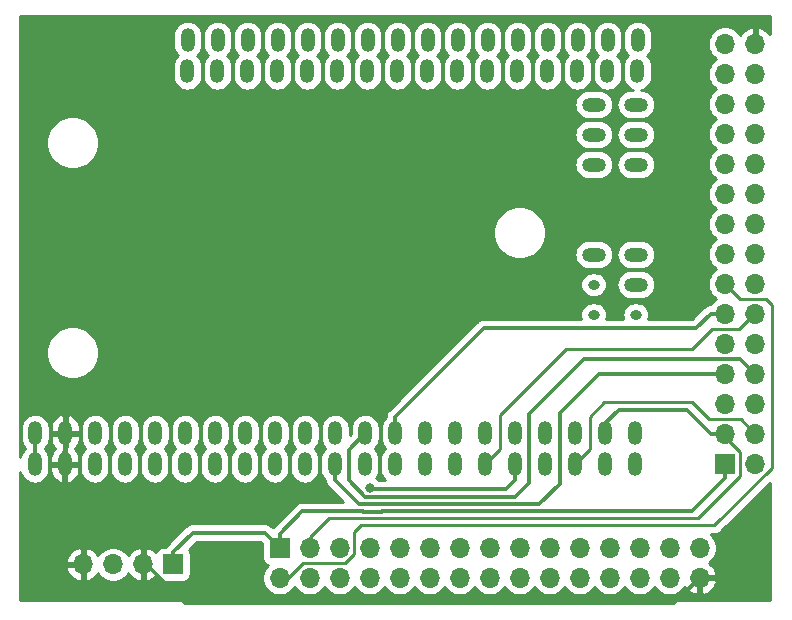
<source format=gbr>
%TF.GenerationSoftware,KiCad,Pcbnew,(5.1.9)-1*%
%TF.CreationDate,2021-09-19T21:25:35+01:00*%
%TF.ProjectId,Mega2560-pro-mini-radio,4d656761-3235-4363-902d-70726f2d6d69,rev?*%
%TF.SameCoordinates,Original*%
%TF.FileFunction,Copper,L1,Top*%
%TF.FilePolarity,Positive*%
%FSLAX46Y46*%
G04 Gerber Fmt 4.6, Leading zero omitted, Abs format (unit mm)*
G04 Created by KiCad (PCBNEW (5.1.9)-1) date 2021-09-19 21:25:35*
%MOMM*%
%LPD*%
G01*
G04 APERTURE LIST*
%TA.AperFunction,ComponentPad*%
%ADD10O,1.700000X1.700000*%
%TD*%
%TA.AperFunction,ComponentPad*%
%ADD11R,1.700000X1.700000*%
%TD*%
%TA.AperFunction,ComponentPad*%
%ADD12O,1.200000X2.000000*%
%TD*%
%TA.AperFunction,ComponentPad*%
%ADD13O,2.000000X1.200000*%
%TD*%
%TA.AperFunction,ComponentPad*%
%ADD14O,1.000000X0.800000*%
%TD*%
%TA.AperFunction,ViaPad*%
%ADD15C,0.800000*%
%TD*%
%TA.AperFunction,Conductor*%
%ADD16C,0.350000*%
%TD*%
%TA.AperFunction,Conductor*%
%ADD17C,0.250000*%
%TD*%
%TA.AperFunction,Conductor*%
%ADD18C,0.254000*%
%TD*%
%TA.AperFunction,Conductor*%
%ADD19C,0.100000*%
%TD*%
G04 APERTURE END LIST*
D10*
%TO.P,J1,30*%
%TO.N,GND*%
X170815000Y-88138000D03*
%TO.P,J1,29*%
%TO.N,Net-(J1-Pad29)*%
X168275000Y-88138000D03*
%TO.P,J1,28*%
%TO.N,Net-(J1-Pad28)*%
X170815000Y-90678000D03*
%TO.P,J1,27*%
%TO.N,Net-(J1-Pad27)*%
X168275000Y-90678000D03*
%TO.P,J1,26*%
%TO.N,Net-(J1-Pad26)*%
X170815000Y-93218000D03*
%TO.P,J1,25*%
%TO.N,Net-(J1-Pad25)*%
X168275000Y-93218000D03*
%TO.P,J1,24*%
%TO.N,Net-(J1-Pad24)*%
X170815000Y-95758000D03*
%TO.P,J1,23*%
%TO.N,Net-(J1-Pad23)*%
X168275000Y-95758000D03*
%TO.P,J1,22*%
%TO.N,Net-(J1-Pad22)*%
X170815000Y-98298000D03*
%TO.P,J1,21*%
%TO.N,Net-(J1-Pad21)*%
X168275000Y-98298000D03*
%TO.P,J1,20*%
%TO.N,Net-(J1-Pad20)*%
X170815000Y-100838000D03*
%TO.P,J1,19*%
%TO.N,Net-(J1-Pad19)*%
X168275000Y-100838000D03*
%TO.P,J1,18*%
%TO.N,Net-(J1-Pad18)*%
X170815000Y-103378000D03*
%TO.P,J1,17*%
%TO.N,Net-(J1-Pad17)*%
X168275000Y-103378000D03*
%TO.P,J1,16*%
%TO.N,Net-(J1-Pad16)*%
X170815000Y-105918000D03*
%TO.P,J1,15*%
%TO.N,Net-(J1-Pad15)*%
X168275000Y-105918000D03*
%TO.P,J1,14*%
%TO.N,Net-(J1-Pad14)*%
X170815000Y-108458000D03*
%TO.P,J1,13*%
%TO.N,DOUT*%
X168275000Y-108458000D03*
%TO.P,J1,12*%
%TO.N,SW_COM_ENC_MHZ*%
X170815000Y-110998000D03*
%TO.P,J1,11*%
%TO.N,B_COM_ENC_MHZ*%
X168275000Y-110998000D03*
%TO.P,J1,10*%
%TO.N,A_COM_ENC_MHZ*%
X170815000Y-113538000D03*
%TO.P,J1,9*%
%TO.N,SW_COM_ENC_KHZ*%
X168275000Y-113538000D03*
%TO.P,J1,8*%
%TO.N,B_COM_ENC_KHZ*%
X170815000Y-116078000D03*
%TO.P,J1,7*%
%TO.N,A_COM_ENC_KHZ*%
X168275000Y-116078000D03*
%TO.P,J1,6*%
%TO.N,COM_SWAP*%
X170815000Y-118618000D03*
%TO.P,J1,5*%
%TO.N,Net-(J1-Pad5)*%
X168275000Y-118618000D03*
%TO.P,J1,4*%
%TO.N,CS_MAX*%
X170815000Y-121158000D03*
%TO.P,J1,3*%
%TO.N,CLK*%
X168275000Y-121158000D03*
%TO.P,J1,2*%
%TO.N,DIN*%
X170815000Y-123698000D03*
D11*
%TO.P,J1,1*%
%TO.N,+5V*%
X168275000Y-123698000D03*
%TD*%
D10*
%TO.P,J2,30*%
%TO.N,GND*%
X166116000Y-133350000D03*
%TO.P,J2,29*%
%TO.N,Net-(J2-Pad29)*%
X166116000Y-130810000D03*
%TO.P,J2,28*%
%TO.N,Net-(J2-Pad28)*%
X163576000Y-133350000D03*
%TO.P,J2,27*%
%TO.N,Net-(J2-Pad27)*%
X163576000Y-130810000D03*
%TO.P,J2,26*%
%TO.N,Net-(J2-Pad26)*%
X161036000Y-133350000D03*
%TO.P,J2,25*%
%TO.N,Net-(J2-Pad25)*%
X161036000Y-130810000D03*
%TO.P,J2,24*%
%TO.N,Net-(J2-Pad24)*%
X158496000Y-133350000D03*
%TO.P,J2,23*%
%TO.N,Net-(J2-Pad23)*%
X158496000Y-130810000D03*
%TO.P,J2,22*%
%TO.N,Net-(J2-Pad22)*%
X155956000Y-133350000D03*
%TO.P,J2,21*%
%TO.N,Net-(J2-Pad21)*%
X155956000Y-130810000D03*
%TO.P,J2,20*%
%TO.N,Net-(J2-Pad20)*%
X153416000Y-133350000D03*
%TO.P,J2,19*%
%TO.N,Net-(J2-Pad19)*%
X153416000Y-130810000D03*
%TO.P,J2,18*%
%TO.N,Net-(J2-Pad18)*%
X150876000Y-133350000D03*
%TO.P,J2,17*%
%TO.N,Net-(J2-Pad17)*%
X150876000Y-130810000D03*
%TO.P,J2,16*%
%TO.N,Net-(J2-Pad16)*%
X148336000Y-133350000D03*
%TO.P,J2,15*%
%TO.N,Net-(J2-Pad15)*%
X148336000Y-130810000D03*
%TO.P,J2,14*%
%TO.N,Net-(J2-Pad14)*%
X145796000Y-133350000D03*
%TO.P,J2,13*%
%TO.N,Net-(J2-Pad13)*%
X145796000Y-130810000D03*
%TO.P,J2,12*%
%TO.N,SW_NAV_ENC_MHZ*%
X143256000Y-133350000D03*
%TO.P,J2,11*%
%TO.N,B_NAV_ENC_MHZ*%
X143256000Y-130810000D03*
%TO.P,J2,10*%
%TO.N,A_NAV_ENC_MHZ*%
X140716000Y-133350000D03*
%TO.P,J2,9*%
%TO.N,SW_NAV_ENC_KHZ*%
X140716000Y-130810000D03*
%TO.P,J2,8*%
%TO.N,B_NAV_ENC_KHZ*%
X138176000Y-133350000D03*
%TO.P,J2,7*%
%TO.N,A_NAV_ENC_KHZ*%
X138176000Y-130810000D03*
%TO.P,J2,6*%
%TO.N,NAV_SWAP*%
X135636000Y-133350000D03*
%TO.P,J2,5*%
%TO.N,Net-(J2-Pad5)*%
X135636000Y-130810000D03*
%TO.P,J2,4*%
%TO.N,CS_MAX*%
X133096000Y-133350000D03*
%TO.P,J2,3*%
%TO.N,CLK*%
X133096000Y-130810000D03*
%TO.P,J2,2*%
%TO.N,DOUT*%
X130556000Y-133350000D03*
D11*
%TO.P,J2,1*%
%TO.N,+5V*%
X130556000Y-130810000D03*
%TD*%
D12*
%TO.P,MCU1,40*%
%TO.N,Net-(MCU1-Pad40)*%
X158089000Y-123738000D03*
%TO.P,MCU1,2*%
%TO.N,VCC*%
X109829000Y-123738000D03*
%TO.P,MCU1,4*%
%TO.N,GND*%
X112369000Y-123738000D03*
%TO.P,MCU1,6*%
%TO.N,+5V*%
X114909000Y-123738000D03*
%TO.P,MCU1,8*%
%TO.N,Net-(MCU1-Pad8)*%
X117449000Y-123738000D03*
%TO.P,MCU1,10*%
%TO.N,Net-(MCU1-Pad10)*%
X119989000Y-123738000D03*
%TO.P,MCU1,12*%
%TO.N,Net-(MCU1-Pad12)*%
X122529000Y-123738000D03*
%TO.P,MCU1,14*%
%TO.N,Net-(MCU1-Pad14)*%
X125069000Y-123738000D03*
%TO.P,MCU1,16*%
%TO.N,Net-(MCU1-Pad16)*%
X127609000Y-123738000D03*
%TO.P,MCU1,18*%
%TO.N,Net-(MCU1-Pad18)*%
X130149000Y-123738000D03*
%TO.P,MCU1,20*%
%TO.N,Net-(MCU1-Pad20)*%
X132689000Y-123738000D03*
%TO.P,MCU1,22*%
%TO.N,A_COM_ENC_KHZ*%
X135229000Y-123738000D03*
%TO.P,MCU1,24*%
%TO.N,A_COM_ENC_MHZ*%
X137769000Y-123738000D03*
%TO.P,MCU1,26*%
%TO.N,A_NAV_ENC_KHZ*%
X140309000Y-123738000D03*
%TO.P,MCU1,28*%
%TO.N,A_NAV_ENC_MHZ*%
X142849000Y-123738000D03*
%TO.P,MCU1,30*%
%TO.N,COM_SWAP*%
X145389000Y-123738000D03*
%TO.P,MCU1,36*%
%TO.N,SW_NAV_ENC_MHZ*%
X153009000Y-123738000D03*
%TO.P,MCU1,34*%
%TO.N,NAV_SWAP*%
X150469000Y-123738000D03*
%TO.P,MCU1,32*%
%TO.N,SW_COM_ENC_MHZ*%
X147929000Y-123738000D03*
%TO.P,MCU1,42*%
%TO.N,Net-(MCU1-Pad42)*%
X160629000Y-123738000D03*
%TO.P,MCU1,38*%
%TO.N,CS_MAX*%
X155549000Y-123738000D03*
%TO.P,MCU1,1*%
%TO.N,VCC*%
X109859000Y-121088000D03*
%TO.P,MCU1,3*%
%TO.N,GND*%
X112399000Y-121088000D03*
%TO.P,MCU1,5*%
%TO.N,+5V*%
X114939000Y-121088000D03*
%TO.P,MCU1,7*%
%TO.N,Net-(MCU1-Pad7)*%
X117479000Y-121088000D03*
%TO.P,MCU1,9*%
%TO.N,Net-(MCU1-Pad9)*%
X120019000Y-121088000D03*
%TO.P,MCU1,11*%
%TO.N,Net-(MCU1-Pad11)*%
X122559000Y-121088000D03*
%TO.P,MCU1,13*%
%TO.N,Net-(MCU1-Pad13)*%
X125099000Y-121088000D03*
%TO.P,MCU1,15*%
%TO.N,Net-(MCU1-Pad15)*%
X127639000Y-121088000D03*
%TO.P,MCU1,17*%
%TO.N,Net-(MCU1-Pad17)*%
X130179000Y-121088000D03*
%TO.P,MCU1,19*%
%TO.N,Net-(MCU1-Pad19)*%
X132719000Y-121088000D03*
%TO.P,MCU1,21*%
%TO.N,Net-(MCU1-Pad21)*%
X135259000Y-121088000D03*
%TO.P,MCU1,23*%
%TO.N,B_COM_ENC_KHZ*%
X137799000Y-121088000D03*
%TO.P,MCU1,25*%
%TO.N,B_COM_ENC_MHZ*%
X140339000Y-121088000D03*
%TO.P,MCU1,27*%
%TO.N,B_NAV_ENC_KHZ*%
X142879000Y-121088000D03*
%TO.P,MCU1,29*%
%TO.N,B_NAV_ENC_MHZ*%
X145419000Y-121088000D03*
%TO.P,MCU1,31*%
%TO.N,SW_COM_ENC_KHZ*%
X147959000Y-121088000D03*
%TO.P,MCU1,33*%
%TO.N,Net-(MCU1-Pad33)*%
X150499000Y-121088000D03*
%TO.P,MCU1,35*%
%TO.N,SW_NAV_ENC_KHZ*%
X153039000Y-121088000D03*
%TO.P,MCU1,37*%
%TO.N,DIN*%
X155579000Y-121088000D03*
%TO.P,MCU1,39*%
%TO.N,CLK*%
X158119000Y-121088000D03*
%TO.P,MCU1,41*%
%TO.N,Net-(MCU1-Pad41)*%
X160659000Y-121088000D03*
D13*
%TO.P,MCU1,67*%
%TO.N,Net-(MCU1-Pad67)*%
X160715667Y-95815845D03*
D14*
%TO.P,MCU1,43*%
%TO.N,Net-(MCU1-Pad43)*%
X157145667Y-111055845D03*
%TO.P,MCU1,45*%
%TO.N,Net-(MCU1-Pad45)*%
X157145667Y-108515845D03*
D13*
%TO.P,MCU1,47*%
%TO.N,Net-(MCU1-Pad47)*%
X157145667Y-105975845D03*
D14*
%TO.P,MCU1,44*%
%TO.N,Net-(MCU1-Pad44)*%
X160715667Y-111055845D03*
D13*
%TO.P,MCU1,46*%
%TO.N,Net-(MCU1-Pad46)*%
X160715667Y-108515845D03*
%TO.P,MCU1,48*%
%TO.N,Net-(MCU1-Pad48)*%
X160715667Y-105975845D03*
%TO.P,MCU1,65*%
%TO.N,Net-(MCU1-Pad65)*%
X160715667Y-93275845D03*
%TO.P,MCU1,69*%
%TO.N,Net-(MCU1-Pad69)*%
X160715667Y-98355845D03*
%TO.P,MCU1,70*%
%TO.N,Net-(MCU1-Pad70)*%
X157145667Y-98355845D03*
%TO.P,MCU1,68*%
%TO.N,Net-(MCU1-Pad68)*%
X157145667Y-95815845D03*
%TO.P,MCU1,66*%
%TO.N,Net-(MCU1-Pad66)*%
X157145667Y-93275845D03*
D12*
%TO.P,MCU1,62*%
%TO.N,Net-(MCU1-Pad62)*%
X158309000Y-90458000D03*
%TO.P,MCU1,72*%
%TO.N,Net-(MCU1-Pad72)*%
X122749000Y-90458000D03*
%TO.P,MCU1,74*%
%TO.N,Net-(MCU1-Pad74)*%
X125289000Y-90458000D03*
%TO.P,MCU1,76*%
%TO.N,Net-(MCU1-Pad76)*%
X127829000Y-90458000D03*
%TO.P,MCU1,78*%
%TO.N,Net-(MCU1-Pad78)*%
X130369000Y-90458000D03*
%TO.P,MCU1,80*%
%TO.N,Net-(MCU1-Pad80)*%
X132909000Y-90458000D03*
%TO.P,MCU1,82*%
%TO.N,Net-(MCU1-Pad82)*%
X135449000Y-90458000D03*
%TO.P,MCU1,84*%
%TO.N,Net-(MCU1-Pad84)*%
X137989000Y-90458000D03*
%TO.P,MCU1,86*%
%TO.N,Net-(MCU1-Pad86)*%
X140529000Y-90458000D03*
%TO.P,MCU1,50*%
%TO.N,Net-(MCU1-Pad50)*%
X143069000Y-90458000D03*
%TO.P,MCU1,52*%
%TO.N,Net-(MCU1-Pad52)*%
X145609000Y-90458000D03*
%TO.P,MCU1,58*%
%TO.N,Net-(MCU1-Pad58)*%
X153229000Y-90458000D03*
%TO.P,MCU1,56*%
%TO.N,Net-(MCU1-Pad56)*%
X150689000Y-90458000D03*
%TO.P,MCU1,54*%
%TO.N,Net-(MCU1-Pad54)*%
X148149000Y-90458000D03*
%TO.P,MCU1,64*%
%TO.N,Net-(MCU1-Pad64)*%
X160849000Y-90458000D03*
%TO.P,MCU1,60*%
%TO.N,Net-(MCU1-Pad60)*%
X155769000Y-90458000D03*
%TO.P,MCU1,71*%
%TO.N,Net-(MCU1-Pad71)*%
X122779000Y-87808000D03*
%TO.P,MCU1,73*%
%TO.N,Net-(MCU1-Pad73)*%
X125319000Y-87808000D03*
%TO.P,MCU1,75*%
%TO.N,Net-(MCU1-Pad75)*%
X127859000Y-87808000D03*
%TO.P,MCU1,77*%
%TO.N,Net-(MCU1-Pad77)*%
X130399000Y-87808000D03*
%TO.P,MCU1,79*%
%TO.N,Net-(MCU1-Pad79)*%
X132939000Y-87808000D03*
%TO.P,MCU1,81*%
%TO.N,Net-(MCU1-Pad81)*%
X135479000Y-87808000D03*
%TO.P,MCU1,83*%
%TO.N,Net-(MCU1-Pad83)*%
X138019000Y-87808000D03*
%TO.P,MCU1,85*%
%TO.N,Net-(MCU1-Pad85)*%
X140559000Y-87808000D03*
%TO.P,MCU1,49*%
%TO.N,Net-(MCU1-Pad49)*%
X143099000Y-87808000D03*
%TO.P,MCU1,51*%
%TO.N,Net-(MCU1-Pad51)*%
X145639000Y-87808000D03*
%TO.P,MCU1,53*%
%TO.N,Net-(MCU1-Pad53)*%
X148179000Y-87808000D03*
%TO.P,MCU1,55*%
%TO.N,Net-(MCU1-Pad55)*%
X150719000Y-87808000D03*
%TO.P,MCU1,57*%
%TO.N,Net-(MCU1-Pad57)*%
X153259000Y-87808000D03*
%TO.P,MCU1,59*%
%TO.N,Net-(MCU1-Pad59)*%
X155799000Y-87808000D03*
%TO.P,MCU1,61*%
%TO.N,Net-(MCU1-Pad61)*%
X158339000Y-87808000D03*
%TO.P,MCU1,63*%
%TO.N,Net-(MCU1-Pad63)*%
X160879000Y-87808000D03*
%TD*%
D10*
%TO.P,J3,4*%
%TO.N,GND*%
X113919000Y-132207000D03*
%TO.P,J3,3*%
%TO.N,VCC*%
X116459000Y-132207000D03*
%TO.P,J3,2*%
%TO.N,GND*%
X118999000Y-132207000D03*
D11*
%TO.P,J3,1*%
%TO.N,+5V*%
X121539000Y-132207000D03*
%TD*%
D15*
%TO.N,NAV_SWAP*%
X138176000Y-125730000D03*
%TD*%
D16*
%TO.N,GND*%
X122551090Y-135489990D02*
X119268100Y-132207000D01*
X163976010Y-135489990D02*
X122551090Y-135489990D01*
X119268100Y-132207000D02*
X118999000Y-132207000D01*
X166116000Y-133350000D02*
X163976010Y-135489990D01*
D17*
%TO.N,DOUT*%
X132543500Y-132080000D02*
X131273500Y-133350000D01*
X136122800Y-132080000D02*
X132543500Y-132080000D01*
X136861400Y-131341400D02*
X136122800Y-132080000D01*
X131273500Y-133350000D02*
X130556000Y-133350000D01*
X137414000Y-128905000D02*
X136861400Y-129457600D01*
X172212000Y-124053600D02*
X167360600Y-128905000D01*
X167360600Y-128905000D02*
X137414000Y-128905000D01*
X172212000Y-110236000D02*
X172212000Y-124053600D01*
X136861400Y-129457600D02*
X136861400Y-131341400D01*
X171704000Y-109728000D02*
X172212000Y-110236000D01*
X169545000Y-109728000D02*
X171704000Y-109728000D01*
X168275000Y-108458000D02*
X169545000Y-109728000D01*
%TO.N,SW_COM_ENC_MHZ*%
X154776100Y-113955900D02*
X149203600Y-119528400D01*
X165444100Y-113955900D02*
X154776100Y-113955900D01*
X149203600Y-119528400D02*
X149203600Y-122463400D01*
X167132000Y-112268000D02*
X165444100Y-113955900D01*
X149203600Y-122463400D02*
X147929000Y-123738000D01*
X169418000Y-112268000D02*
X167132000Y-112268000D01*
X170688000Y-110998000D02*
X169418000Y-112268000D01*
X170815000Y-110998000D02*
X170688000Y-110998000D01*
D16*
%TO.N,B_COM_ENC_MHZ*%
X140339000Y-121088000D02*
X140339000Y-119712700D01*
X168275000Y-110998000D02*
X167049700Y-110998000D01*
X167049700Y-110998000D02*
X165824400Y-112223300D01*
X165824400Y-112223300D02*
X147828400Y-112223300D01*
X147828400Y-112223300D02*
X140339000Y-119712700D01*
%TO.N,B_COM_ENC_KHZ*%
X136398000Y-122489000D02*
X137799000Y-121088000D01*
X136398000Y-125099002D02*
X136398000Y-122489000D01*
X137803999Y-126505001D02*
X136398000Y-125099002D01*
X150484833Y-126492000D02*
X138942002Y-126492000D01*
X151701200Y-125275633D02*
X150484833Y-126492000D01*
X151701200Y-119443800D02*
X151701200Y-125275633D01*
X138929001Y-126505001D02*
X137803999Y-126505001D01*
X156337000Y-114808000D02*
X151701200Y-119443800D01*
X138942002Y-126492000D02*
X138929001Y-126505001D01*
X169545000Y-114808000D02*
X156337000Y-114808000D01*
X170815000Y-116078000D02*
X169545000Y-114808000D01*
%TO.N,A_COM_ENC_KHZ*%
X168275000Y-116078000D02*
X157607000Y-116078000D01*
X154279000Y-119406000D02*
X154279000Y-125375000D01*
X154279000Y-125375000D02*
X152527000Y-127127000D01*
X152527000Y-127127000D02*
X137268000Y-127127000D01*
X137268000Y-127127000D02*
X135229000Y-125088000D01*
X135229000Y-125088000D02*
X135229000Y-123738000D01*
X157607000Y-116078000D02*
X154279000Y-119406000D01*
D17*
%TO.N,CS_MAX*%
X169589700Y-119932700D02*
X166922700Y-119932700D01*
X166922700Y-119932700D02*
X165481000Y-118491000D01*
X165481000Y-118491000D02*
X158046878Y-118491000D01*
X158046878Y-118491000D02*
X156823600Y-119714278D01*
X170815000Y-121158000D02*
X169589700Y-119932700D01*
X156823600Y-119714278D02*
X156823600Y-122463400D01*
X156823600Y-122463400D02*
X155549000Y-123738000D01*
%TO.N,CLK*%
X168275000Y-121158000D02*
X168275000Y-121427100D01*
X133096000Y-129921000D02*
X133096000Y-130810000D01*
X134747000Y-128270000D02*
X133096000Y-129921000D01*
X169500400Y-124722200D02*
X165952600Y-128270000D01*
X169500400Y-122652500D02*
X169500400Y-124722200D01*
X165952600Y-128270000D02*
X134747000Y-128270000D01*
X168275000Y-121427100D02*
X169500400Y-122652500D01*
D16*
X158119000Y-120265000D02*
X158119000Y-121088000D01*
X159258000Y-119126000D02*
X158119000Y-120265000D01*
X165017700Y-119126000D02*
X159258000Y-119126000D01*
X167049700Y-121158000D02*
X165017700Y-119126000D01*
X168275000Y-121158000D02*
X167049700Y-121158000D01*
%TO.N,+5V*%
X123190000Y-129540000D02*
X121539000Y-131191000D01*
X121539000Y-131191000D02*
X121539000Y-132207000D01*
X129286000Y-129540000D02*
X123190000Y-129540000D01*
X130556000Y-130810000D02*
X129286000Y-129540000D01*
X165453011Y-127719989D02*
X139269679Y-127719989D01*
X139257645Y-127732023D02*
X137602355Y-127732023D01*
X168275000Y-123698000D02*
X168275000Y-124898000D01*
X168275000Y-124898000D02*
X165453011Y-127719989D01*
X137602355Y-127732023D02*
X137590321Y-127719989D01*
X139269679Y-127719989D02*
X139257645Y-127732023D01*
X130556000Y-129610000D02*
X130556000Y-130810000D01*
X137590321Y-127719989D02*
X132446011Y-127719989D01*
X132446011Y-127719989D02*
X130556000Y-129610000D01*
%TO.N,NAV_SWAP*%
X138303000Y-125857000D02*
X138176000Y-125730000D01*
X150469000Y-125088000D02*
X149700000Y-125857000D01*
X149700000Y-125857000D02*
X138303000Y-125857000D01*
X150469000Y-123738000D02*
X150469000Y-125088000D01*
%TO.N,VCC*%
X109829000Y-121118000D02*
X109859000Y-121088000D01*
X109829000Y-123738000D02*
X109829000Y-121118000D01*
%TD*%
D18*
%TO.N,GND*%
X172060001Y-87335364D02*
X171912588Y-87137731D01*
X171696355Y-86942822D01*
X171446252Y-86793843D01*
X171171891Y-86696519D01*
X170942000Y-86817186D01*
X170942000Y-88011000D01*
X170962000Y-88011000D01*
X170962000Y-88265000D01*
X170942000Y-88265000D01*
X170942000Y-88285000D01*
X170688000Y-88285000D01*
X170688000Y-88265000D01*
X170668000Y-88265000D01*
X170668000Y-88011000D01*
X170688000Y-88011000D01*
X170688000Y-86817186D01*
X170458109Y-86696519D01*
X170183748Y-86793843D01*
X169933645Y-86942822D01*
X169717412Y-87137731D01*
X169546100Y-87367406D01*
X169428475Y-87191368D01*
X169221632Y-86984525D01*
X168978411Y-86822010D01*
X168708158Y-86710068D01*
X168421260Y-86653000D01*
X168128740Y-86653000D01*
X167841842Y-86710068D01*
X167571589Y-86822010D01*
X167328368Y-86984525D01*
X167121525Y-87191368D01*
X166959010Y-87434589D01*
X166847068Y-87704842D01*
X166790000Y-87991740D01*
X166790000Y-88284260D01*
X166847068Y-88571158D01*
X166959010Y-88841411D01*
X167121525Y-89084632D01*
X167328368Y-89291475D01*
X167502760Y-89408000D01*
X167328368Y-89524525D01*
X167121525Y-89731368D01*
X166959010Y-89974589D01*
X166847068Y-90244842D01*
X166790000Y-90531740D01*
X166790000Y-90824260D01*
X166847068Y-91111158D01*
X166959010Y-91381411D01*
X167121525Y-91624632D01*
X167328368Y-91831475D01*
X167502760Y-91948000D01*
X167328368Y-92064525D01*
X167121525Y-92271368D01*
X166959010Y-92514589D01*
X166847068Y-92784842D01*
X166790000Y-93071740D01*
X166790000Y-93364260D01*
X166847068Y-93651158D01*
X166959010Y-93921411D01*
X167121525Y-94164632D01*
X167328368Y-94371475D01*
X167502760Y-94488000D01*
X167328368Y-94604525D01*
X167121525Y-94811368D01*
X166959010Y-95054589D01*
X166847068Y-95324842D01*
X166790000Y-95611740D01*
X166790000Y-95904260D01*
X166847068Y-96191158D01*
X166959010Y-96461411D01*
X167121525Y-96704632D01*
X167328368Y-96911475D01*
X167502760Y-97028000D01*
X167328368Y-97144525D01*
X167121525Y-97351368D01*
X166959010Y-97594589D01*
X166847068Y-97864842D01*
X166790000Y-98151740D01*
X166790000Y-98444260D01*
X166847068Y-98731158D01*
X166959010Y-99001411D01*
X167121525Y-99244632D01*
X167328368Y-99451475D01*
X167502760Y-99568000D01*
X167328368Y-99684525D01*
X167121525Y-99891368D01*
X166959010Y-100134589D01*
X166847068Y-100404842D01*
X166790000Y-100691740D01*
X166790000Y-100984260D01*
X166847068Y-101271158D01*
X166959010Y-101541411D01*
X167121525Y-101784632D01*
X167328368Y-101991475D01*
X167502760Y-102108000D01*
X167328368Y-102224525D01*
X167121525Y-102431368D01*
X166959010Y-102674589D01*
X166847068Y-102944842D01*
X166790000Y-103231740D01*
X166790000Y-103524260D01*
X166847068Y-103811158D01*
X166959010Y-104081411D01*
X167121525Y-104324632D01*
X167328368Y-104531475D01*
X167502760Y-104648000D01*
X167328368Y-104764525D01*
X167121525Y-104971368D01*
X166959010Y-105214589D01*
X166847068Y-105484842D01*
X166790000Y-105771740D01*
X166790000Y-106064260D01*
X166847068Y-106351158D01*
X166959010Y-106621411D01*
X167121525Y-106864632D01*
X167328368Y-107071475D01*
X167502760Y-107188000D01*
X167328368Y-107304525D01*
X167121525Y-107511368D01*
X166959010Y-107754589D01*
X166847068Y-108024842D01*
X166790000Y-108311740D01*
X166790000Y-108604260D01*
X166847068Y-108891158D01*
X166959010Y-109161411D01*
X167121525Y-109404632D01*
X167328368Y-109611475D01*
X167502760Y-109728000D01*
X167328368Y-109844525D01*
X167121525Y-110051368D01*
X167031662Y-110185858D01*
X167009912Y-110188000D01*
X167009909Y-110188000D01*
X166890912Y-110199720D01*
X166738227Y-110246037D01*
X166697135Y-110268001D01*
X166597510Y-110321251D01*
X166546606Y-110363027D01*
X166474172Y-110422472D01*
X166448805Y-110453382D01*
X165488888Y-111413300D01*
X161788805Y-111413300D01*
X161835691Y-111258740D01*
X161855674Y-111055845D01*
X161835691Y-110852950D01*
X161776508Y-110657852D01*
X161680401Y-110478048D01*
X161551063Y-110320449D01*
X161393464Y-110191111D01*
X161213660Y-110095004D01*
X161018562Y-110035821D01*
X160866505Y-110020845D01*
X160564829Y-110020845D01*
X160412772Y-110035821D01*
X160217674Y-110095004D01*
X160037870Y-110191111D01*
X159880271Y-110320449D01*
X159750933Y-110478048D01*
X159654826Y-110657852D01*
X159595643Y-110852950D01*
X159575660Y-111055845D01*
X159595643Y-111258740D01*
X159642529Y-111413300D01*
X158218805Y-111413300D01*
X158265691Y-111258740D01*
X158285674Y-111055845D01*
X158265691Y-110852950D01*
X158206508Y-110657852D01*
X158110401Y-110478048D01*
X157981063Y-110320449D01*
X157823464Y-110191111D01*
X157643660Y-110095004D01*
X157448562Y-110035821D01*
X157296505Y-110020845D01*
X156994829Y-110020845D01*
X156842772Y-110035821D01*
X156647674Y-110095004D01*
X156467870Y-110191111D01*
X156310271Y-110320449D01*
X156180933Y-110478048D01*
X156084826Y-110657852D01*
X156025643Y-110852950D01*
X156005660Y-111055845D01*
X156025643Y-111258740D01*
X156072529Y-111413300D01*
X147868187Y-111413300D01*
X147828399Y-111409381D01*
X147788611Y-111413300D01*
X147788609Y-111413300D01*
X147669612Y-111425020D01*
X147516927Y-111471337D01*
X147455212Y-111504324D01*
X147376210Y-111546551D01*
X147343339Y-111573528D01*
X147252872Y-111647772D01*
X147227507Y-111678680D01*
X139794383Y-119111805D01*
X139763473Y-119137172D01*
X139738108Y-119168080D01*
X139662251Y-119260511D01*
X139598697Y-119379414D01*
X139587038Y-119401227D01*
X139553121Y-119513037D01*
X139540721Y-119553913D01*
X139525081Y-119712700D01*
X139529001Y-119752498D01*
X139529001Y-119755101D01*
X139461499Y-119810498D01*
X139307168Y-119998551D01*
X139192489Y-120213099D01*
X139121870Y-120445898D01*
X139104000Y-120627335D01*
X139104000Y-121548664D01*
X139121870Y-121730101D01*
X139192489Y-121962900D01*
X139307167Y-122177448D01*
X139461498Y-122365502D01*
X139504375Y-122400690D01*
X139431499Y-122460498D01*
X139277168Y-122648551D01*
X139162489Y-122863099D01*
X139091870Y-123095898D01*
X139074000Y-123277335D01*
X139074000Y-124198664D01*
X139091870Y-124380101D01*
X139162489Y-124612900D01*
X139277167Y-124827448D01*
X139431498Y-125015502D01*
X139469878Y-125047000D01*
X138956711Y-125047000D01*
X138835774Y-124926063D01*
X138760939Y-124876060D01*
X138800833Y-124827449D01*
X138915511Y-124612901D01*
X138986130Y-124380102D01*
X139004000Y-124198665D01*
X139004000Y-123277336D01*
X138986130Y-123095899D01*
X138915511Y-122863099D01*
X138800833Y-122648551D01*
X138646502Y-122460498D01*
X138603625Y-122425310D01*
X138676502Y-122365502D01*
X138830833Y-122177449D01*
X138945511Y-121962901D01*
X139016130Y-121730102D01*
X139034000Y-121548665D01*
X139034000Y-120627336D01*
X139016130Y-120445899D01*
X138945511Y-120213099D01*
X138830833Y-119998551D01*
X138676502Y-119810498D01*
X138488449Y-119656167D01*
X138273901Y-119541489D01*
X138041102Y-119470870D01*
X137799000Y-119447025D01*
X137556899Y-119470870D01*
X137324100Y-119541489D01*
X137109552Y-119656167D01*
X136921499Y-119810498D01*
X136767168Y-119998551D01*
X136652489Y-120213099D01*
X136581870Y-120445898D01*
X136564000Y-120627335D01*
X136564000Y-121177487D01*
X136494000Y-121247488D01*
X136494000Y-120627336D01*
X136476130Y-120445899D01*
X136405511Y-120213099D01*
X136290833Y-119998551D01*
X136136502Y-119810498D01*
X135948449Y-119656167D01*
X135733901Y-119541489D01*
X135501102Y-119470870D01*
X135259000Y-119447025D01*
X135016899Y-119470870D01*
X134784100Y-119541489D01*
X134569552Y-119656167D01*
X134381499Y-119810498D01*
X134227168Y-119998551D01*
X134112489Y-120213099D01*
X134041870Y-120445898D01*
X134024000Y-120627335D01*
X134024000Y-121548664D01*
X134041870Y-121730101D01*
X134112489Y-121962900D01*
X134227167Y-122177448D01*
X134381498Y-122365502D01*
X134424375Y-122400690D01*
X134351499Y-122460498D01*
X134197168Y-122648551D01*
X134082489Y-122863099D01*
X134011870Y-123095898D01*
X133994000Y-123277335D01*
X133994000Y-124198664D01*
X134011870Y-124380101D01*
X134082489Y-124612900D01*
X134197167Y-124827448D01*
X134351498Y-125015502D01*
X134416932Y-125069203D01*
X134415081Y-125088000D01*
X134419000Y-125127788D01*
X134419000Y-125127790D01*
X134430720Y-125246787D01*
X134477037Y-125399472D01*
X134487222Y-125418527D01*
X134552251Y-125540189D01*
X134577712Y-125571213D01*
X134653472Y-125663528D01*
X134684387Y-125688899D01*
X135905476Y-126909989D01*
X132485798Y-126909989D01*
X132446010Y-126906070D01*
X132406222Y-126909989D01*
X132406220Y-126909989D01*
X132287223Y-126921709D01*
X132134538Y-126968026D01*
X132112024Y-126980060D01*
X131993821Y-127043240D01*
X131948386Y-127080528D01*
X131870483Y-127144461D01*
X131845118Y-127175369D01*
X130011387Y-129009101D01*
X129980472Y-129034472D01*
X129955912Y-129064399D01*
X129886899Y-128995387D01*
X129861528Y-128964472D01*
X129738189Y-128863251D01*
X129597473Y-128788037D01*
X129444788Y-128741720D01*
X129325791Y-128730000D01*
X129325788Y-128730000D01*
X129286000Y-128726081D01*
X129246212Y-128730000D01*
X123229791Y-128730000D01*
X123190000Y-128726081D01*
X123031212Y-128741720D01*
X122878526Y-128788037D01*
X122813815Y-128822626D01*
X122737811Y-128863251D01*
X122614472Y-128964472D01*
X122589105Y-128995382D01*
X120994387Y-130590101D01*
X120963472Y-130615472D01*
X120906679Y-130684676D01*
X120878569Y-130718928D01*
X120689000Y-130718928D01*
X120564518Y-130731188D01*
X120444820Y-130767498D01*
X120334506Y-130826463D01*
X120237815Y-130905815D01*
X120158463Y-131002506D01*
X120099498Y-131112820D01*
X120075034Y-131193466D01*
X119999269Y-131109412D01*
X119765920Y-130935359D01*
X119503099Y-130810175D01*
X119355890Y-130765524D01*
X119126000Y-130886845D01*
X119126000Y-132080000D01*
X119146000Y-132080000D01*
X119146000Y-132334000D01*
X119126000Y-132334000D01*
X119126000Y-133527155D01*
X119355890Y-133648476D01*
X119503099Y-133603825D01*
X119765920Y-133478641D01*
X119999269Y-133304588D01*
X120075034Y-133220534D01*
X120099498Y-133301180D01*
X120158463Y-133411494D01*
X120237815Y-133508185D01*
X120334506Y-133587537D01*
X120444820Y-133646502D01*
X120564518Y-133682812D01*
X120689000Y-133695072D01*
X122389000Y-133695072D01*
X122513482Y-133682812D01*
X122633180Y-133646502D01*
X122743494Y-133587537D01*
X122840185Y-133508185D01*
X122919537Y-133411494D01*
X122978502Y-133301180D01*
X123014812Y-133181482D01*
X123027072Y-133057000D01*
X123027072Y-131357000D01*
X123014812Y-131232518D01*
X122978502Y-131112820D01*
X122919537Y-131002506D01*
X122898563Y-130976949D01*
X123525513Y-130350000D01*
X128950488Y-130350000D01*
X129067928Y-130467440D01*
X129067928Y-131660000D01*
X129080188Y-131784482D01*
X129116498Y-131904180D01*
X129175463Y-132014494D01*
X129254815Y-132111185D01*
X129351506Y-132190537D01*
X129461820Y-132249502D01*
X129534380Y-132271513D01*
X129402525Y-132403368D01*
X129240010Y-132646589D01*
X129128068Y-132916842D01*
X129071000Y-133203740D01*
X129071000Y-133496260D01*
X129128068Y-133783158D01*
X129240010Y-134053411D01*
X129402525Y-134296632D01*
X129609368Y-134503475D01*
X129852589Y-134665990D01*
X130122842Y-134777932D01*
X130409740Y-134835000D01*
X130702260Y-134835000D01*
X130989158Y-134777932D01*
X131259411Y-134665990D01*
X131502632Y-134503475D01*
X131709475Y-134296632D01*
X131826000Y-134122240D01*
X131942525Y-134296632D01*
X132149368Y-134503475D01*
X132392589Y-134665990D01*
X132662842Y-134777932D01*
X132949740Y-134835000D01*
X133242260Y-134835000D01*
X133529158Y-134777932D01*
X133799411Y-134665990D01*
X134042632Y-134503475D01*
X134249475Y-134296632D01*
X134366000Y-134122240D01*
X134482525Y-134296632D01*
X134689368Y-134503475D01*
X134932589Y-134665990D01*
X135202842Y-134777932D01*
X135489740Y-134835000D01*
X135782260Y-134835000D01*
X136069158Y-134777932D01*
X136339411Y-134665990D01*
X136582632Y-134503475D01*
X136789475Y-134296632D01*
X136906000Y-134122240D01*
X137022525Y-134296632D01*
X137229368Y-134503475D01*
X137472589Y-134665990D01*
X137742842Y-134777932D01*
X138029740Y-134835000D01*
X138322260Y-134835000D01*
X138609158Y-134777932D01*
X138879411Y-134665990D01*
X139122632Y-134503475D01*
X139329475Y-134296632D01*
X139446000Y-134122240D01*
X139562525Y-134296632D01*
X139769368Y-134503475D01*
X140012589Y-134665990D01*
X140282842Y-134777932D01*
X140569740Y-134835000D01*
X140862260Y-134835000D01*
X141149158Y-134777932D01*
X141419411Y-134665990D01*
X141662632Y-134503475D01*
X141869475Y-134296632D01*
X141986000Y-134122240D01*
X142102525Y-134296632D01*
X142309368Y-134503475D01*
X142552589Y-134665990D01*
X142822842Y-134777932D01*
X143109740Y-134835000D01*
X143402260Y-134835000D01*
X143689158Y-134777932D01*
X143959411Y-134665990D01*
X144202632Y-134503475D01*
X144409475Y-134296632D01*
X144526000Y-134122240D01*
X144642525Y-134296632D01*
X144849368Y-134503475D01*
X145092589Y-134665990D01*
X145362842Y-134777932D01*
X145649740Y-134835000D01*
X145942260Y-134835000D01*
X146229158Y-134777932D01*
X146499411Y-134665990D01*
X146742632Y-134503475D01*
X146949475Y-134296632D01*
X147066000Y-134122240D01*
X147182525Y-134296632D01*
X147389368Y-134503475D01*
X147632589Y-134665990D01*
X147902842Y-134777932D01*
X148189740Y-134835000D01*
X148482260Y-134835000D01*
X148769158Y-134777932D01*
X149039411Y-134665990D01*
X149282632Y-134503475D01*
X149489475Y-134296632D01*
X149606000Y-134122240D01*
X149722525Y-134296632D01*
X149929368Y-134503475D01*
X150172589Y-134665990D01*
X150442842Y-134777932D01*
X150729740Y-134835000D01*
X151022260Y-134835000D01*
X151309158Y-134777932D01*
X151579411Y-134665990D01*
X151822632Y-134503475D01*
X152029475Y-134296632D01*
X152146000Y-134122240D01*
X152262525Y-134296632D01*
X152469368Y-134503475D01*
X152712589Y-134665990D01*
X152982842Y-134777932D01*
X153269740Y-134835000D01*
X153562260Y-134835000D01*
X153849158Y-134777932D01*
X154119411Y-134665990D01*
X154362632Y-134503475D01*
X154569475Y-134296632D01*
X154686000Y-134122240D01*
X154802525Y-134296632D01*
X155009368Y-134503475D01*
X155252589Y-134665990D01*
X155522842Y-134777932D01*
X155809740Y-134835000D01*
X156102260Y-134835000D01*
X156389158Y-134777932D01*
X156659411Y-134665990D01*
X156902632Y-134503475D01*
X157109475Y-134296632D01*
X157226000Y-134122240D01*
X157342525Y-134296632D01*
X157549368Y-134503475D01*
X157792589Y-134665990D01*
X158062842Y-134777932D01*
X158349740Y-134835000D01*
X158642260Y-134835000D01*
X158929158Y-134777932D01*
X159199411Y-134665990D01*
X159442632Y-134503475D01*
X159649475Y-134296632D01*
X159766000Y-134122240D01*
X159882525Y-134296632D01*
X160089368Y-134503475D01*
X160332589Y-134665990D01*
X160602842Y-134777932D01*
X160889740Y-134835000D01*
X161182260Y-134835000D01*
X161469158Y-134777932D01*
X161739411Y-134665990D01*
X161982632Y-134503475D01*
X162189475Y-134296632D01*
X162306000Y-134122240D01*
X162422525Y-134296632D01*
X162629368Y-134503475D01*
X162872589Y-134665990D01*
X163142842Y-134777932D01*
X163429740Y-134835000D01*
X163722260Y-134835000D01*
X164009158Y-134777932D01*
X164279411Y-134665990D01*
X164522632Y-134503475D01*
X164729475Y-134296632D01*
X164851195Y-134114466D01*
X164920822Y-134231355D01*
X165115731Y-134447588D01*
X165349080Y-134621641D01*
X165611901Y-134746825D01*
X165759110Y-134791476D01*
X165989000Y-134670155D01*
X165989000Y-133477000D01*
X166243000Y-133477000D01*
X166243000Y-134670155D01*
X166472890Y-134791476D01*
X166620099Y-134746825D01*
X166882920Y-134621641D01*
X167116269Y-134447588D01*
X167311178Y-134231355D01*
X167460157Y-133981252D01*
X167557481Y-133706891D01*
X167436814Y-133477000D01*
X166243000Y-133477000D01*
X165989000Y-133477000D01*
X165969000Y-133477000D01*
X165969000Y-133223000D01*
X165989000Y-133223000D01*
X165989000Y-133203000D01*
X166243000Y-133203000D01*
X166243000Y-133223000D01*
X167436814Y-133223000D01*
X167557481Y-132993109D01*
X167460157Y-132718748D01*
X167311178Y-132468645D01*
X167116269Y-132252412D01*
X166886594Y-132081100D01*
X167062632Y-131963475D01*
X167269475Y-131756632D01*
X167431990Y-131513411D01*
X167543932Y-131243158D01*
X167601000Y-130956260D01*
X167601000Y-130663740D01*
X167543932Y-130376842D01*
X167431990Y-130106589D01*
X167269475Y-129863368D01*
X167071107Y-129665000D01*
X167323278Y-129665000D01*
X167360600Y-129668676D01*
X167397922Y-129665000D01*
X167397933Y-129665000D01*
X167509586Y-129654003D01*
X167652847Y-129610546D01*
X167784876Y-129539974D01*
X167900601Y-129445001D01*
X167924404Y-129415997D01*
X172060000Y-125280402D01*
X172060000Y-135230000D01*
X108610000Y-135230000D01*
X108610000Y-132563891D01*
X112477519Y-132563891D01*
X112574843Y-132838252D01*
X112723822Y-133088355D01*
X112918731Y-133304588D01*
X113152080Y-133478641D01*
X113414901Y-133603825D01*
X113562110Y-133648476D01*
X113792000Y-133527155D01*
X113792000Y-132334000D01*
X112598186Y-132334000D01*
X112477519Y-132563891D01*
X108610000Y-132563891D01*
X108610000Y-131850109D01*
X112477519Y-131850109D01*
X112598186Y-132080000D01*
X113792000Y-132080000D01*
X113792000Y-130886845D01*
X114046000Y-130886845D01*
X114046000Y-132080000D01*
X114066000Y-132080000D01*
X114066000Y-132334000D01*
X114046000Y-132334000D01*
X114046000Y-133527155D01*
X114275890Y-133648476D01*
X114423099Y-133603825D01*
X114685920Y-133478641D01*
X114919269Y-133304588D01*
X115114178Y-133088355D01*
X115183805Y-132971466D01*
X115305525Y-133153632D01*
X115512368Y-133360475D01*
X115755589Y-133522990D01*
X116025842Y-133634932D01*
X116312740Y-133692000D01*
X116605260Y-133692000D01*
X116892158Y-133634932D01*
X117162411Y-133522990D01*
X117405632Y-133360475D01*
X117612475Y-133153632D01*
X117734195Y-132971466D01*
X117803822Y-133088355D01*
X117998731Y-133304588D01*
X118232080Y-133478641D01*
X118494901Y-133603825D01*
X118642110Y-133648476D01*
X118872000Y-133527155D01*
X118872000Y-132334000D01*
X118852000Y-132334000D01*
X118852000Y-132080000D01*
X118872000Y-132080000D01*
X118872000Y-130886845D01*
X118642110Y-130765524D01*
X118494901Y-130810175D01*
X118232080Y-130935359D01*
X117998731Y-131109412D01*
X117803822Y-131325645D01*
X117734195Y-131442534D01*
X117612475Y-131260368D01*
X117405632Y-131053525D01*
X117162411Y-130891010D01*
X116892158Y-130779068D01*
X116605260Y-130722000D01*
X116312740Y-130722000D01*
X116025842Y-130779068D01*
X115755589Y-130891010D01*
X115512368Y-131053525D01*
X115305525Y-131260368D01*
X115183805Y-131442534D01*
X115114178Y-131325645D01*
X114919269Y-131109412D01*
X114685920Y-130935359D01*
X114423099Y-130810175D01*
X114275890Y-130765524D01*
X114046000Y-130886845D01*
X113792000Y-130886845D01*
X113562110Y-130765524D01*
X113414901Y-130810175D01*
X113152080Y-130935359D01*
X112918731Y-131109412D01*
X112723822Y-131325645D01*
X112574843Y-131575748D01*
X112477519Y-131850109D01*
X108610000Y-131850109D01*
X108610000Y-124361115D01*
X108611870Y-124380101D01*
X108682489Y-124612900D01*
X108797167Y-124827448D01*
X108951498Y-125015502D01*
X109139551Y-125169833D01*
X109354099Y-125284511D01*
X109586898Y-125355130D01*
X109829000Y-125378975D01*
X110071101Y-125355130D01*
X110303900Y-125284511D01*
X110518448Y-125169833D01*
X110706502Y-125015502D01*
X110860833Y-124827449D01*
X110975511Y-124612901D01*
X111046130Y-124380102D01*
X111064000Y-124198665D01*
X111064000Y-123865000D01*
X111134000Y-123865000D01*
X111134000Y-124265000D01*
X111182507Y-124503496D01*
X111276610Y-124727946D01*
X111412693Y-124929725D01*
X111585526Y-125101078D01*
X111788467Y-125235421D01*
X112013718Y-125327591D01*
X112051391Y-125331462D01*
X112242000Y-125206731D01*
X112242000Y-123865000D01*
X112496000Y-123865000D01*
X112496000Y-125206731D01*
X112686609Y-125331462D01*
X112724282Y-125327591D01*
X112949533Y-125235421D01*
X113152474Y-125101078D01*
X113325307Y-124929725D01*
X113461390Y-124727946D01*
X113555493Y-124503496D01*
X113604000Y-124265000D01*
X113604000Y-123865000D01*
X112496000Y-123865000D01*
X112242000Y-123865000D01*
X111134000Y-123865000D01*
X111064000Y-123865000D01*
X111064000Y-123277336D01*
X111057467Y-123211000D01*
X111134000Y-123211000D01*
X111134000Y-123611000D01*
X112242000Y-123611000D01*
X112242000Y-122576362D01*
X112272000Y-122556731D01*
X112272000Y-122269269D01*
X112496000Y-122269269D01*
X112496000Y-123611000D01*
X113604000Y-123611000D01*
X113604000Y-123277335D01*
X113674000Y-123277335D01*
X113674000Y-124198664D01*
X113691870Y-124380101D01*
X113762489Y-124612900D01*
X113877167Y-124827448D01*
X114031498Y-125015502D01*
X114219551Y-125169833D01*
X114434099Y-125284511D01*
X114666898Y-125355130D01*
X114909000Y-125378975D01*
X115151101Y-125355130D01*
X115383900Y-125284511D01*
X115598448Y-125169833D01*
X115786502Y-125015502D01*
X115940833Y-124827449D01*
X116055511Y-124612901D01*
X116126130Y-124380102D01*
X116144000Y-124198665D01*
X116144000Y-123277336D01*
X116144000Y-123277335D01*
X116214000Y-123277335D01*
X116214000Y-124198664D01*
X116231870Y-124380101D01*
X116302489Y-124612900D01*
X116417167Y-124827448D01*
X116571498Y-125015502D01*
X116759551Y-125169833D01*
X116974099Y-125284511D01*
X117206898Y-125355130D01*
X117449000Y-125378975D01*
X117691101Y-125355130D01*
X117923900Y-125284511D01*
X118138448Y-125169833D01*
X118326502Y-125015502D01*
X118480833Y-124827449D01*
X118595511Y-124612901D01*
X118666130Y-124380102D01*
X118684000Y-124198665D01*
X118684000Y-123277336D01*
X118684000Y-123277335D01*
X118754000Y-123277335D01*
X118754000Y-124198664D01*
X118771870Y-124380101D01*
X118842489Y-124612900D01*
X118957167Y-124827448D01*
X119111498Y-125015502D01*
X119299551Y-125169833D01*
X119514099Y-125284511D01*
X119746898Y-125355130D01*
X119989000Y-125378975D01*
X120231101Y-125355130D01*
X120463900Y-125284511D01*
X120678448Y-125169833D01*
X120866502Y-125015502D01*
X121020833Y-124827449D01*
X121135511Y-124612901D01*
X121206130Y-124380102D01*
X121224000Y-124198665D01*
X121224000Y-123277336D01*
X121224000Y-123277335D01*
X121294000Y-123277335D01*
X121294000Y-124198664D01*
X121311870Y-124380101D01*
X121382489Y-124612900D01*
X121497167Y-124827448D01*
X121651498Y-125015502D01*
X121839551Y-125169833D01*
X122054099Y-125284511D01*
X122286898Y-125355130D01*
X122529000Y-125378975D01*
X122771101Y-125355130D01*
X123003900Y-125284511D01*
X123218448Y-125169833D01*
X123406502Y-125015502D01*
X123560833Y-124827449D01*
X123675511Y-124612901D01*
X123746130Y-124380102D01*
X123764000Y-124198665D01*
X123764000Y-123277336D01*
X123764000Y-123277335D01*
X123834000Y-123277335D01*
X123834000Y-124198664D01*
X123851870Y-124380101D01*
X123922489Y-124612900D01*
X124037167Y-124827448D01*
X124191498Y-125015502D01*
X124379551Y-125169833D01*
X124594099Y-125284511D01*
X124826898Y-125355130D01*
X125069000Y-125378975D01*
X125311101Y-125355130D01*
X125543900Y-125284511D01*
X125758448Y-125169833D01*
X125946502Y-125015502D01*
X126100833Y-124827449D01*
X126215511Y-124612901D01*
X126286130Y-124380102D01*
X126304000Y-124198665D01*
X126304000Y-123277336D01*
X126304000Y-123277335D01*
X126374000Y-123277335D01*
X126374000Y-124198664D01*
X126391870Y-124380101D01*
X126462489Y-124612900D01*
X126577167Y-124827448D01*
X126731498Y-125015502D01*
X126919551Y-125169833D01*
X127134099Y-125284511D01*
X127366898Y-125355130D01*
X127609000Y-125378975D01*
X127851101Y-125355130D01*
X128083900Y-125284511D01*
X128298448Y-125169833D01*
X128486502Y-125015502D01*
X128640833Y-124827449D01*
X128755511Y-124612901D01*
X128826130Y-124380102D01*
X128844000Y-124198665D01*
X128844000Y-123277336D01*
X128844000Y-123277335D01*
X128914000Y-123277335D01*
X128914000Y-124198664D01*
X128931870Y-124380101D01*
X129002489Y-124612900D01*
X129117167Y-124827448D01*
X129271498Y-125015502D01*
X129459551Y-125169833D01*
X129674099Y-125284511D01*
X129906898Y-125355130D01*
X130149000Y-125378975D01*
X130391101Y-125355130D01*
X130623900Y-125284511D01*
X130838448Y-125169833D01*
X131026502Y-125015502D01*
X131180833Y-124827449D01*
X131295511Y-124612901D01*
X131366130Y-124380102D01*
X131384000Y-124198665D01*
X131384000Y-123277336D01*
X131384000Y-123277335D01*
X131454000Y-123277335D01*
X131454000Y-124198664D01*
X131471870Y-124380101D01*
X131542489Y-124612900D01*
X131657167Y-124827448D01*
X131811498Y-125015502D01*
X131999551Y-125169833D01*
X132214099Y-125284511D01*
X132446898Y-125355130D01*
X132689000Y-125378975D01*
X132931101Y-125355130D01*
X133163900Y-125284511D01*
X133378448Y-125169833D01*
X133566502Y-125015502D01*
X133720833Y-124827449D01*
X133835511Y-124612901D01*
X133906130Y-124380102D01*
X133924000Y-124198665D01*
X133924000Y-123277336D01*
X133906130Y-123095899D01*
X133835511Y-122863099D01*
X133720833Y-122648551D01*
X133566502Y-122460498D01*
X133523625Y-122425310D01*
X133596502Y-122365502D01*
X133750833Y-122177449D01*
X133865511Y-121962901D01*
X133936130Y-121730102D01*
X133954000Y-121548665D01*
X133954000Y-120627336D01*
X133936130Y-120445899D01*
X133865511Y-120213099D01*
X133750833Y-119998551D01*
X133596502Y-119810498D01*
X133408449Y-119656167D01*
X133193901Y-119541489D01*
X132961102Y-119470870D01*
X132719000Y-119447025D01*
X132476899Y-119470870D01*
X132244100Y-119541489D01*
X132029552Y-119656167D01*
X131841499Y-119810498D01*
X131687168Y-119998551D01*
X131572489Y-120213099D01*
X131501870Y-120445898D01*
X131484000Y-120627335D01*
X131484000Y-121548664D01*
X131501870Y-121730101D01*
X131572489Y-121962900D01*
X131687167Y-122177448D01*
X131841498Y-122365502D01*
X131884375Y-122400690D01*
X131811499Y-122460498D01*
X131657168Y-122648551D01*
X131542489Y-122863099D01*
X131471870Y-123095898D01*
X131454000Y-123277335D01*
X131384000Y-123277335D01*
X131366130Y-123095899D01*
X131295511Y-122863099D01*
X131180833Y-122648551D01*
X131026502Y-122460498D01*
X130983625Y-122425310D01*
X131056502Y-122365502D01*
X131210833Y-122177449D01*
X131325511Y-121962901D01*
X131396130Y-121730102D01*
X131414000Y-121548665D01*
X131414000Y-120627336D01*
X131396130Y-120445899D01*
X131325511Y-120213099D01*
X131210833Y-119998551D01*
X131056502Y-119810498D01*
X130868449Y-119656167D01*
X130653901Y-119541489D01*
X130421102Y-119470870D01*
X130179000Y-119447025D01*
X129936899Y-119470870D01*
X129704100Y-119541489D01*
X129489552Y-119656167D01*
X129301499Y-119810498D01*
X129147168Y-119998551D01*
X129032489Y-120213099D01*
X128961870Y-120445898D01*
X128944000Y-120627335D01*
X128944000Y-121548664D01*
X128961870Y-121730101D01*
X129032489Y-121962900D01*
X129147167Y-122177448D01*
X129301498Y-122365502D01*
X129344375Y-122400690D01*
X129271499Y-122460498D01*
X129117168Y-122648551D01*
X129002489Y-122863099D01*
X128931870Y-123095898D01*
X128914000Y-123277335D01*
X128844000Y-123277335D01*
X128826130Y-123095899D01*
X128755511Y-122863099D01*
X128640833Y-122648551D01*
X128486502Y-122460498D01*
X128443625Y-122425310D01*
X128516502Y-122365502D01*
X128670833Y-122177449D01*
X128785511Y-121962901D01*
X128856130Y-121730102D01*
X128874000Y-121548665D01*
X128874000Y-120627336D01*
X128856130Y-120445899D01*
X128785511Y-120213099D01*
X128670833Y-119998551D01*
X128516502Y-119810498D01*
X128328449Y-119656167D01*
X128113901Y-119541489D01*
X127881102Y-119470870D01*
X127639000Y-119447025D01*
X127396899Y-119470870D01*
X127164100Y-119541489D01*
X126949552Y-119656167D01*
X126761499Y-119810498D01*
X126607168Y-119998551D01*
X126492489Y-120213099D01*
X126421870Y-120445898D01*
X126404000Y-120627335D01*
X126404000Y-121548664D01*
X126421870Y-121730101D01*
X126492489Y-121962900D01*
X126607167Y-122177448D01*
X126761498Y-122365502D01*
X126804375Y-122400690D01*
X126731499Y-122460498D01*
X126577168Y-122648551D01*
X126462489Y-122863099D01*
X126391870Y-123095898D01*
X126374000Y-123277335D01*
X126304000Y-123277335D01*
X126286130Y-123095899D01*
X126215511Y-122863099D01*
X126100833Y-122648551D01*
X125946502Y-122460498D01*
X125903625Y-122425310D01*
X125976502Y-122365502D01*
X126130833Y-122177449D01*
X126245511Y-121962901D01*
X126316130Y-121730102D01*
X126334000Y-121548665D01*
X126334000Y-120627336D01*
X126316130Y-120445899D01*
X126245511Y-120213099D01*
X126130833Y-119998551D01*
X125976502Y-119810498D01*
X125788449Y-119656167D01*
X125573901Y-119541489D01*
X125341102Y-119470870D01*
X125099000Y-119447025D01*
X124856899Y-119470870D01*
X124624100Y-119541489D01*
X124409552Y-119656167D01*
X124221499Y-119810498D01*
X124067168Y-119998551D01*
X123952489Y-120213099D01*
X123881870Y-120445898D01*
X123864000Y-120627335D01*
X123864000Y-121548664D01*
X123881870Y-121730101D01*
X123952489Y-121962900D01*
X124067167Y-122177448D01*
X124221498Y-122365502D01*
X124264375Y-122400690D01*
X124191499Y-122460498D01*
X124037168Y-122648551D01*
X123922489Y-122863099D01*
X123851870Y-123095898D01*
X123834000Y-123277335D01*
X123764000Y-123277335D01*
X123746130Y-123095899D01*
X123675511Y-122863099D01*
X123560833Y-122648551D01*
X123406502Y-122460498D01*
X123363625Y-122425310D01*
X123436502Y-122365502D01*
X123590833Y-122177449D01*
X123705511Y-121962901D01*
X123776130Y-121730102D01*
X123794000Y-121548665D01*
X123794000Y-120627336D01*
X123776130Y-120445899D01*
X123705511Y-120213099D01*
X123590833Y-119998551D01*
X123436502Y-119810498D01*
X123248449Y-119656167D01*
X123033901Y-119541489D01*
X122801102Y-119470870D01*
X122559000Y-119447025D01*
X122316899Y-119470870D01*
X122084100Y-119541489D01*
X121869552Y-119656167D01*
X121681499Y-119810498D01*
X121527168Y-119998551D01*
X121412489Y-120213099D01*
X121341870Y-120445898D01*
X121324000Y-120627335D01*
X121324000Y-121548664D01*
X121341870Y-121730101D01*
X121412489Y-121962900D01*
X121527167Y-122177448D01*
X121681498Y-122365502D01*
X121724375Y-122400690D01*
X121651499Y-122460498D01*
X121497168Y-122648551D01*
X121382489Y-122863099D01*
X121311870Y-123095898D01*
X121294000Y-123277335D01*
X121224000Y-123277335D01*
X121206130Y-123095899D01*
X121135511Y-122863099D01*
X121020833Y-122648551D01*
X120866502Y-122460498D01*
X120823625Y-122425310D01*
X120896502Y-122365502D01*
X121050833Y-122177449D01*
X121165511Y-121962901D01*
X121236130Y-121730102D01*
X121254000Y-121548665D01*
X121254000Y-120627336D01*
X121236130Y-120445899D01*
X121165511Y-120213099D01*
X121050833Y-119998551D01*
X120896502Y-119810498D01*
X120708449Y-119656167D01*
X120493901Y-119541489D01*
X120261102Y-119470870D01*
X120019000Y-119447025D01*
X119776899Y-119470870D01*
X119544100Y-119541489D01*
X119329552Y-119656167D01*
X119141499Y-119810498D01*
X118987168Y-119998551D01*
X118872489Y-120213099D01*
X118801870Y-120445898D01*
X118784000Y-120627335D01*
X118784000Y-121548664D01*
X118801870Y-121730101D01*
X118872489Y-121962900D01*
X118987167Y-122177448D01*
X119141498Y-122365502D01*
X119184375Y-122400690D01*
X119111499Y-122460498D01*
X118957168Y-122648551D01*
X118842489Y-122863099D01*
X118771870Y-123095898D01*
X118754000Y-123277335D01*
X118684000Y-123277335D01*
X118666130Y-123095899D01*
X118595511Y-122863099D01*
X118480833Y-122648551D01*
X118326502Y-122460498D01*
X118283625Y-122425310D01*
X118356502Y-122365502D01*
X118510833Y-122177449D01*
X118625511Y-121962901D01*
X118696130Y-121730102D01*
X118714000Y-121548665D01*
X118714000Y-120627336D01*
X118696130Y-120445899D01*
X118625511Y-120213099D01*
X118510833Y-119998551D01*
X118356502Y-119810498D01*
X118168449Y-119656167D01*
X117953901Y-119541489D01*
X117721102Y-119470870D01*
X117479000Y-119447025D01*
X117236899Y-119470870D01*
X117004100Y-119541489D01*
X116789552Y-119656167D01*
X116601499Y-119810498D01*
X116447168Y-119998551D01*
X116332489Y-120213099D01*
X116261870Y-120445898D01*
X116244000Y-120627335D01*
X116244000Y-121548664D01*
X116261870Y-121730101D01*
X116332489Y-121962900D01*
X116447167Y-122177448D01*
X116601498Y-122365502D01*
X116644375Y-122400690D01*
X116571499Y-122460498D01*
X116417168Y-122648551D01*
X116302489Y-122863099D01*
X116231870Y-123095898D01*
X116214000Y-123277335D01*
X116144000Y-123277335D01*
X116126130Y-123095899D01*
X116055511Y-122863099D01*
X115940833Y-122648551D01*
X115786502Y-122460498D01*
X115743625Y-122425310D01*
X115816502Y-122365502D01*
X115970833Y-122177449D01*
X116085511Y-121962901D01*
X116156130Y-121730102D01*
X116174000Y-121548665D01*
X116174000Y-120627336D01*
X116156130Y-120445899D01*
X116085511Y-120213099D01*
X115970833Y-119998551D01*
X115816502Y-119810498D01*
X115628449Y-119656167D01*
X115413901Y-119541489D01*
X115181102Y-119470870D01*
X114939000Y-119447025D01*
X114696899Y-119470870D01*
X114464100Y-119541489D01*
X114249552Y-119656167D01*
X114061499Y-119810498D01*
X113907168Y-119998551D01*
X113792489Y-120213099D01*
X113721870Y-120445898D01*
X113704000Y-120627335D01*
X113704000Y-121548664D01*
X113721870Y-121730101D01*
X113792489Y-121962900D01*
X113907167Y-122177448D01*
X114061498Y-122365502D01*
X114104375Y-122400690D01*
X114031499Y-122460498D01*
X113877168Y-122648551D01*
X113762489Y-122863099D01*
X113691870Y-123095898D01*
X113674000Y-123277335D01*
X113604000Y-123277335D01*
X113604000Y-123211000D01*
X113555493Y-122972504D01*
X113461390Y-122748054D01*
X113325307Y-122546275D01*
X113205881Y-122427872D01*
X113355307Y-122279725D01*
X113491390Y-122077946D01*
X113585493Y-121853496D01*
X113634000Y-121615000D01*
X113634000Y-121215000D01*
X112526000Y-121215000D01*
X112526000Y-122249638D01*
X112496000Y-122269269D01*
X112272000Y-122269269D01*
X112272000Y-121215000D01*
X111164000Y-121215000D01*
X111164000Y-121615000D01*
X111212507Y-121853496D01*
X111306610Y-122077946D01*
X111442693Y-122279725D01*
X111562119Y-122398128D01*
X111412693Y-122546275D01*
X111276610Y-122748054D01*
X111182507Y-122972504D01*
X111134000Y-123211000D01*
X111057467Y-123211000D01*
X111046130Y-123095899D01*
X110975511Y-122863099D01*
X110860833Y-122648551D01*
X110706502Y-122460498D01*
X110663625Y-122425310D01*
X110736502Y-122365502D01*
X110890833Y-122177449D01*
X111005511Y-121962901D01*
X111076130Y-121730102D01*
X111094000Y-121548665D01*
X111094000Y-120627336D01*
X111087467Y-120561000D01*
X111164000Y-120561000D01*
X111164000Y-120961000D01*
X112272000Y-120961000D01*
X112272000Y-119619269D01*
X112526000Y-119619269D01*
X112526000Y-120961000D01*
X113634000Y-120961000D01*
X113634000Y-120561000D01*
X113585493Y-120322504D01*
X113491390Y-120098054D01*
X113355307Y-119896275D01*
X113182474Y-119724922D01*
X112979533Y-119590579D01*
X112754282Y-119498409D01*
X112716609Y-119494538D01*
X112526000Y-119619269D01*
X112272000Y-119619269D01*
X112081391Y-119494538D01*
X112043718Y-119498409D01*
X111818467Y-119590579D01*
X111615526Y-119724922D01*
X111442693Y-119896275D01*
X111306610Y-120098054D01*
X111212507Y-120322504D01*
X111164000Y-120561000D01*
X111087467Y-120561000D01*
X111076130Y-120445899D01*
X111005511Y-120213099D01*
X110890833Y-119998551D01*
X110736502Y-119810498D01*
X110548449Y-119656167D01*
X110333901Y-119541489D01*
X110101102Y-119470870D01*
X109859000Y-119447025D01*
X109616899Y-119470870D01*
X109384100Y-119541489D01*
X109169552Y-119656167D01*
X108981499Y-119810498D01*
X108827168Y-119998551D01*
X108712489Y-120213099D01*
X108641870Y-120445898D01*
X108624000Y-120627335D01*
X108624000Y-121548664D01*
X108641870Y-121730101D01*
X108712489Y-121962900D01*
X108827167Y-122177448D01*
X108981498Y-122365502D01*
X109019001Y-122396279D01*
X109019001Y-122405101D01*
X108951499Y-122460498D01*
X108797168Y-122648551D01*
X108682489Y-122863099D01*
X108611870Y-123095898D01*
X108610000Y-123114884D01*
X108610000Y-114079872D01*
X110795000Y-114079872D01*
X110795000Y-114520128D01*
X110880890Y-114951925D01*
X111049369Y-115358669D01*
X111293962Y-115724729D01*
X111605271Y-116036038D01*
X111971331Y-116280631D01*
X112378075Y-116449110D01*
X112809872Y-116535000D01*
X113250128Y-116535000D01*
X113681925Y-116449110D01*
X114088669Y-116280631D01*
X114454729Y-116036038D01*
X114766038Y-115724729D01*
X115010631Y-115358669D01*
X115179110Y-114951925D01*
X115265000Y-114520128D01*
X115265000Y-114079872D01*
X115179110Y-113648075D01*
X115010631Y-113241331D01*
X114766038Y-112875271D01*
X114454729Y-112563962D01*
X114088669Y-112319369D01*
X113681925Y-112150890D01*
X113250128Y-112065000D01*
X112809872Y-112065000D01*
X112378075Y-112150890D01*
X111971331Y-112319369D01*
X111605271Y-112563962D01*
X111293962Y-112875271D01*
X111049369Y-113241331D01*
X110880890Y-113648075D01*
X110795000Y-114079872D01*
X108610000Y-114079872D01*
X108610000Y-108515845D01*
X156005660Y-108515845D01*
X156025643Y-108718740D01*
X156084826Y-108913838D01*
X156180933Y-109093642D01*
X156310271Y-109251241D01*
X156467870Y-109380579D01*
X156647674Y-109476686D01*
X156842772Y-109535869D01*
X156994829Y-109550845D01*
X157296505Y-109550845D01*
X157448562Y-109535869D01*
X157643660Y-109476686D01*
X157823464Y-109380579D01*
X157981063Y-109251241D01*
X158110401Y-109093642D01*
X158206508Y-108913838D01*
X158265691Y-108718740D01*
X158285674Y-108515845D01*
X159074692Y-108515845D01*
X159098537Y-108757947D01*
X159169156Y-108990746D01*
X159283834Y-109205294D01*
X159438165Y-109393347D01*
X159626218Y-109547678D01*
X159840766Y-109662356D01*
X160073565Y-109732975D01*
X160255002Y-109750845D01*
X161176332Y-109750845D01*
X161357769Y-109732975D01*
X161590568Y-109662356D01*
X161805116Y-109547678D01*
X161993169Y-109393347D01*
X162147500Y-109205294D01*
X162262178Y-108990746D01*
X162332797Y-108757947D01*
X162356642Y-108515845D01*
X162332797Y-108273743D01*
X162262178Y-108040944D01*
X162147500Y-107826396D01*
X161993169Y-107638343D01*
X161805116Y-107484012D01*
X161590568Y-107369334D01*
X161357769Y-107298715D01*
X161176332Y-107280845D01*
X160255002Y-107280845D01*
X160073565Y-107298715D01*
X159840766Y-107369334D01*
X159626218Y-107484012D01*
X159438165Y-107638343D01*
X159283834Y-107826396D01*
X159169156Y-108040944D01*
X159098537Y-108273743D01*
X159074692Y-108515845D01*
X158285674Y-108515845D01*
X158265691Y-108312950D01*
X158206508Y-108117852D01*
X158110401Y-107938048D01*
X157981063Y-107780449D01*
X157823464Y-107651111D01*
X157643660Y-107555004D01*
X157448562Y-107495821D01*
X157296505Y-107480845D01*
X156994829Y-107480845D01*
X156842772Y-107495821D01*
X156647674Y-107555004D01*
X156467870Y-107651111D01*
X156310271Y-107780449D01*
X156180933Y-107938048D01*
X156084826Y-108117852D01*
X156025643Y-108312950D01*
X156005660Y-108515845D01*
X108610000Y-108515845D01*
X108610000Y-103919872D01*
X148641000Y-103919872D01*
X148641000Y-104360128D01*
X148726890Y-104791925D01*
X148895369Y-105198669D01*
X149139962Y-105564729D01*
X149451271Y-105876038D01*
X149817331Y-106120631D01*
X150224075Y-106289110D01*
X150655872Y-106375000D01*
X151096128Y-106375000D01*
X151527925Y-106289110D01*
X151934669Y-106120631D01*
X152151356Y-105975845D01*
X155504692Y-105975845D01*
X155528537Y-106217947D01*
X155599156Y-106450746D01*
X155713834Y-106665294D01*
X155868165Y-106853347D01*
X156056218Y-107007678D01*
X156270766Y-107122356D01*
X156503565Y-107192975D01*
X156685002Y-107210845D01*
X157606332Y-107210845D01*
X157787769Y-107192975D01*
X158020568Y-107122356D01*
X158235116Y-107007678D01*
X158423169Y-106853347D01*
X158577500Y-106665294D01*
X158692178Y-106450746D01*
X158762797Y-106217947D01*
X158786642Y-105975845D01*
X159074692Y-105975845D01*
X159098537Y-106217947D01*
X159169156Y-106450746D01*
X159283834Y-106665294D01*
X159438165Y-106853347D01*
X159626218Y-107007678D01*
X159840766Y-107122356D01*
X160073565Y-107192975D01*
X160255002Y-107210845D01*
X161176332Y-107210845D01*
X161357769Y-107192975D01*
X161590568Y-107122356D01*
X161805116Y-107007678D01*
X161993169Y-106853347D01*
X162147500Y-106665294D01*
X162262178Y-106450746D01*
X162332797Y-106217947D01*
X162356642Y-105975845D01*
X162332797Y-105733743D01*
X162262178Y-105500944D01*
X162147500Y-105286396D01*
X161993169Y-105098343D01*
X161805116Y-104944012D01*
X161590568Y-104829334D01*
X161357769Y-104758715D01*
X161176332Y-104740845D01*
X160255002Y-104740845D01*
X160073565Y-104758715D01*
X159840766Y-104829334D01*
X159626218Y-104944012D01*
X159438165Y-105098343D01*
X159283834Y-105286396D01*
X159169156Y-105500944D01*
X159098537Y-105733743D01*
X159074692Y-105975845D01*
X158786642Y-105975845D01*
X158762797Y-105733743D01*
X158692178Y-105500944D01*
X158577500Y-105286396D01*
X158423169Y-105098343D01*
X158235116Y-104944012D01*
X158020568Y-104829334D01*
X157787769Y-104758715D01*
X157606332Y-104740845D01*
X156685002Y-104740845D01*
X156503565Y-104758715D01*
X156270766Y-104829334D01*
X156056218Y-104944012D01*
X155868165Y-105098343D01*
X155713834Y-105286396D01*
X155599156Y-105500944D01*
X155528537Y-105733743D01*
X155504692Y-105975845D01*
X152151356Y-105975845D01*
X152300729Y-105876038D01*
X152612038Y-105564729D01*
X152856631Y-105198669D01*
X153025110Y-104791925D01*
X153111000Y-104360128D01*
X153111000Y-103919872D01*
X153025110Y-103488075D01*
X152856631Y-103081331D01*
X152612038Y-102715271D01*
X152300729Y-102403962D01*
X151934669Y-102159369D01*
X151527925Y-101990890D01*
X151096128Y-101905000D01*
X150655872Y-101905000D01*
X150224075Y-101990890D01*
X149817331Y-102159369D01*
X149451271Y-102403962D01*
X149139962Y-102715271D01*
X148895369Y-103081331D01*
X148726890Y-103488075D01*
X148641000Y-103919872D01*
X108610000Y-103919872D01*
X108610000Y-96299872D01*
X110795000Y-96299872D01*
X110795000Y-96740128D01*
X110880890Y-97171925D01*
X111049369Y-97578669D01*
X111293962Y-97944729D01*
X111605271Y-98256038D01*
X111971331Y-98500631D01*
X112378075Y-98669110D01*
X112809872Y-98755000D01*
X113250128Y-98755000D01*
X113681925Y-98669110D01*
X114088669Y-98500631D01*
X114305356Y-98355845D01*
X155504692Y-98355845D01*
X155528537Y-98597947D01*
X155599156Y-98830746D01*
X155713834Y-99045294D01*
X155868165Y-99233347D01*
X156056218Y-99387678D01*
X156270766Y-99502356D01*
X156503565Y-99572975D01*
X156685002Y-99590845D01*
X157606332Y-99590845D01*
X157787769Y-99572975D01*
X158020568Y-99502356D01*
X158235116Y-99387678D01*
X158423169Y-99233347D01*
X158577500Y-99045294D01*
X158692178Y-98830746D01*
X158762797Y-98597947D01*
X158786642Y-98355845D01*
X159074692Y-98355845D01*
X159098537Y-98597947D01*
X159169156Y-98830746D01*
X159283834Y-99045294D01*
X159438165Y-99233347D01*
X159626218Y-99387678D01*
X159840766Y-99502356D01*
X160073565Y-99572975D01*
X160255002Y-99590845D01*
X161176332Y-99590845D01*
X161357769Y-99572975D01*
X161590568Y-99502356D01*
X161805116Y-99387678D01*
X161993169Y-99233347D01*
X162147500Y-99045294D01*
X162262178Y-98830746D01*
X162332797Y-98597947D01*
X162356642Y-98355845D01*
X162332797Y-98113743D01*
X162262178Y-97880944D01*
X162147500Y-97666396D01*
X161993169Y-97478343D01*
X161805116Y-97324012D01*
X161590568Y-97209334D01*
X161357769Y-97138715D01*
X161176332Y-97120845D01*
X160255002Y-97120845D01*
X160073565Y-97138715D01*
X159840766Y-97209334D01*
X159626218Y-97324012D01*
X159438165Y-97478343D01*
X159283834Y-97666396D01*
X159169156Y-97880944D01*
X159098537Y-98113743D01*
X159074692Y-98355845D01*
X158786642Y-98355845D01*
X158762797Y-98113743D01*
X158692178Y-97880944D01*
X158577500Y-97666396D01*
X158423169Y-97478343D01*
X158235116Y-97324012D01*
X158020568Y-97209334D01*
X157787769Y-97138715D01*
X157606332Y-97120845D01*
X156685002Y-97120845D01*
X156503565Y-97138715D01*
X156270766Y-97209334D01*
X156056218Y-97324012D01*
X155868165Y-97478343D01*
X155713834Y-97666396D01*
X155599156Y-97880944D01*
X155528537Y-98113743D01*
X155504692Y-98355845D01*
X114305356Y-98355845D01*
X114454729Y-98256038D01*
X114766038Y-97944729D01*
X115010631Y-97578669D01*
X115179110Y-97171925D01*
X115265000Y-96740128D01*
X115265000Y-96299872D01*
X115179110Y-95868075D01*
X115157476Y-95815845D01*
X155504692Y-95815845D01*
X155528537Y-96057947D01*
X155599156Y-96290746D01*
X155713834Y-96505294D01*
X155868165Y-96693347D01*
X156056218Y-96847678D01*
X156270766Y-96962356D01*
X156503565Y-97032975D01*
X156685002Y-97050845D01*
X157606332Y-97050845D01*
X157787769Y-97032975D01*
X158020568Y-96962356D01*
X158235116Y-96847678D01*
X158423169Y-96693347D01*
X158577500Y-96505294D01*
X158692178Y-96290746D01*
X158762797Y-96057947D01*
X158786642Y-95815845D01*
X159074692Y-95815845D01*
X159098537Y-96057947D01*
X159169156Y-96290746D01*
X159283834Y-96505294D01*
X159438165Y-96693347D01*
X159626218Y-96847678D01*
X159840766Y-96962356D01*
X160073565Y-97032975D01*
X160255002Y-97050845D01*
X161176332Y-97050845D01*
X161357769Y-97032975D01*
X161590568Y-96962356D01*
X161805116Y-96847678D01*
X161993169Y-96693347D01*
X162147500Y-96505294D01*
X162262178Y-96290746D01*
X162332797Y-96057947D01*
X162356642Y-95815845D01*
X162332797Y-95573743D01*
X162262178Y-95340944D01*
X162147500Y-95126396D01*
X161993169Y-94938343D01*
X161805116Y-94784012D01*
X161590568Y-94669334D01*
X161357769Y-94598715D01*
X161176332Y-94580845D01*
X160255002Y-94580845D01*
X160073565Y-94598715D01*
X159840766Y-94669334D01*
X159626218Y-94784012D01*
X159438165Y-94938343D01*
X159283834Y-95126396D01*
X159169156Y-95340944D01*
X159098537Y-95573743D01*
X159074692Y-95815845D01*
X158786642Y-95815845D01*
X158762797Y-95573743D01*
X158692178Y-95340944D01*
X158577500Y-95126396D01*
X158423169Y-94938343D01*
X158235116Y-94784012D01*
X158020568Y-94669334D01*
X157787769Y-94598715D01*
X157606332Y-94580845D01*
X156685002Y-94580845D01*
X156503565Y-94598715D01*
X156270766Y-94669334D01*
X156056218Y-94784012D01*
X155868165Y-94938343D01*
X155713834Y-95126396D01*
X155599156Y-95340944D01*
X155528537Y-95573743D01*
X155504692Y-95815845D01*
X115157476Y-95815845D01*
X115010631Y-95461331D01*
X114766038Y-95095271D01*
X114454729Y-94783962D01*
X114088669Y-94539369D01*
X113681925Y-94370890D01*
X113250128Y-94285000D01*
X112809872Y-94285000D01*
X112378075Y-94370890D01*
X111971331Y-94539369D01*
X111605271Y-94783962D01*
X111293962Y-95095271D01*
X111049369Y-95461331D01*
X110880890Y-95868075D01*
X110795000Y-96299872D01*
X108610000Y-96299872D01*
X108610000Y-93275845D01*
X155504692Y-93275845D01*
X155528537Y-93517947D01*
X155599156Y-93750746D01*
X155713834Y-93965294D01*
X155868165Y-94153347D01*
X156056218Y-94307678D01*
X156270766Y-94422356D01*
X156503565Y-94492975D01*
X156685002Y-94510845D01*
X157606332Y-94510845D01*
X157787769Y-94492975D01*
X158020568Y-94422356D01*
X158235116Y-94307678D01*
X158423169Y-94153347D01*
X158577500Y-93965294D01*
X158692178Y-93750746D01*
X158762797Y-93517947D01*
X158786642Y-93275845D01*
X159074692Y-93275845D01*
X159098537Y-93517947D01*
X159169156Y-93750746D01*
X159283834Y-93965294D01*
X159438165Y-94153347D01*
X159626218Y-94307678D01*
X159840766Y-94422356D01*
X160073565Y-94492975D01*
X160255002Y-94510845D01*
X161176332Y-94510845D01*
X161357769Y-94492975D01*
X161590568Y-94422356D01*
X161805116Y-94307678D01*
X161993169Y-94153347D01*
X162147500Y-93965294D01*
X162262178Y-93750746D01*
X162332797Y-93517947D01*
X162356642Y-93275845D01*
X162332797Y-93033743D01*
X162262178Y-92800944D01*
X162147500Y-92586396D01*
X161993169Y-92398343D01*
X161805116Y-92244012D01*
X161590568Y-92129334D01*
X161357769Y-92058715D01*
X161197312Y-92042911D01*
X161323900Y-92004511D01*
X161538448Y-91889833D01*
X161726502Y-91735502D01*
X161880833Y-91547449D01*
X161995511Y-91332901D01*
X162066130Y-91100102D01*
X162084000Y-90918665D01*
X162084000Y-89997336D01*
X162066130Y-89815899D01*
X161995511Y-89583099D01*
X161880833Y-89368551D01*
X161726502Y-89180498D01*
X161683625Y-89145310D01*
X161756502Y-89085502D01*
X161910833Y-88897449D01*
X162025511Y-88682901D01*
X162096130Y-88450102D01*
X162114000Y-88268665D01*
X162114000Y-87347336D01*
X162096130Y-87165899D01*
X162025511Y-86933099D01*
X161910833Y-86718551D01*
X161756502Y-86530498D01*
X161568449Y-86376167D01*
X161353901Y-86261489D01*
X161121102Y-86190870D01*
X160879000Y-86167025D01*
X160636899Y-86190870D01*
X160404100Y-86261489D01*
X160189552Y-86376167D01*
X160001499Y-86530498D01*
X159847168Y-86718551D01*
X159732489Y-86933099D01*
X159661870Y-87165898D01*
X159644000Y-87347335D01*
X159644000Y-88268664D01*
X159661870Y-88450101D01*
X159732489Y-88682900D01*
X159847167Y-88897448D01*
X160001498Y-89085502D01*
X160044375Y-89120690D01*
X159971499Y-89180498D01*
X159817168Y-89368551D01*
X159702489Y-89583099D01*
X159631870Y-89815898D01*
X159614000Y-89997335D01*
X159614000Y-90918664D01*
X159631870Y-91100101D01*
X159702489Y-91332900D01*
X159817167Y-91547448D01*
X159971498Y-91735502D01*
X160159551Y-91889833D01*
X160374099Y-92004511D01*
X160493876Y-92040845D01*
X160255002Y-92040845D01*
X160073565Y-92058715D01*
X159840766Y-92129334D01*
X159626218Y-92244012D01*
X159438165Y-92398343D01*
X159283834Y-92586396D01*
X159169156Y-92800944D01*
X159098537Y-93033743D01*
X159074692Y-93275845D01*
X158786642Y-93275845D01*
X158762797Y-93033743D01*
X158692178Y-92800944D01*
X158577500Y-92586396D01*
X158423169Y-92398343D01*
X158235116Y-92244012D01*
X158020568Y-92129334D01*
X157787769Y-92058715D01*
X157606332Y-92040845D01*
X156685002Y-92040845D01*
X156503565Y-92058715D01*
X156270766Y-92129334D01*
X156056218Y-92244012D01*
X155868165Y-92398343D01*
X155713834Y-92586396D01*
X155599156Y-92800944D01*
X155528537Y-93033743D01*
X155504692Y-93275845D01*
X108610000Y-93275845D01*
X108610000Y-89997335D01*
X121514000Y-89997335D01*
X121514000Y-90918664D01*
X121531870Y-91100101D01*
X121602489Y-91332900D01*
X121717167Y-91547448D01*
X121871498Y-91735502D01*
X122059551Y-91889833D01*
X122274099Y-92004511D01*
X122506898Y-92075130D01*
X122749000Y-92098975D01*
X122991101Y-92075130D01*
X123223900Y-92004511D01*
X123438448Y-91889833D01*
X123626502Y-91735502D01*
X123780833Y-91547449D01*
X123895511Y-91332901D01*
X123966130Y-91100102D01*
X123984000Y-90918665D01*
X123984000Y-89997336D01*
X123984000Y-89997335D01*
X124054000Y-89997335D01*
X124054000Y-90918664D01*
X124071870Y-91100101D01*
X124142489Y-91332900D01*
X124257167Y-91547448D01*
X124411498Y-91735502D01*
X124599551Y-91889833D01*
X124814099Y-92004511D01*
X125046898Y-92075130D01*
X125289000Y-92098975D01*
X125531101Y-92075130D01*
X125763900Y-92004511D01*
X125978448Y-91889833D01*
X126166502Y-91735502D01*
X126320833Y-91547449D01*
X126435511Y-91332901D01*
X126506130Y-91100102D01*
X126524000Y-90918665D01*
X126524000Y-89997336D01*
X126524000Y-89997335D01*
X126594000Y-89997335D01*
X126594000Y-90918664D01*
X126611870Y-91100101D01*
X126682489Y-91332900D01*
X126797167Y-91547448D01*
X126951498Y-91735502D01*
X127139551Y-91889833D01*
X127354099Y-92004511D01*
X127586898Y-92075130D01*
X127829000Y-92098975D01*
X128071101Y-92075130D01*
X128303900Y-92004511D01*
X128518448Y-91889833D01*
X128706502Y-91735502D01*
X128860833Y-91547449D01*
X128975511Y-91332901D01*
X129046130Y-91100102D01*
X129064000Y-90918665D01*
X129064000Y-89997336D01*
X129064000Y-89997335D01*
X129134000Y-89997335D01*
X129134000Y-90918664D01*
X129151870Y-91100101D01*
X129222489Y-91332900D01*
X129337167Y-91547448D01*
X129491498Y-91735502D01*
X129679551Y-91889833D01*
X129894099Y-92004511D01*
X130126898Y-92075130D01*
X130369000Y-92098975D01*
X130611101Y-92075130D01*
X130843900Y-92004511D01*
X131058448Y-91889833D01*
X131246502Y-91735502D01*
X131400833Y-91547449D01*
X131515511Y-91332901D01*
X131586130Y-91100102D01*
X131604000Y-90918665D01*
X131604000Y-89997336D01*
X131604000Y-89997335D01*
X131674000Y-89997335D01*
X131674000Y-90918664D01*
X131691870Y-91100101D01*
X131762489Y-91332900D01*
X131877167Y-91547448D01*
X132031498Y-91735502D01*
X132219551Y-91889833D01*
X132434099Y-92004511D01*
X132666898Y-92075130D01*
X132909000Y-92098975D01*
X133151101Y-92075130D01*
X133383900Y-92004511D01*
X133598448Y-91889833D01*
X133786502Y-91735502D01*
X133940833Y-91547449D01*
X134055511Y-91332901D01*
X134126130Y-91100102D01*
X134144000Y-90918665D01*
X134144000Y-89997336D01*
X134144000Y-89997335D01*
X134214000Y-89997335D01*
X134214000Y-90918664D01*
X134231870Y-91100101D01*
X134302489Y-91332900D01*
X134417167Y-91547448D01*
X134571498Y-91735502D01*
X134759551Y-91889833D01*
X134974099Y-92004511D01*
X135206898Y-92075130D01*
X135449000Y-92098975D01*
X135691101Y-92075130D01*
X135923900Y-92004511D01*
X136138448Y-91889833D01*
X136326502Y-91735502D01*
X136480833Y-91547449D01*
X136595511Y-91332901D01*
X136666130Y-91100102D01*
X136684000Y-90918665D01*
X136684000Y-89997336D01*
X136684000Y-89997335D01*
X136754000Y-89997335D01*
X136754000Y-90918664D01*
X136771870Y-91100101D01*
X136842489Y-91332900D01*
X136957167Y-91547448D01*
X137111498Y-91735502D01*
X137299551Y-91889833D01*
X137514099Y-92004511D01*
X137746898Y-92075130D01*
X137989000Y-92098975D01*
X138231101Y-92075130D01*
X138463900Y-92004511D01*
X138678448Y-91889833D01*
X138866502Y-91735502D01*
X139020833Y-91547449D01*
X139135511Y-91332901D01*
X139206130Y-91100102D01*
X139224000Y-90918665D01*
X139224000Y-89997336D01*
X139224000Y-89997335D01*
X139294000Y-89997335D01*
X139294000Y-90918664D01*
X139311870Y-91100101D01*
X139382489Y-91332900D01*
X139497167Y-91547448D01*
X139651498Y-91735502D01*
X139839551Y-91889833D01*
X140054099Y-92004511D01*
X140286898Y-92075130D01*
X140529000Y-92098975D01*
X140771101Y-92075130D01*
X141003900Y-92004511D01*
X141218448Y-91889833D01*
X141406502Y-91735502D01*
X141560833Y-91547449D01*
X141675511Y-91332901D01*
X141746130Y-91100102D01*
X141764000Y-90918665D01*
X141764000Y-89997336D01*
X141764000Y-89997335D01*
X141834000Y-89997335D01*
X141834000Y-90918664D01*
X141851870Y-91100101D01*
X141922489Y-91332900D01*
X142037167Y-91547448D01*
X142191498Y-91735502D01*
X142379551Y-91889833D01*
X142594099Y-92004511D01*
X142826898Y-92075130D01*
X143069000Y-92098975D01*
X143311101Y-92075130D01*
X143543900Y-92004511D01*
X143758448Y-91889833D01*
X143946502Y-91735502D01*
X144100833Y-91547449D01*
X144215511Y-91332901D01*
X144286130Y-91100102D01*
X144304000Y-90918665D01*
X144304000Y-89997336D01*
X144304000Y-89997335D01*
X144374000Y-89997335D01*
X144374000Y-90918664D01*
X144391870Y-91100101D01*
X144462489Y-91332900D01*
X144577167Y-91547448D01*
X144731498Y-91735502D01*
X144919551Y-91889833D01*
X145134099Y-92004511D01*
X145366898Y-92075130D01*
X145609000Y-92098975D01*
X145851101Y-92075130D01*
X146083900Y-92004511D01*
X146298448Y-91889833D01*
X146486502Y-91735502D01*
X146640833Y-91547449D01*
X146755511Y-91332901D01*
X146826130Y-91100102D01*
X146844000Y-90918665D01*
X146844000Y-89997336D01*
X146844000Y-89997335D01*
X146914000Y-89997335D01*
X146914000Y-90918664D01*
X146931870Y-91100101D01*
X147002489Y-91332900D01*
X147117167Y-91547448D01*
X147271498Y-91735502D01*
X147459551Y-91889833D01*
X147674099Y-92004511D01*
X147906898Y-92075130D01*
X148149000Y-92098975D01*
X148391101Y-92075130D01*
X148623900Y-92004511D01*
X148838448Y-91889833D01*
X149026502Y-91735502D01*
X149180833Y-91547449D01*
X149295511Y-91332901D01*
X149366130Y-91100102D01*
X149384000Y-90918665D01*
X149384000Y-89997336D01*
X149384000Y-89997335D01*
X149454000Y-89997335D01*
X149454000Y-90918664D01*
X149471870Y-91100101D01*
X149542489Y-91332900D01*
X149657167Y-91547448D01*
X149811498Y-91735502D01*
X149999551Y-91889833D01*
X150214099Y-92004511D01*
X150446898Y-92075130D01*
X150689000Y-92098975D01*
X150931101Y-92075130D01*
X151163900Y-92004511D01*
X151378448Y-91889833D01*
X151566502Y-91735502D01*
X151720833Y-91547449D01*
X151835511Y-91332901D01*
X151906130Y-91100102D01*
X151924000Y-90918665D01*
X151924000Y-89997336D01*
X151924000Y-89997335D01*
X151994000Y-89997335D01*
X151994000Y-90918664D01*
X152011870Y-91100101D01*
X152082489Y-91332900D01*
X152197167Y-91547448D01*
X152351498Y-91735502D01*
X152539551Y-91889833D01*
X152754099Y-92004511D01*
X152986898Y-92075130D01*
X153229000Y-92098975D01*
X153471101Y-92075130D01*
X153703900Y-92004511D01*
X153918448Y-91889833D01*
X154106502Y-91735502D01*
X154260833Y-91547449D01*
X154375511Y-91332901D01*
X154446130Y-91100102D01*
X154464000Y-90918665D01*
X154464000Y-89997336D01*
X154464000Y-89997335D01*
X154534000Y-89997335D01*
X154534000Y-90918664D01*
X154551870Y-91100101D01*
X154622489Y-91332900D01*
X154737167Y-91547448D01*
X154891498Y-91735502D01*
X155079551Y-91889833D01*
X155294099Y-92004511D01*
X155526898Y-92075130D01*
X155769000Y-92098975D01*
X156011101Y-92075130D01*
X156243900Y-92004511D01*
X156458448Y-91889833D01*
X156646502Y-91735502D01*
X156800833Y-91547449D01*
X156915511Y-91332901D01*
X156986130Y-91100102D01*
X157004000Y-90918665D01*
X157004000Y-89997336D01*
X157004000Y-89997335D01*
X157074000Y-89997335D01*
X157074000Y-90918664D01*
X157091870Y-91100101D01*
X157162489Y-91332900D01*
X157277167Y-91547448D01*
X157431498Y-91735502D01*
X157619551Y-91889833D01*
X157834099Y-92004511D01*
X158066898Y-92075130D01*
X158309000Y-92098975D01*
X158551101Y-92075130D01*
X158783900Y-92004511D01*
X158998448Y-91889833D01*
X159186502Y-91735502D01*
X159340833Y-91547449D01*
X159455511Y-91332901D01*
X159526130Y-91100102D01*
X159544000Y-90918665D01*
X159544000Y-89997336D01*
X159526130Y-89815899D01*
X159455511Y-89583099D01*
X159340833Y-89368551D01*
X159186502Y-89180498D01*
X159143625Y-89145310D01*
X159216502Y-89085502D01*
X159370833Y-88897449D01*
X159485511Y-88682901D01*
X159556130Y-88450102D01*
X159574000Y-88268665D01*
X159574000Y-87347336D01*
X159556130Y-87165899D01*
X159485511Y-86933099D01*
X159370833Y-86718551D01*
X159216502Y-86530498D01*
X159028449Y-86376167D01*
X158813901Y-86261489D01*
X158581102Y-86190870D01*
X158339000Y-86167025D01*
X158096899Y-86190870D01*
X157864100Y-86261489D01*
X157649552Y-86376167D01*
X157461499Y-86530498D01*
X157307168Y-86718551D01*
X157192489Y-86933099D01*
X157121870Y-87165898D01*
X157104000Y-87347335D01*
X157104000Y-88268664D01*
X157121870Y-88450101D01*
X157192489Y-88682900D01*
X157307167Y-88897448D01*
X157461498Y-89085502D01*
X157504375Y-89120690D01*
X157431499Y-89180498D01*
X157277168Y-89368551D01*
X157162489Y-89583099D01*
X157091870Y-89815898D01*
X157074000Y-89997335D01*
X157004000Y-89997335D01*
X156986130Y-89815899D01*
X156915511Y-89583099D01*
X156800833Y-89368551D01*
X156646502Y-89180498D01*
X156603625Y-89145310D01*
X156676502Y-89085502D01*
X156830833Y-88897449D01*
X156945511Y-88682901D01*
X157016130Y-88450102D01*
X157034000Y-88268665D01*
X157034000Y-87347336D01*
X157016130Y-87165899D01*
X156945511Y-86933099D01*
X156830833Y-86718551D01*
X156676502Y-86530498D01*
X156488449Y-86376167D01*
X156273901Y-86261489D01*
X156041102Y-86190870D01*
X155799000Y-86167025D01*
X155556899Y-86190870D01*
X155324100Y-86261489D01*
X155109552Y-86376167D01*
X154921499Y-86530498D01*
X154767168Y-86718551D01*
X154652489Y-86933099D01*
X154581870Y-87165898D01*
X154564000Y-87347335D01*
X154564000Y-88268664D01*
X154581870Y-88450101D01*
X154652489Y-88682900D01*
X154767167Y-88897448D01*
X154921498Y-89085502D01*
X154964375Y-89120690D01*
X154891499Y-89180498D01*
X154737168Y-89368551D01*
X154622489Y-89583099D01*
X154551870Y-89815898D01*
X154534000Y-89997335D01*
X154464000Y-89997335D01*
X154446130Y-89815899D01*
X154375511Y-89583099D01*
X154260833Y-89368551D01*
X154106502Y-89180498D01*
X154063625Y-89145310D01*
X154136502Y-89085502D01*
X154290833Y-88897449D01*
X154405511Y-88682901D01*
X154476130Y-88450102D01*
X154494000Y-88268665D01*
X154494000Y-87347336D01*
X154476130Y-87165899D01*
X154405511Y-86933099D01*
X154290833Y-86718551D01*
X154136502Y-86530498D01*
X153948449Y-86376167D01*
X153733901Y-86261489D01*
X153501102Y-86190870D01*
X153259000Y-86167025D01*
X153016899Y-86190870D01*
X152784100Y-86261489D01*
X152569552Y-86376167D01*
X152381499Y-86530498D01*
X152227168Y-86718551D01*
X152112489Y-86933099D01*
X152041870Y-87165898D01*
X152024000Y-87347335D01*
X152024000Y-88268664D01*
X152041870Y-88450101D01*
X152112489Y-88682900D01*
X152227167Y-88897448D01*
X152381498Y-89085502D01*
X152424375Y-89120690D01*
X152351499Y-89180498D01*
X152197168Y-89368551D01*
X152082489Y-89583099D01*
X152011870Y-89815898D01*
X151994000Y-89997335D01*
X151924000Y-89997335D01*
X151906130Y-89815899D01*
X151835511Y-89583099D01*
X151720833Y-89368551D01*
X151566502Y-89180498D01*
X151523625Y-89145310D01*
X151596502Y-89085502D01*
X151750833Y-88897449D01*
X151865511Y-88682901D01*
X151936130Y-88450102D01*
X151954000Y-88268665D01*
X151954000Y-87347336D01*
X151936130Y-87165899D01*
X151865511Y-86933099D01*
X151750833Y-86718551D01*
X151596502Y-86530498D01*
X151408449Y-86376167D01*
X151193901Y-86261489D01*
X150961102Y-86190870D01*
X150719000Y-86167025D01*
X150476899Y-86190870D01*
X150244100Y-86261489D01*
X150029552Y-86376167D01*
X149841499Y-86530498D01*
X149687168Y-86718551D01*
X149572489Y-86933099D01*
X149501870Y-87165898D01*
X149484000Y-87347335D01*
X149484000Y-88268664D01*
X149501870Y-88450101D01*
X149572489Y-88682900D01*
X149687167Y-88897448D01*
X149841498Y-89085502D01*
X149884375Y-89120690D01*
X149811499Y-89180498D01*
X149657168Y-89368551D01*
X149542489Y-89583099D01*
X149471870Y-89815898D01*
X149454000Y-89997335D01*
X149384000Y-89997335D01*
X149366130Y-89815899D01*
X149295511Y-89583099D01*
X149180833Y-89368551D01*
X149026502Y-89180498D01*
X148983625Y-89145310D01*
X149056502Y-89085502D01*
X149210833Y-88897449D01*
X149325511Y-88682901D01*
X149396130Y-88450102D01*
X149414000Y-88268665D01*
X149414000Y-87347336D01*
X149396130Y-87165899D01*
X149325511Y-86933099D01*
X149210833Y-86718551D01*
X149056502Y-86530498D01*
X148868449Y-86376167D01*
X148653901Y-86261489D01*
X148421102Y-86190870D01*
X148179000Y-86167025D01*
X147936899Y-86190870D01*
X147704100Y-86261489D01*
X147489552Y-86376167D01*
X147301499Y-86530498D01*
X147147168Y-86718551D01*
X147032489Y-86933099D01*
X146961870Y-87165898D01*
X146944000Y-87347335D01*
X146944000Y-88268664D01*
X146961870Y-88450101D01*
X147032489Y-88682900D01*
X147147167Y-88897448D01*
X147301498Y-89085502D01*
X147344375Y-89120690D01*
X147271499Y-89180498D01*
X147117168Y-89368551D01*
X147002489Y-89583099D01*
X146931870Y-89815898D01*
X146914000Y-89997335D01*
X146844000Y-89997335D01*
X146826130Y-89815899D01*
X146755511Y-89583099D01*
X146640833Y-89368551D01*
X146486502Y-89180498D01*
X146443625Y-89145310D01*
X146516502Y-89085502D01*
X146670833Y-88897449D01*
X146785511Y-88682901D01*
X146856130Y-88450102D01*
X146874000Y-88268665D01*
X146874000Y-87347336D01*
X146856130Y-87165899D01*
X146785511Y-86933099D01*
X146670833Y-86718551D01*
X146516502Y-86530498D01*
X146328449Y-86376167D01*
X146113901Y-86261489D01*
X145881102Y-86190870D01*
X145639000Y-86167025D01*
X145396899Y-86190870D01*
X145164100Y-86261489D01*
X144949552Y-86376167D01*
X144761499Y-86530498D01*
X144607168Y-86718551D01*
X144492489Y-86933099D01*
X144421870Y-87165898D01*
X144404000Y-87347335D01*
X144404000Y-88268664D01*
X144421870Y-88450101D01*
X144492489Y-88682900D01*
X144607167Y-88897448D01*
X144761498Y-89085502D01*
X144804375Y-89120690D01*
X144731499Y-89180498D01*
X144577168Y-89368551D01*
X144462489Y-89583099D01*
X144391870Y-89815898D01*
X144374000Y-89997335D01*
X144304000Y-89997335D01*
X144286130Y-89815899D01*
X144215511Y-89583099D01*
X144100833Y-89368551D01*
X143946502Y-89180498D01*
X143903625Y-89145310D01*
X143976502Y-89085502D01*
X144130833Y-88897449D01*
X144245511Y-88682901D01*
X144316130Y-88450102D01*
X144334000Y-88268665D01*
X144334000Y-87347336D01*
X144316130Y-87165899D01*
X144245511Y-86933099D01*
X144130833Y-86718551D01*
X143976502Y-86530498D01*
X143788449Y-86376167D01*
X143573901Y-86261489D01*
X143341102Y-86190870D01*
X143099000Y-86167025D01*
X142856899Y-86190870D01*
X142624100Y-86261489D01*
X142409552Y-86376167D01*
X142221499Y-86530498D01*
X142067168Y-86718551D01*
X141952489Y-86933099D01*
X141881870Y-87165898D01*
X141864000Y-87347335D01*
X141864000Y-88268664D01*
X141881870Y-88450101D01*
X141952489Y-88682900D01*
X142067167Y-88897448D01*
X142221498Y-89085502D01*
X142264375Y-89120690D01*
X142191499Y-89180498D01*
X142037168Y-89368551D01*
X141922489Y-89583099D01*
X141851870Y-89815898D01*
X141834000Y-89997335D01*
X141764000Y-89997335D01*
X141746130Y-89815899D01*
X141675511Y-89583099D01*
X141560833Y-89368551D01*
X141406502Y-89180498D01*
X141363625Y-89145310D01*
X141436502Y-89085502D01*
X141590833Y-88897449D01*
X141705511Y-88682901D01*
X141776130Y-88450102D01*
X141794000Y-88268665D01*
X141794000Y-87347336D01*
X141776130Y-87165899D01*
X141705511Y-86933099D01*
X141590833Y-86718551D01*
X141436502Y-86530498D01*
X141248449Y-86376167D01*
X141033901Y-86261489D01*
X140801102Y-86190870D01*
X140559000Y-86167025D01*
X140316899Y-86190870D01*
X140084100Y-86261489D01*
X139869552Y-86376167D01*
X139681499Y-86530498D01*
X139527168Y-86718551D01*
X139412489Y-86933099D01*
X139341870Y-87165898D01*
X139324000Y-87347335D01*
X139324000Y-88268664D01*
X139341870Y-88450101D01*
X139412489Y-88682900D01*
X139527167Y-88897448D01*
X139681498Y-89085502D01*
X139724375Y-89120690D01*
X139651499Y-89180498D01*
X139497168Y-89368551D01*
X139382489Y-89583099D01*
X139311870Y-89815898D01*
X139294000Y-89997335D01*
X139224000Y-89997335D01*
X139206130Y-89815899D01*
X139135511Y-89583099D01*
X139020833Y-89368551D01*
X138866502Y-89180498D01*
X138823625Y-89145310D01*
X138896502Y-89085502D01*
X139050833Y-88897449D01*
X139165511Y-88682901D01*
X139236130Y-88450102D01*
X139254000Y-88268665D01*
X139254000Y-87347336D01*
X139236130Y-87165899D01*
X139165511Y-86933099D01*
X139050833Y-86718551D01*
X138896502Y-86530498D01*
X138708449Y-86376167D01*
X138493901Y-86261489D01*
X138261102Y-86190870D01*
X138019000Y-86167025D01*
X137776899Y-86190870D01*
X137544100Y-86261489D01*
X137329552Y-86376167D01*
X137141499Y-86530498D01*
X136987168Y-86718551D01*
X136872489Y-86933099D01*
X136801870Y-87165898D01*
X136784000Y-87347335D01*
X136784000Y-88268664D01*
X136801870Y-88450101D01*
X136872489Y-88682900D01*
X136987167Y-88897448D01*
X137141498Y-89085502D01*
X137184375Y-89120690D01*
X137111499Y-89180498D01*
X136957168Y-89368551D01*
X136842489Y-89583099D01*
X136771870Y-89815898D01*
X136754000Y-89997335D01*
X136684000Y-89997335D01*
X136666130Y-89815899D01*
X136595511Y-89583099D01*
X136480833Y-89368551D01*
X136326502Y-89180498D01*
X136283625Y-89145310D01*
X136356502Y-89085502D01*
X136510833Y-88897449D01*
X136625511Y-88682901D01*
X136696130Y-88450102D01*
X136714000Y-88268665D01*
X136714000Y-87347336D01*
X136696130Y-87165899D01*
X136625511Y-86933099D01*
X136510833Y-86718551D01*
X136356502Y-86530498D01*
X136168449Y-86376167D01*
X135953901Y-86261489D01*
X135721102Y-86190870D01*
X135479000Y-86167025D01*
X135236899Y-86190870D01*
X135004100Y-86261489D01*
X134789552Y-86376167D01*
X134601499Y-86530498D01*
X134447168Y-86718551D01*
X134332489Y-86933099D01*
X134261870Y-87165898D01*
X134244000Y-87347335D01*
X134244000Y-88268664D01*
X134261870Y-88450101D01*
X134332489Y-88682900D01*
X134447167Y-88897448D01*
X134601498Y-89085502D01*
X134644375Y-89120690D01*
X134571499Y-89180498D01*
X134417168Y-89368551D01*
X134302489Y-89583099D01*
X134231870Y-89815898D01*
X134214000Y-89997335D01*
X134144000Y-89997335D01*
X134126130Y-89815899D01*
X134055511Y-89583099D01*
X133940833Y-89368551D01*
X133786502Y-89180498D01*
X133743625Y-89145310D01*
X133816502Y-89085502D01*
X133970833Y-88897449D01*
X134085511Y-88682901D01*
X134156130Y-88450102D01*
X134174000Y-88268665D01*
X134174000Y-87347336D01*
X134156130Y-87165899D01*
X134085511Y-86933099D01*
X133970833Y-86718551D01*
X133816502Y-86530498D01*
X133628449Y-86376167D01*
X133413901Y-86261489D01*
X133181102Y-86190870D01*
X132939000Y-86167025D01*
X132696899Y-86190870D01*
X132464100Y-86261489D01*
X132249552Y-86376167D01*
X132061499Y-86530498D01*
X131907168Y-86718551D01*
X131792489Y-86933099D01*
X131721870Y-87165898D01*
X131704000Y-87347335D01*
X131704000Y-88268664D01*
X131721870Y-88450101D01*
X131792489Y-88682900D01*
X131907167Y-88897448D01*
X132061498Y-89085502D01*
X132104375Y-89120690D01*
X132031499Y-89180498D01*
X131877168Y-89368551D01*
X131762489Y-89583099D01*
X131691870Y-89815898D01*
X131674000Y-89997335D01*
X131604000Y-89997335D01*
X131586130Y-89815899D01*
X131515511Y-89583099D01*
X131400833Y-89368551D01*
X131246502Y-89180498D01*
X131203625Y-89145310D01*
X131276502Y-89085502D01*
X131430833Y-88897449D01*
X131545511Y-88682901D01*
X131616130Y-88450102D01*
X131634000Y-88268665D01*
X131634000Y-87347336D01*
X131616130Y-87165899D01*
X131545511Y-86933099D01*
X131430833Y-86718551D01*
X131276502Y-86530498D01*
X131088449Y-86376167D01*
X130873901Y-86261489D01*
X130641102Y-86190870D01*
X130399000Y-86167025D01*
X130156899Y-86190870D01*
X129924100Y-86261489D01*
X129709552Y-86376167D01*
X129521499Y-86530498D01*
X129367168Y-86718551D01*
X129252489Y-86933099D01*
X129181870Y-87165898D01*
X129164000Y-87347335D01*
X129164000Y-88268664D01*
X129181870Y-88450101D01*
X129252489Y-88682900D01*
X129367167Y-88897448D01*
X129521498Y-89085502D01*
X129564375Y-89120690D01*
X129491499Y-89180498D01*
X129337168Y-89368551D01*
X129222489Y-89583099D01*
X129151870Y-89815898D01*
X129134000Y-89997335D01*
X129064000Y-89997335D01*
X129046130Y-89815899D01*
X128975511Y-89583099D01*
X128860833Y-89368551D01*
X128706502Y-89180498D01*
X128663625Y-89145310D01*
X128736502Y-89085502D01*
X128890833Y-88897449D01*
X129005511Y-88682901D01*
X129076130Y-88450102D01*
X129094000Y-88268665D01*
X129094000Y-87347336D01*
X129076130Y-87165899D01*
X129005511Y-86933099D01*
X128890833Y-86718551D01*
X128736502Y-86530498D01*
X128548449Y-86376167D01*
X128333901Y-86261489D01*
X128101102Y-86190870D01*
X127859000Y-86167025D01*
X127616899Y-86190870D01*
X127384100Y-86261489D01*
X127169552Y-86376167D01*
X126981499Y-86530498D01*
X126827168Y-86718551D01*
X126712489Y-86933099D01*
X126641870Y-87165898D01*
X126624000Y-87347335D01*
X126624000Y-88268664D01*
X126641870Y-88450101D01*
X126712489Y-88682900D01*
X126827167Y-88897448D01*
X126981498Y-89085502D01*
X127024375Y-89120690D01*
X126951499Y-89180498D01*
X126797168Y-89368551D01*
X126682489Y-89583099D01*
X126611870Y-89815898D01*
X126594000Y-89997335D01*
X126524000Y-89997335D01*
X126506130Y-89815899D01*
X126435511Y-89583099D01*
X126320833Y-89368551D01*
X126166502Y-89180498D01*
X126123625Y-89145310D01*
X126196502Y-89085502D01*
X126350833Y-88897449D01*
X126465511Y-88682901D01*
X126536130Y-88450102D01*
X126554000Y-88268665D01*
X126554000Y-87347336D01*
X126536130Y-87165899D01*
X126465511Y-86933099D01*
X126350833Y-86718551D01*
X126196502Y-86530498D01*
X126008449Y-86376167D01*
X125793901Y-86261489D01*
X125561102Y-86190870D01*
X125319000Y-86167025D01*
X125076899Y-86190870D01*
X124844100Y-86261489D01*
X124629552Y-86376167D01*
X124441499Y-86530498D01*
X124287168Y-86718551D01*
X124172489Y-86933099D01*
X124101870Y-87165898D01*
X124084000Y-87347335D01*
X124084000Y-88268664D01*
X124101870Y-88450101D01*
X124172489Y-88682900D01*
X124287167Y-88897448D01*
X124441498Y-89085502D01*
X124484375Y-89120690D01*
X124411499Y-89180498D01*
X124257168Y-89368551D01*
X124142489Y-89583099D01*
X124071870Y-89815898D01*
X124054000Y-89997335D01*
X123984000Y-89997335D01*
X123966130Y-89815899D01*
X123895511Y-89583099D01*
X123780833Y-89368551D01*
X123626502Y-89180498D01*
X123583625Y-89145310D01*
X123656502Y-89085502D01*
X123810833Y-88897449D01*
X123925511Y-88682901D01*
X123996130Y-88450102D01*
X124014000Y-88268665D01*
X124014000Y-87347336D01*
X123996130Y-87165899D01*
X123925511Y-86933099D01*
X123810833Y-86718551D01*
X123656502Y-86530498D01*
X123468449Y-86376167D01*
X123253901Y-86261489D01*
X123021102Y-86190870D01*
X122779000Y-86167025D01*
X122536899Y-86190870D01*
X122304100Y-86261489D01*
X122089552Y-86376167D01*
X121901499Y-86530498D01*
X121747168Y-86718551D01*
X121632489Y-86933099D01*
X121561870Y-87165898D01*
X121544000Y-87347335D01*
X121544000Y-88268664D01*
X121561870Y-88450101D01*
X121632489Y-88682900D01*
X121747167Y-88897448D01*
X121901498Y-89085502D01*
X121944375Y-89120690D01*
X121871499Y-89180498D01*
X121717168Y-89368551D01*
X121602489Y-89583099D01*
X121531870Y-89815898D01*
X121514000Y-89997335D01*
X108610000Y-89997335D01*
X108610000Y-85750000D01*
X172060001Y-85750000D01*
X172060001Y-87335364D01*
%TA.AperFunction,Conductor*%
D19*
G36*
X172060001Y-87335364D02*
G01*
X171912588Y-87137731D01*
X171696355Y-86942822D01*
X171446252Y-86793843D01*
X171171891Y-86696519D01*
X170942000Y-86817186D01*
X170942000Y-88011000D01*
X170962000Y-88011000D01*
X170962000Y-88265000D01*
X170942000Y-88265000D01*
X170942000Y-88285000D01*
X170688000Y-88285000D01*
X170688000Y-88265000D01*
X170668000Y-88265000D01*
X170668000Y-88011000D01*
X170688000Y-88011000D01*
X170688000Y-86817186D01*
X170458109Y-86696519D01*
X170183748Y-86793843D01*
X169933645Y-86942822D01*
X169717412Y-87137731D01*
X169546100Y-87367406D01*
X169428475Y-87191368D01*
X169221632Y-86984525D01*
X168978411Y-86822010D01*
X168708158Y-86710068D01*
X168421260Y-86653000D01*
X168128740Y-86653000D01*
X167841842Y-86710068D01*
X167571589Y-86822010D01*
X167328368Y-86984525D01*
X167121525Y-87191368D01*
X166959010Y-87434589D01*
X166847068Y-87704842D01*
X166790000Y-87991740D01*
X166790000Y-88284260D01*
X166847068Y-88571158D01*
X166959010Y-88841411D01*
X167121525Y-89084632D01*
X167328368Y-89291475D01*
X167502760Y-89408000D01*
X167328368Y-89524525D01*
X167121525Y-89731368D01*
X166959010Y-89974589D01*
X166847068Y-90244842D01*
X166790000Y-90531740D01*
X166790000Y-90824260D01*
X166847068Y-91111158D01*
X166959010Y-91381411D01*
X167121525Y-91624632D01*
X167328368Y-91831475D01*
X167502760Y-91948000D01*
X167328368Y-92064525D01*
X167121525Y-92271368D01*
X166959010Y-92514589D01*
X166847068Y-92784842D01*
X166790000Y-93071740D01*
X166790000Y-93364260D01*
X166847068Y-93651158D01*
X166959010Y-93921411D01*
X167121525Y-94164632D01*
X167328368Y-94371475D01*
X167502760Y-94488000D01*
X167328368Y-94604525D01*
X167121525Y-94811368D01*
X166959010Y-95054589D01*
X166847068Y-95324842D01*
X166790000Y-95611740D01*
X166790000Y-95904260D01*
X166847068Y-96191158D01*
X166959010Y-96461411D01*
X167121525Y-96704632D01*
X167328368Y-96911475D01*
X167502760Y-97028000D01*
X167328368Y-97144525D01*
X167121525Y-97351368D01*
X166959010Y-97594589D01*
X166847068Y-97864842D01*
X166790000Y-98151740D01*
X166790000Y-98444260D01*
X166847068Y-98731158D01*
X166959010Y-99001411D01*
X167121525Y-99244632D01*
X167328368Y-99451475D01*
X167502760Y-99568000D01*
X167328368Y-99684525D01*
X167121525Y-99891368D01*
X166959010Y-100134589D01*
X166847068Y-100404842D01*
X166790000Y-100691740D01*
X166790000Y-100984260D01*
X166847068Y-101271158D01*
X166959010Y-101541411D01*
X167121525Y-101784632D01*
X167328368Y-101991475D01*
X167502760Y-102108000D01*
X167328368Y-102224525D01*
X167121525Y-102431368D01*
X166959010Y-102674589D01*
X166847068Y-102944842D01*
X166790000Y-103231740D01*
X166790000Y-103524260D01*
X166847068Y-103811158D01*
X166959010Y-104081411D01*
X167121525Y-104324632D01*
X167328368Y-104531475D01*
X167502760Y-104648000D01*
X167328368Y-104764525D01*
X167121525Y-104971368D01*
X166959010Y-105214589D01*
X166847068Y-105484842D01*
X166790000Y-105771740D01*
X166790000Y-106064260D01*
X166847068Y-106351158D01*
X166959010Y-106621411D01*
X167121525Y-106864632D01*
X167328368Y-107071475D01*
X167502760Y-107188000D01*
X167328368Y-107304525D01*
X167121525Y-107511368D01*
X166959010Y-107754589D01*
X166847068Y-108024842D01*
X166790000Y-108311740D01*
X166790000Y-108604260D01*
X166847068Y-108891158D01*
X166959010Y-109161411D01*
X167121525Y-109404632D01*
X167328368Y-109611475D01*
X167502760Y-109728000D01*
X167328368Y-109844525D01*
X167121525Y-110051368D01*
X167031662Y-110185858D01*
X167009912Y-110188000D01*
X167009909Y-110188000D01*
X166890912Y-110199720D01*
X166738227Y-110246037D01*
X166697135Y-110268001D01*
X166597510Y-110321251D01*
X166546606Y-110363027D01*
X166474172Y-110422472D01*
X166448805Y-110453382D01*
X165488888Y-111413300D01*
X161788805Y-111413300D01*
X161835691Y-111258740D01*
X161855674Y-111055845D01*
X161835691Y-110852950D01*
X161776508Y-110657852D01*
X161680401Y-110478048D01*
X161551063Y-110320449D01*
X161393464Y-110191111D01*
X161213660Y-110095004D01*
X161018562Y-110035821D01*
X160866505Y-110020845D01*
X160564829Y-110020845D01*
X160412772Y-110035821D01*
X160217674Y-110095004D01*
X160037870Y-110191111D01*
X159880271Y-110320449D01*
X159750933Y-110478048D01*
X159654826Y-110657852D01*
X159595643Y-110852950D01*
X159575660Y-111055845D01*
X159595643Y-111258740D01*
X159642529Y-111413300D01*
X158218805Y-111413300D01*
X158265691Y-111258740D01*
X158285674Y-111055845D01*
X158265691Y-110852950D01*
X158206508Y-110657852D01*
X158110401Y-110478048D01*
X157981063Y-110320449D01*
X157823464Y-110191111D01*
X157643660Y-110095004D01*
X157448562Y-110035821D01*
X157296505Y-110020845D01*
X156994829Y-110020845D01*
X156842772Y-110035821D01*
X156647674Y-110095004D01*
X156467870Y-110191111D01*
X156310271Y-110320449D01*
X156180933Y-110478048D01*
X156084826Y-110657852D01*
X156025643Y-110852950D01*
X156005660Y-111055845D01*
X156025643Y-111258740D01*
X156072529Y-111413300D01*
X147868187Y-111413300D01*
X147828399Y-111409381D01*
X147788611Y-111413300D01*
X147788609Y-111413300D01*
X147669612Y-111425020D01*
X147516927Y-111471337D01*
X147455212Y-111504324D01*
X147376210Y-111546551D01*
X147343339Y-111573528D01*
X147252872Y-111647772D01*
X147227507Y-111678680D01*
X139794383Y-119111805D01*
X139763473Y-119137172D01*
X139738108Y-119168080D01*
X139662251Y-119260511D01*
X139598697Y-119379414D01*
X139587038Y-119401227D01*
X139553121Y-119513037D01*
X139540721Y-119553913D01*
X139525081Y-119712700D01*
X139529001Y-119752498D01*
X139529001Y-119755101D01*
X139461499Y-119810498D01*
X139307168Y-119998551D01*
X139192489Y-120213099D01*
X139121870Y-120445898D01*
X139104000Y-120627335D01*
X139104000Y-121548664D01*
X139121870Y-121730101D01*
X139192489Y-121962900D01*
X139307167Y-122177448D01*
X139461498Y-122365502D01*
X139504375Y-122400690D01*
X139431499Y-122460498D01*
X139277168Y-122648551D01*
X139162489Y-122863099D01*
X139091870Y-123095898D01*
X139074000Y-123277335D01*
X139074000Y-124198664D01*
X139091870Y-124380101D01*
X139162489Y-124612900D01*
X139277167Y-124827448D01*
X139431498Y-125015502D01*
X139469878Y-125047000D01*
X138956711Y-125047000D01*
X138835774Y-124926063D01*
X138760939Y-124876060D01*
X138800833Y-124827449D01*
X138915511Y-124612901D01*
X138986130Y-124380102D01*
X139004000Y-124198665D01*
X139004000Y-123277336D01*
X138986130Y-123095899D01*
X138915511Y-122863099D01*
X138800833Y-122648551D01*
X138646502Y-122460498D01*
X138603625Y-122425310D01*
X138676502Y-122365502D01*
X138830833Y-122177449D01*
X138945511Y-121962901D01*
X139016130Y-121730102D01*
X139034000Y-121548665D01*
X139034000Y-120627336D01*
X139016130Y-120445899D01*
X138945511Y-120213099D01*
X138830833Y-119998551D01*
X138676502Y-119810498D01*
X138488449Y-119656167D01*
X138273901Y-119541489D01*
X138041102Y-119470870D01*
X137799000Y-119447025D01*
X137556899Y-119470870D01*
X137324100Y-119541489D01*
X137109552Y-119656167D01*
X136921499Y-119810498D01*
X136767168Y-119998551D01*
X136652489Y-120213099D01*
X136581870Y-120445898D01*
X136564000Y-120627335D01*
X136564000Y-121177487D01*
X136494000Y-121247488D01*
X136494000Y-120627336D01*
X136476130Y-120445899D01*
X136405511Y-120213099D01*
X136290833Y-119998551D01*
X136136502Y-119810498D01*
X135948449Y-119656167D01*
X135733901Y-119541489D01*
X135501102Y-119470870D01*
X135259000Y-119447025D01*
X135016899Y-119470870D01*
X134784100Y-119541489D01*
X134569552Y-119656167D01*
X134381499Y-119810498D01*
X134227168Y-119998551D01*
X134112489Y-120213099D01*
X134041870Y-120445898D01*
X134024000Y-120627335D01*
X134024000Y-121548664D01*
X134041870Y-121730101D01*
X134112489Y-121962900D01*
X134227167Y-122177448D01*
X134381498Y-122365502D01*
X134424375Y-122400690D01*
X134351499Y-122460498D01*
X134197168Y-122648551D01*
X134082489Y-122863099D01*
X134011870Y-123095898D01*
X133994000Y-123277335D01*
X133994000Y-124198664D01*
X134011870Y-124380101D01*
X134082489Y-124612900D01*
X134197167Y-124827448D01*
X134351498Y-125015502D01*
X134416932Y-125069203D01*
X134415081Y-125088000D01*
X134419000Y-125127788D01*
X134419000Y-125127790D01*
X134430720Y-125246787D01*
X134477037Y-125399472D01*
X134487222Y-125418527D01*
X134552251Y-125540189D01*
X134577712Y-125571213D01*
X134653472Y-125663528D01*
X134684387Y-125688899D01*
X135905476Y-126909989D01*
X132485798Y-126909989D01*
X132446010Y-126906070D01*
X132406222Y-126909989D01*
X132406220Y-126909989D01*
X132287223Y-126921709D01*
X132134538Y-126968026D01*
X132112024Y-126980060D01*
X131993821Y-127043240D01*
X131948386Y-127080528D01*
X131870483Y-127144461D01*
X131845118Y-127175369D01*
X130011387Y-129009101D01*
X129980472Y-129034472D01*
X129955912Y-129064399D01*
X129886899Y-128995387D01*
X129861528Y-128964472D01*
X129738189Y-128863251D01*
X129597473Y-128788037D01*
X129444788Y-128741720D01*
X129325791Y-128730000D01*
X129325788Y-128730000D01*
X129286000Y-128726081D01*
X129246212Y-128730000D01*
X123229791Y-128730000D01*
X123190000Y-128726081D01*
X123031212Y-128741720D01*
X122878526Y-128788037D01*
X122813815Y-128822626D01*
X122737811Y-128863251D01*
X122614472Y-128964472D01*
X122589105Y-128995382D01*
X120994387Y-130590101D01*
X120963472Y-130615472D01*
X120906679Y-130684676D01*
X120878569Y-130718928D01*
X120689000Y-130718928D01*
X120564518Y-130731188D01*
X120444820Y-130767498D01*
X120334506Y-130826463D01*
X120237815Y-130905815D01*
X120158463Y-131002506D01*
X120099498Y-131112820D01*
X120075034Y-131193466D01*
X119999269Y-131109412D01*
X119765920Y-130935359D01*
X119503099Y-130810175D01*
X119355890Y-130765524D01*
X119126000Y-130886845D01*
X119126000Y-132080000D01*
X119146000Y-132080000D01*
X119146000Y-132334000D01*
X119126000Y-132334000D01*
X119126000Y-133527155D01*
X119355890Y-133648476D01*
X119503099Y-133603825D01*
X119765920Y-133478641D01*
X119999269Y-133304588D01*
X120075034Y-133220534D01*
X120099498Y-133301180D01*
X120158463Y-133411494D01*
X120237815Y-133508185D01*
X120334506Y-133587537D01*
X120444820Y-133646502D01*
X120564518Y-133682812D01*
X120689000Y-133695072D01*
X122389000Y-133695072D01*
X122513482Y-133682812D01*
X122633180Y-133646502D01*
X122743494Y-133587537D01*
X122840185Y-133508185D01*
X122919537Y-133411494D01*
X122978502Y-133301180D01*
X123014812Y-133181482D01*
X123027072Y-133057000D01*
X123027072Y-131357000D01*
X123014812Y-131232518D01*
X122978502Y-131112820D01*
X122919537Y-131002506D01*
X122898563Y-130976949D01*
X123525513Y-130350000D01*
X128950488Y-130350000D01*
X129067928Y-130467440D01*
X129067928Y-131660000D01*
X129080188Y-131784482D01*
X129116498Y-131904180D01*
X129175463Y-132014494D01*
X129254815Y-132111185D01*
X129351506Y-132190537D01*
X129461820Y-132249502D01*
X129534380Y-132271513D01*
X129402525Y-132403368D01*
X129240010Y-132646589D01*
X129128068Y-132916842D01*
X129071000Y-133203740D01*
X129071000Y-133496260D01*
X129128068Y-133783158D01*
X129240010Y-134053411D01*
X129402525Y-134296632D01*
X129609368Y-134503475D01*
X129852589Y-134665990D01*
X130122842Y-134777932D01*
X130409740Y-134835000D01*
X130702260Y-134835000D01*
X130989158Y-134777932D01*
X131259411Y-134665990D01*
X131502632Y-134503475D01*
X131709475Y-134296632D01*
X131826000Y-134122240D01*
X131942525Y-134296632D01*
X132149368Y-134503475D01*
X132392589Y-134665990D01*
X132662842Y-134777932D01*
X132949740Y-134835000D01*
X133242260Y-134835000D01*
X133529158Y-134777932D01*
X133799411Y-134665990D01*
X134042632Y-134503475D01*
X134249475Y-134296632D01*
X134366000Y-134122240D01*
X134482525Y-134296632D01*
X134689368Y-134503475D01*
X134932589Y-134665990D01*
X135202842Y-134777932D01*
X135489740Y-134835000D01*
X135782260Y-134835000D01*
X136069158Y-134777932D01*
X136339411Y-134665990D01*
X136582632Y-134503475D01*
X136789475Y-134296632D01*
X136906000Y-134122240D01*
X137022525Y-134296632D01*
X137229368Y-134503475D01*
X137472589Y-134665990D01*
X137742842Y-134777932D01*
X138029740Y-134835000D01*
X138322260Y-134835000D01*
X138609158Y-134777932D01*
X138879411Y-134665990D01*
X139122632Y-134503475D01*
X139329475Y-134296632D01*
X139446000Y-134122240D01*
X139562525Y-134296632D01*
X139769368Y-134503475D01*
X140012589Y-134665990D01*
X140282842Y-134777932D01*
X140569740Y-134835000D01*
X140862260Y-134835000D01*
X141149158Y-134777932D01*
X141419411Y-134665990D01*
X141662632Y-134503475D01*
X141869475Y-134296632D01*
X141986000Y-134122240D01*
X142102525Y-134296632D01*
X142309368Y-134503475D01*
X142552589Y-134665990D01*
X142822842Y-134777932D01*
X143109740Y-134835000D01*
X143402260Y-134835000D01*
X143689158Y-134777932D01*
X143959411Y-134665990D01*
X144202632Y-134503475D01*
X144409475Y-134296632D01*
X144526000Y-134122240D01*
X144642525Y-134296632D01*
X144849368Y-134503475D01*
X145092589Y-134665990D01*
X145362842Y-134777932D01*
X145649740Y-134835000D01*
X145942260Y-134835000D01*
X146229158Y-134777932D01*
X146499411Y-134665990D01*
X146742632Y-134503475D01*
X146949475Y-134296632D01*
X147066000Y-134122240D01*
X147182525Y-134296632D01*
X147389368Y-134503475D01*
X147632589Y-134665990D01*
X147902842Y-134777932D01*
X148189740Y-134835000D01*
X148482260Y-134835000D01*
X148769158Y-134777932D01*
X149039411Y-134665990D01*
X149282632Y-134503475D01*
X149489475Y-134296632D01*
X149606000Y-134122240D01*
X149722525Y-134296632D01*
X149929368Y-134503475D01*
X150172589Y-134665990D01*
X150442842Y-134777932D01*
X150729740Y-134835000D01*
X151022260Y-134835000D01*
X151309158Y-134777932D01*
X151579411Y-134665990D01*
X151822632Y-134503475D01*
X152029475Y-134296632D01*
X152146000Y-134122240D01*
X152262525Y-134296632D01*
X152469368Y-134503475D01*
X152712589Y-134665990D01*
X152982842Y-134777932D01*
X153269740Y-134835000D01*
X153562260Y-134835000D01*
X153849158Y-134777932D01*
X154119411Y-134665990D01*
X154362632Y-134503475D01*
X154569475Y-134296632D01*
X154686000Y-134122240D01*
X154802525Y-134296632D01*
X155009368Y-134503475D01*
X155252589Y-134665990D01*
X155522842Y-134777932D01*
X155809740Y-134835000D01*
X156102260Y-134835000D01*
X156389158Y-134777932D01*
X156659411Y-134665990D01*
X156902632Y-134503475D01*
X157109475Y-134296632D01*
X157226000Y-134122240D01*
X157342525Y-134296632D01*
X157549368Y-134503475D01*
X157792589Y-134665990D01*
X158062842Y-134777932D01*
X158349740Y-134835000D01*
X158642260Y-134835000D01*
X158929158Y-134777932D01*
X159199411Y-134665990D01*
X159442632Y-134503475D01*
X159649475Y-134296632D01*
X159766000Y-134122240D01*
X159882525Y-134296632D01*
X160089368Y-134503475D01*
X160332589Y-134665990D01*
X160602842Y-134777932D01*
X160889740Y-134835000D01*
X161182260Y-134835000D01*
X161469158Y-134777932D01*
X161739411Y-134665990D01*
X161982632Y-134503475D01*
X162189475Y-134296632D01*
X162306000Y-134122240D01*
X162422525Y-134296632D01*
X162629368Y-134503475D01*
X162872589Y-134665990D01*
X163142842Y-134777932D01*
X163429740Y-134835000D01*
X163722260Y-134835000D01*
X164009158Y-134777932D01*
X164279411Y-134665990D01*
X164522632Y-134503475D01*
X164729475Y-134296632D01*
X164851195Y-134114466D01*
X164920822Y-134231355D01*
X165115731Y-134447588D01*
X165349080Y-134621641D01*
X165611901Y-134746825D01*
X165759110Y-134791476D01*
X165989000Y-134670155D01*
X165989000Y-133477000D01*
X166243000Y-133477000D01*
X166243000Y-134670155D01*
X166472890Y-134791476D01*
X166620099Y-134746825D01*
X166882920Y-134621641D01*
X167116269Y-134447588D01*
X167311178Y-134231355D01*
X167460157Y-133981252D01*
X167557481Y-133706891D01*
X167436814Y-133477000D01*
X166243000Y-133477000D01*
X165989000Y-133477000D01*
X165969000Y-133477000D01*
X165969000Y-133223000D01*
X165989000Y-133223000D01*
X165989000Y-133203000D01*
X166243000Y-133203000D01*
X166243000Y-133223000D01*
X167436814Y-133223000D01*
X167557481Y-132993109D01*
X167460157Y-132718748D01*
X167311178Y-132468645D01*
X167116269Y-132252412D01*
X166886594Y-132081100D01*
X167062632Y-131963475D01*
X167269475Y-131756632D01*
X167431990Y-131513411D01*
X167543932Y-131243158D01*
X167601000Y-130956260D01*
X167601000Y-130663740D01*
X167543932Y-130376842D01*
X167431990Y-130106589D01*
X167269475Y-129863368D01*
X167071107Y-129665000D01*
X167323278Y-129665000D01*
X167360600Y-129668676D01*
X167397922Y-129665000D01*
X167397933Y-129665000D01*
X167509586Y-129654003D01*
X167652847Y-129610546D01*
X167784876Y-129539974D01*
X167900601Y-129445001D01*
X167924404Y-129415997D01*
X172060000Y-125280402D01*
X172060000Y-135230000D01*
X108610000Y-135230000D01*
X108610000Y-132563891D01*
X112477519Y-132563891D01*
X112574843Y-132838252D01*
X112723822Y-133088355D01*
X112918731Y-133304588D01*
X113152080Y-133478641D01*
X113414901Y-133603825D01*
X113562110Y-133648476D01*
X113792000Y-133527155D01*
X113792000Y-132334000D01*
X112598186Y-132334000D01*
X112477519Y-132563891D01*
X108610000Y-132563891D01*
X108610000Y-131850109D01*
X112477519Y-131850109D01*
X112598186Y-132080000D01*
X113792000Y-132080000D01*
X113792000Y-130886845D01*
X114046000Y-130886845D01*
X114046000Y-132080000D01*
X114066000Y-132080000D01*
X114066000Y-132334000D01*
X114046000Y-132334000D01*
X114046000Y-133527155D01*
X114275890Y-133648476D01*
X114423099Y-133603825D01*
X114685920Y-133478641D01*
X114919269Y-133304588D01*
X115114178Y-133088355D01*
X115183805Y-132971466D01*
X115305525Y-133153632D01*
X115512368Y-133360475D01*
X115755589Y-133522990D01*
X116025842Y-133634932D01*
X116312740Y-133692000D01*
X116605260Y-133692000D01*
X116892158Y-133634932D01*
X117162411Y-133522990D01*
X117405632Y-133360475D01*
X117612475Y-133153632D01*
X117734195Y-132971466D01*
X117803822Y-133088355D01*
X117998731Y-133304588D01*
X118232080Y-133478641D01*
X118494901Y-133603825D01*
X118642110Y-133648476D01*
X118872000Y-133527155D01*
X118872000Y-132334000D01*
X118852000Y-132334000D01*
X118852000Y-132080000D01*
X118872000Y-132080000D01*
X118872000Y-130886845D01*
X118642110Y-130765524D01*
X118494901Y-130810175D01*
X118232080Y-130935359D01*
X117998731Y-131109412D01*
X117803822Y-131325645D01*
X117734195Y-131442534D01*
X117612475Y-131260368D01*
X117405632Y-131053525D01*
X117162411Y-130891010D01*
X116892158Y-130779068D01*
X116605260Y-130722000D01*
X116312740Y-130722000D01*
X116025842Y-130779068D01*
X115755589Y-130891010D01*
X115512368Y-131053525D01*
X115305525Y-131260368D01*
X115183805Y-131442534D01*
X115114178Y-131325645D01*
X114919269Y-131109412D01*
X114685920Y-130935359D01*
X114423099Y-130810175D01*
X114275890Y-130765524D01*
X114046000Y-130886845D01*
X113792000Y-130886845D01*
X113562110Y-130765524D01*
X113414901Y-130810175D01*
X113152080Y-130935359D01*
X112918731Y-131109412D01*
X112723822Y-131325645D01*
X112574843Y-131575748D01*
X112477519Y-131850109D01*
X108610000Y-131850109D01*
X108610000Y-124361115D01*
X108611870Y-124380101D01*
X108682489Y-124612900D01*
X108797167Y-124827448D01*
X108951498Y-125015502D01*
X109139551Y-125169833D01*
X109354099Y-125284511D01*
X109586898Y-125355130D01*
X109829000Y-125378975D01*
X110071101Y-125355130D01*
X110303900Y-125284511D01*
X110518448Y-125169833D01*
X110706502Y-125015502D01*
X110860833Y-124827449D01*
X110975511Y-124612901D01*
X111046130Y-124380102D01*
X111064000Y-124198665D01*
X111064000Y-123865000D01*
X111134000Y-123865000D01*
X111134000Y-124265000D01*
X111182507Y-124503496D01*
X111276610Y-124727946D01*
X111412693Y-124929725D01*
X111585526Y-125101078D01*
X111788467Y-125235421D01*
X112013718Y-125327591D01*
X112051391Y-125331462D01*
X112242000Y-125206731D01*
X112242000Y-123865000D01*
X112496000Y-123865000D01*
X112496000Y-125206731D01*
X112686609Y-125331462D01*
X112724282Y-125327591D01*
X112949533Y-125235421D01*
X113152474Y-125101078D01*
X113325307Y-124929725D01*
X113461390Y-124727946D01*
X113555493Y-124503496D01*
X113604000Y-124265000D01*
X113604000Y-123865000D01*
X112496000Y-123865000D01*
X112242000Y-123865000D01*
X111134000Y-123865000D01*
X111064000Y-123865000D01*
X111064000Y-123277336D01*
X111057467Y-123211000D01*
X111134000Y-123211000D01*
X111134000Y-123611000D01*
X112242000Y-123611000D01*
X112242000Y-122576362D01*
X112272000Y-122556731D01*
X112272000Y-122269269D01*
X112496000Y-122269269D01*
X112496000Y-123611000D01*
X113604000Y-123611000D01*
X113604000Y-123277335D01*
X113674000Y-123277335D01*
X113674000Y-124198664D01*
X113691870Y-124380101D01*
X113762489Y-124612900D01*
X113877167Y-124827448D01*
X114031498Y-125015502D01*
X114219551Y-125169833D01*
X114434099Y-125284511D01*
X114666898Y-125355130D01*
X114909000Y-125378975D01*
X115151101Y-125355130D01*
X115383900Y-125284511D01*
X115598448Y-125169833D01*
X115786502Y-125015502D01*
X115940833Y-124827449D01*
X116055511Y-124612901D01*
X116126130Y-124380102D01*
X116144000Y-124198665D01*
X116144000Y-123277336D01*
X116144000Y-123277335D01*
X116214000Y-123277335D01*
X116214000Y-124198664D01*
X116231870Y-124380101D01*
X116302489Y-124612900D01*
X116417167Y-124827448D01*
X116571498Y-125015502D01*
X116759551Y-125169833D01*
X116974099Y-125284511D01*
X117206898Y-125355130D01*
X117449000Y-125378975D01*
X117691101Y-125355130D01*
X117923900Y-125284511D01*
X118138448Y-125169833D01*
X118326502Y-125015502D01*
X118480833Y-124827449D01*
X118595511Y-124612901D01*
X118666130Y-124380102D01*
X118684000Y-124198665D01*
X118684000Y-123277336D01*
X118684000Y-123277335D01*
X118754000Y-123277335D01*
X118754000Y-124198664D01*
X118771870Y-124380101D01*
X118842489Y-124612900D01*
X118957167Y-124827448D01*
X119111498Y-125015502D01*
X119299551Y-125169833D01*
X119514099Y-125284511D01*
X119746898Y-125355130D01*
X119989000Y-125378975D01*
X120231101Y-125355130D01*
X120463900Y-125284511D01*
X120678448Y-125169833D01*
X120866502Y-125015502D01*
X121020833Y-124827449D01*
X121135511Y-124612901D01*
X121206130Y-124380102D01*
X121224000Y-124198665D01*
X121224000Y-123277336D01*
X121224000Y-123277335D01*
X121294000Y-123277335D01*
X121294000Y-124198664D01*
X121311870Y-124380101D01*
X121382489Y-124612900D01*
X121497167Y-124827448D01*
X121651498Y-125015502D01*
X121839551Y-125169833D01*
X122054099Y-125284511D01*
X122286898Y-125355130D01*
X122529000Y-125378975D01*
X122771101Y-125355130D01*
X123003900Y-125284511D01*
X123218448Y-125169833D01*
X123406502Y-125015502D01*
X123560833Y-124827449D01*
X123675511Y-124612901D01*
X123746130Y-124380102D01*
X123764000Y-124198665D01*
X123764000Y-123277336D01*
X123764000Y-123277335D01*
X123834000Y-123277335D01*
X123834000Y-124198664D01*
X123851870Y-124380101D01*
X123922489Y-124612900D01*
X124037167Y-124827448D01*
X124191498Y-125015502D01*
X124379551Y-125169833D01*
X124594099Y-125284511D01*
X124826898Y-125355130D01*
X125069000Y-125378975D01*
X125311101Y-125355130D01*
X125543900Y-125284511D01*
X125758448Y-125169833D01*
X125946502Y-125015502D01*
X126100833Y-124827449D01*
X126215511Y-124612901D01*
X126286130Y-124380102D01*
X126304000Y-124198665D01*
X126304000Y-123277336D01*
X126304000Y-123277335D01*
X126374000Y-123277335D01*
X126374000Y-124198664D01*
X126391870Y-124380101D01*
X126462489Y-124612900D01*
X126577167Y-124827448D01*
X126731498Y-125015502D01*
X126919551Y-125169833D01*
X127134099Y-125284511D01*
X127366898Y-125355130D01*
X127609000Y-125378975D01*
X127851101Y-125355130D01*
X128083900Y-125284511D01*
X128298448Y-125169833D01*
X128486502Y-125015502D01*
X128640833Y-124827449D01*
X128755511Y-124612901D01*
X128826130Y-124380102D01*
X128844000Y-124198665D01*
X128844000Y-123277336D01*
X128844000Y-123277335D01*
X128914000Y-123277335D01*
X128914000Y-124198664D01*
X128931870Y-124380101D01*
X129002489Y-124612900D01*
X129117167Y-124827448D01*
X129271498Y-125015502D01*
X129459551Y-125169833D01*
X129674099Y-125284511D01*
X129906898Y-125355130D01*
X130149000Y-125378975D01*
X130391101Y-125355130D01*
X130623900Y-125284511D01*
X130838448Y-125169833D01*
X131026502Y-125015502D01*
X131180833Y-124827449D01*
X131295511Y-124612901D01*
X131366130Y-124380102D01*
X131384000Y-124198665D01*
X131384000Y-123277336D01*
X131384000Y-123277335D01*
X131454000Y-123277335D01*
X131454000Y-124198664D01*
X131471870Y-124380101D01*
X131542489Y-124612900D01*
X131657167Y-124827448D01*
X131811498Y-125015502D01*
X131999551Y-125169833D01*
X132214099Y-125284511D01*
X132446898Y-125355130D01*
X132689000Y-125378975D01*
X132931101Y-125355130D01*
X133163900Y-125284511D01*
X133378448Y-125169833D01*
X133566502Y-125015502D01*
X133720833Y-124827449D01*
X133835511Y-124612901D01*
X133906130Y-124380102D01*
X133924000Y-124198665D01*
X133924000Y-123277336D01*
X133906130Y-123095899D01*
X133835511Y-122863099D01*
X133720833Y-122648551D01*
X133566502Y-122460498D01*
X133523625Y-122425310D01*
X133596502Y-122365502D01*
X133750833Y-122177449D01*
X133865511Y-121962901D01*
X133936130Y-121730102D01*
X133954000Y-121548665D01*
X133954000Y-120627336D01*
X133936130Y-120445899D01*
X133865511Y-120213099D01*
X133750833Y-119998551D01*
X133596502Y-119810498D01*
X133408449Y-119656167D01*
X133193901Y-119541489D01*
X132961102Y-119470870D01*
X132719000Y-119447025D01*
X132476899Y-119470870D01*
X132244100Y-119541489D01*
X132029552Y-119656167D01*
X131841499Y-119810498D01*
X131687168Y-119998551D01*
X131572489Y-120213099D01*
X131501870Y-120445898D01*
X131484000Y-120627335D01*
X131484000Y-121548664D01*
X131501870Y-121730101D01*
X131572489Y-121962900D01*
X131687167Y-122177448D01*
X131841498Y-122365502D01*
X131884375Y-122400690D01*
X131811499Y-122460498D01*
X131657168Y-122648551D01*
X131542489Y-122863099D01*
X131471870Y-123095898D01*
X131454000Y-123277335D01*
X131384000Y-123277335D01*
X131366130Y-123095899D01*
X131295511Y-122863099D01*
X131180833Y-122648551D01*
X131026502Y-122460498D01*
X130983625Y-122425310D01*
X131056502Y-122365502D01*
X131210833Y-122177449D01*
X131325511Y-121962901D01*
X131396130Y-121730102D01*
X131414000Y-121548665D01*
X131414000Y-120627336D01*
X131396130Y-120445899D01*
X131325511Y-120213099D01*
X131210833Y-119998551D01*
X131056502Y-119810498D01*
X130868449Y-119656167D01*
X130653901Y-119541489D01*
X130421102Y-119470870D01*
X130179000Y-119447025D01*
X129936899Y-119470870D01*
X129704100Y-119541489D01*
X129489552Y-119656167D01*
X129301499Y-119810498D01*
X129147168Y-119998551D01*
X129032489Y-120213099D01*
X128961870Y-120445898D01*
X128944000Y-120627335D01*
X128944000Y-121548664D01*
X128961870Y-121730101D01*
X129032489Y-121962900D01*
X129147167Y-122177448D01*
X129301498Y-122365502D01*
X129344375Y-122400690D01*
X129271499Y-122460498D01*
X129117168Y-122648551D01*
X129002489Y-122863099D01*
X128931870Y-123095898D01*
X128914000Y-123277335D01*
X128844000Y-123277335D01*
X128826130Y-123095899D01*
X128755511Y-122863099D01*
X128640833Y-122648551D01*
X128486502Y-122460498D01*
X128443625Y-122425310D01*
X128516502Y-122365502D01*
X128670833Y-122177449D01*
X128785511Y-121962901D01*
X128856130Y-121730102D01*
X128874000Y-121548665D01*
X128874000Y-120627336D01*
X128856130Y-120445899D01*
X128785511Y-120213099D01*
X128670833Y-119998551D01*
X128516502Y-119810498D01*
X128328449Y-119656167D01*
X128113901Y-119541489D01*
X127881102Y-119470870D01*
X127639000Y-119447025D01*
X127396899Y-119470870D01*
X127164100Y-119541489D01*
X126949552Y-119656167D01*
X126761499Y-119810498D01*
X126607168Y-119998551D01*
X126492489Y-120213099D01*
X126421870Y-120445898D01*
X126404000Y-120627335D01*
X126404000Y-121548664D01*
X126421870Y-121730101D01*
X126492489Y-121962900D01*
X126607167Y-122177448D01*
X126761498Y-122365502D01*
X126804375Y-122400690D01*
X126731499Y-122460498D01*
X126577168Y-122648551D01*
X126462489Y-122863099D01*
X126391870Y-123095898D01*
X126374000Y-123277335D01*
X126304000Y-123277335D01*
X126286130Y-123095899D01*
X126215511Y-122863099D01*
X126100833Y-122648551D01*
X125946502Y-122460498D01*
X125903625Y-122425310D01*
X125976502Y-122365502D01*
X126130833Y-122177449D01*
X126245511Y-121962901D01*
X126316130Y-121730102D01*
X126334000Y-121548665D01*
X126334000Y-120627336D01*
X126316130Y-120445899D01*
X126245511Y-120213099D01*
X126130833Y-119998551D01*
X125976502Y-119810498D01*
X125788449Y-119656167D01*
X125573901Y-119541489D01*
X125341102Y-119470870D01*
X125099000Y-119447025D01*
X124856899Y-119470870D01*
X124624100Y-119541489D01*
X124409552Y-119656167D01*
X124221499Y-119810498D01*
X124067168Y-119998551D01*
X123952489Y-120213099D01*
X123881870Y-120445898D01*
X123864000Y-120627335D01*
X123864000Y-121548664D01*
X123881870Y-121730101D01*
X123952489Y-121962900D01*
X124067167Y-122177448D01*
X124221498Y-122365502D01*
X124264375Y-122400690D01*
X124191499Y-122460498D01*
X124037168Y-122648551D01*
X123922489Y-122863099D01*
X123851870Y-123095898D01*
X123834000Y-123277335D01*
X123764000Y-123277335D01*
X123746130Y-123095899D01*
X123675511Y-122863099D01*
X123560833Y-122648551D01*
X123406502Y-122460498D01*
X123363625Y-122425310D01*
X123436502Y-122365502D01*
X123590833Y-122177449D01*
X123705511Y-121962901D01*
X123776130Y-121730102D01*
X123794000Y-121548665D01*
X123794000Y-120627336D01*
X123776130Y-120445899D01*
X123705511Y-120213099D01*
X123590833Y-119998551D01*
X123436502Y-119810498D01*
X123248449Y-119656167D01*
X123033901Y-119541489D01*
X122801102Y-119470870D01*
X122559000Y-119447025D01*
X122316899Y-119470870D01*
X122084100Y-119541489D01*
X121869552Y-119656167D01*
X121681499Y-119810498D01*
X121527168Y-119998551D01*
X121412489Y-120213099D01*
X121341870Y-120445898D01*
X121324000Y-120627335D01*
X121324000Y-121548664D01*
X121341870Y-121730101D01*
X121412489Y-121962900D01*
X121527167Y-122177448D01*
X121681498Y-122365502D01*
X121724375Y-122400690D01*
X121651499Y-122460498D01*
X121497168Y-122648551D01*
X121382489Y-122863099D01*
X121311870Y-123095898D01*
X121294000Y-123277335D01*
X121224000Y-123277335D01*
X121206130Y-123095899D01*
X121135511Y-122863099D01*
X121020833Y-122648551D01*
X120866502Y-122460498D01*
X120823625Y-122425310D01*
X120896502Y-122365502D01*
X121050833Y-122177449D01*
X121165511Y-121962901D01*
X121236130Y-121730102D01*
X121254000Y-121548665D01*
X121254000Y-120627336D01*
X121236130Y-120445899D01*
X121165511Y-120213099D01*
X121050833Y-119998551D01*
X120896502Y-119810498D01*
X120708449Y-119656167D01*
X120493901Y-119541489D01*
X120261102Y-119470870D01*
X120019000Y-119447025D01*
X119776899Y-119470870D01*
X119544100Y-119541489D01*
X119329552Y-119656167D01*
X119141499Y-119810498D01*
X118987168Y-119998551D01*
X118872489Y-120213099D01*
X118801870Y-120445898D01*
X118784000Y-120627335D01*
X118784000Y-121548664D01*
X118801870Y-121730101D01*
X118872489Y-121962900D01*
X118987167Y-122177448D01*
X119141498Y-122365502D01*
X119184375Y-122400690D01*
X119111499Y-122460498D01*
X118957168Y-122648551D01*
X118842489Y-122863099D01*
X118771870Y-123095898D01*
X118754000Y-123277335D01*
X118684000Y-123277335D01*
X118666130Y-123095899D01*
X118595511Y-122863099D01*
X118480833Y-122648551D01*
X118326502Y-122460498D01*
X118283625Y-122425310D01*
X118356502Y-122365502D01*
X118510833Y-122177449D01*
X118625511Y-121962901D01*
X118696130Y-121730102D01*
X118714000Y-121548665D01*
X118714000Y-120627336D01*
X118696130Y-120445899D01*
X118625511Y-120213099D01*
X118510833Y-119998551D01*
X118356502Y-119810498D01*
X118168449Y-119656167D01*
X117953901Y-119541489D01*
X117721102Y-119470870D01*
X117479000Y-119447025D01*
X117236899Y-119470870D01*
X117004100Y-119541489D01*
X116789552Y-119656167D01*
X116601499Y-119810498D01*
X116447168Y-119998551D01*
X116332489Y-120213099D01*
X116261870Y-120445898D01*
X116244000Y-120627335D01*
X116244000Y-121548664D01*
X116261870Y-121730101D01*
X116332489Y-121962900D01*
X116447167Y-122177448D01*
X116601498Y-122365502D01*
X116644375Y-122400690D01*
X116571499Y-122460498D01*
X116417168Y-122648551D01*
X116302489Y-122863099D01*
X116231870Y-123095898D01*
X116214000Y-123277335D01*
X116144000Y-123277335D01*
X116126130Y-123095899D01*
X116055511Y-122863099D01*
X115940833Y-122648551D01*
X115786502Y-122460498D01*
X115743625Y-122425310D01*
X115816502Y-122365502D01*
X115970833Y-122177449D01*
X116085511Y-121962901D01*
X116156130Y-121730102D01*
X116174000Y-121548665D01*
X116174000Y-120627336D01*
X116156130Y-120445899D01*
X116085511Y-120213099D01*
X115970833Y-119998551D01*
X115816502Y-119810498D01*
X115628449Y-119656167D01*
X115413901Y-119541489D01*
X115181102Y-119470870D01*
X114939000Y-119447025D01*
X114696899Y-119470870D01*
X114464100Y-119541489D01*
X114249552Y-119656167D01*
X114061499Y-119810498D01*
X113907168Y-119998551D01*
X113792489Y-120213099D01*
X113721870Y-120445898D01*
X113704000Y-120627335D01*
X113704000Y-121548664D01*
X113721870Y-121730101D01*
X113792489Y-121962900D01*
X113907167Y-122177448D01*
X114061498Y-122365502D01*
X114104375Y-122400690D01*
X114031499Y-122460498D01*
X113877168Y-122648551D01*
X113762489Y-122863099D01*
X113691870Y-123095898D01*
X113674000Y-123277335D01*
X113604000Y-123277335D01*
X113604000Y-123211000D01*
X113555493Y-122972504D01*
X113461390Y-122748054D01*
X113325307Y-122546275D01*
X113205881Y-122427872D01*
X113355307Y-122279725D01*
X113491390Y-122077946D01*
X113585493Y-121853496D01*
X113634000Y-121615000D01*
X113634000Y-121215000D01*
X112526000Y-121215000D01*
X112526000Y-122249638D01*
X112496000Y-122269269D01*
X112272000Y-122269269D01*
X112272000Y-121215000D01*
X111164000Y-121215000D01*
X111164000Y-121615000D01*
X111212507Y-121853496D01*
X111306610Y-122077946D01*
X111442693Y-122279725D01*
X111562119Y-122398128D01*
X111412693Y-122546275D01*
X111276610Y-122748054D01*
X111182507Y-122972504D01*
X111134000Y-123211000D01*
X111057467Y-123211000D01*
X111046130Y-123095899D01*
X110975511Y-122863099D01*
X110860833Y-122648551D01*
X110706502Y-122460498D01*
X110663625Y-122425310D01*
X110736502Y-122365502D01*
X110890833Y-122177449D01*
X111005511Y-121962901D01*
X111076130Y-121730102D01*
X111094000Y-121548665D01*
X111094000Y-120627336D01*
X111087467Y-120561000D01*
X111164000Y-120561000D01*
X111164000Y-120961000D01*
X112272000Y-120961000D01*
X112272000Y-119619269D01*
X112526000Y-119619269D01*
X112526000Y-120961000D01*
X113634000Y-120961000D01*
X113634000Y-120561000D01*
X113585493Y-120322504D01*
X113491390Y-120098054D01*
X113355307Y-119896275D01*
X113182474Y-119724922D01*
X112979533Y-119590579D01*
X112754282Y-119498409D01*
X112716609Y-119494538D01*
X112526000Y-119619269D01*
X112272000Y-119619269D01*
X112081391Y-119494538D01*
X112043718Y-119498409D01*
X111818467Y-119590579D01*
X111615526Y-119724922D01*
X111442693Y-119896275D01*
X111306610Y-120098054D01*
X111212507Y-120322504D01*
X111164000Y-120561000D01*
X111087467Y-120561000D01*
X111076130Y-120445899D01*
X111005511Y-120213099D01*
X110890833Y-119998551D01*
X110736502Y-119810498D01*
X110548449Y-119656167D01*
X110333901Y-119541489D01*
X110101102Y-119470870D01*
X109859000Y-119447025D01*
X109616899Y-119470870D01*
X109384100Y-119541489D01*
X109169552Y-119656167D01*
X108981499Y-119810498D01*
X108827168Y-119998551D01*
X108712489Y-120213099D01*
X108641870Y-120445898D01*
X108624000Y-120627335D01*
X108624000Y-121548664D01*
X108641870Y-121730101D01*
X108712489Y-121962900D01*
X108827167Y-122177448D01*
X108981498Y-122365502D01*
X109019001Y-122396279D01*
X109019001Y-122405101D01*
X108951499Y-122460498D01*
X108797168Y-122648551D01*
X108682489Y-122863099D01*
X108611870Y-123095898D01*
X108610000Y-123114884D01*
X108610000Y-114079872D01*
X110795000Y-114079872D01*
X110795000Y-114520128D01*
X110880890Y-114951925D01*
X111049369Y-115358669D01*
X111293962Y-115724729D01*
X111605271Y-116036038D01*
X111971331Y-116280631D01*
X112378075Y-116449110D01*
X112809872Y-116535000D01*
X113250128Y-116535000D01*
X113681925Y-116449110D01*
X114088669Y-116280631D01*
X114454729Y-116036038D01*
X114766038Y-115724729D01*
X115010631Y-115358669D01*
X115179110Y-114951925D01*
X115265000Y-114520128D01*
X115265000Y-114079872D01*
X115179110Y-113648075D01*
X115010631Y-113241331D01*
X114766038Y-112875271D01*
X114454729Y-112563962D01*
X114088669Y-112319369D01*
X113681925Y-112150890D01*
X113250128Y-112065000D01*
X112809872Y-112065000D01*
X112378075Y-112150890D01*
X111971331Y-112319369D01*
X111605271Y-112563962D01*
X111293962Y-112875271D01*
X111049369Y-113241331D01*
X110880890Y-113648075D01*
X110795000Y-114079872D01*
X108610000Y-114079872D01*
X108610000Y-108515845D01*
X156005660Y-108515845D01*
X156025643Y-108718740D01*
X156084826Y-108913838D01*
X156180933Y-109093642D01*
X156310271Y-109251241D01*
X156467870Y-109380579D01*
X156647674Y-109476686D01*
X156842772Y-109535869D01*
X156994829Y-109550845D01*
X157296505Y-109550845D01*
X157448562Y-109535869D01*
X157643660Y-109476686D01*
X157823464Y-109380579D01*
X157981063Y-109251241D01*
X158110401Y-109093642D01*
X158206508Y-108913838D01*
X158265691Y-108718740D01*
X158285674Y-108515845D01*
X159074692Y-108515845D01*
X159098537Y-108757947D01*
X159169156Y-108990746D01*
X159283834Y-109205294D01*
X159438165Y-109393347D01*
X159626218Y-109547678D01*
X159840766Y-109662356D01*
X160073565Y-109732975D01*
X160255002Y-109750845D01*
X161176332Y-109750845D01*
X161357769Y-109732975D01*
X161590568Y-109662356D01*
X161805116Y-109547678D01*
X161993169Y-109393347D01*
X162147500Y-109205294D01*
X162262178Y-108990746D01*
X162332797Y-108757947D01*
X162356642Y-108515845D01*
X162332797Y-108273743D01*
X162262178Y-108040944D01*
X162147500Y-107826396D01*
X161993169Y-107638343D01*
X161805116Y-107484012D01*
X161590568Y-107369334D01*
X161357769Y-107298715D01*
X161176332Y-107280845D01*
X160255002Y-107280845D01*
X160073565Y-107298715D01*
X159840766Y-107369334D01*
X159626218Y-107484012D01*
X159438165Y-107638343D01*
X159283834Y-107826396D01*
X159169156Y-108040944D01*
X159098537Y-108273743D01*
X159074692Y-108515845D01*
X158285674Y-108515845D01*
X158265691Y-108312950D01*
X158206508Y-108117852D01*
X158110401Y-107938048D01*
X157981063Y-107780449D01*
X157823464Y-107651111D01*
X157643660Y-107555004D01*
X157448562Y-107495821D01*
X157296505Y-107480845D01*
X156994829Y-107480845D01*
X156842772Y-107495821D01*
X156647674Y-107555004D01*
X156467870Y-107651111D01*
X156310271Y-107780449D01*
X156180933Y-107938048D01*
X156084826Y-108117852D01*
X156025643Y-108312950D01*
X156005660Y-108515845D01*
X108610000Y-108515845D01*
X108610000Y-103919872D01*
X148641000Y-103919872D01*
X148641000Y-104360128D01*
X148726890Y-104791925D01*
X148895369Y-105198669D01*
X149139962Y-105564729D01*
X149451271Y-105876038D01*
X149817331Y-106120631D01*
X150224075Y-106289110D01*
X150655872Y-106375000D01*
X151096128Y-106375000D01*
X151527925Y-106289110D01*
X151934669Y-106120631D01*
X152151356Y-105975845D01*
X155504692Y-105975845D01*
X155528537Y-106217947D01*
X155599156Y-106450746D01*
X155713834Y-106665294D01*
X155868165Y-106853347D01*
X156056218Y-107007678D01*
X156270766Y-107122356D01*
X156503565Y-107192975D01*
X156685002Y-107210845D01*
X157606332Y-107210845D01*
X157787769Y-107192975D01*
X158020568Y-107122356D01*
X158235116Y-107007678D01*
X158423169Y-106853347D01*
X158577500Y-106665294D01*
X158692178Y-106450746D01*
X158762797Y-106217947D01*
X158786642Y-105975845D01*
X159074692Y-105975845D01*
X159098537Y-106217947D01*
X159169156Y-106450746D01*
X159283834Y-106665294D01*
X159438165Y-106853347D01*
X159626218Y-107007678D01*
X159840766Y-107122356D01*
X160073565Y-107192975D01*
X160255002Y-107210845D01*
X161176332Y-107210845D01*
X161357769Y-107192975D01*
X161590568Y-107122356D01*
X161805116Y-107007678D01*
X161993169Y-106853347D01*
X162147500Y-106665294D01*
X162262178Y-106450746D01*
X162332797Y-106217947D01*
X162356642Y-105975845D01*
X162332797Y-105733743D01*
X162262178Y-105500944D01*
X162147500Y-105286396D01*
X161993169Y-105098343D01*
X161805116Y-104944012D01*
X161590568Y-104829334D01*
X161357769Y-104758715D01*
X161176332Y-104740845D01*
X160255002Y-104740845D01*
X160073565Y-104758715D01*
X159840766Y-104829334D01*
X159626218Y-104944012D01*
X159438165Y-105098343D01*
X159283834Y-105286396D01*
X159169156Y-105500944D01*
X159098537Y-105733743D01*
X159074692Y-105975845D01*
X158786642Y-105975845D01*
X158762797Y-105733743D01*
X158692178Y-105500944D01*
X158577500Y-105286396D01*
X158423169Y-105098343D01*
X158235116Y-104944012D01*
X158020568Y-104829334D01*
X157787769Y-104758715D01*
X157606332Y-104740845D01*
X156685002Y-104740845D01*
X156503565Y-104758715D01*
X156270766Y-104829334D01*
X156056218Y-104944012D01*
X155868165Y-105098343D01*
X155713834Y-105286396D01*
X155599156Y-105500944D01*
X155528537Y-105733743D01*
X155504692Y-105975845D01*
X152151356Y-105975845D01*
X152300729Y-105876038D01*
X152612038Y-105564729D01*
X152856631Y-105198669D01*
X153025110Y-104791925D01*
X153111000Y-104360128D01*
X153111000Y-103919872D01*
X153025110Y-103488075D01*
X152856631Y-103081331D01*
X152612038Y-102715271D01*
X152300729Y-102403962D01*
X151934669Y-102159369D01*
X151527925Y-101990890D01*
X151096128Y-101905000D01*
X150655872Y-101905000D01*
X150224075Y-101990890D01*
X149817331Y-102159369D01*
X149451271Y-102403962D01*
X149139962Y-102715271D01*
X148895369Y-103081331D01*
X148726890Y-103488075D01*
X148641000Y-103919872D01*
X108610000Y-103919872D01*
X108610000Y-96299872D01*
X110795000Y-96299872D01*
X110795000Y-96740128D01*
X110880890Y-97171925D01*
X111049369Y-97578669D01*
X111293962Y-97944729D01*
X111605271Y-98256038D01*
X111971331Y-98500631D01*
X112378075Y-98669110D01*
X112809872Y-98755000D01*
X113250128Y-98755000D01*
X113681925Y-98669110D01*
X114088669Y-98500631D01*
X114305356Y-98355845D01*
X155504692Y-98355845D01*
X155528537Y-98597947D01*
X155599156Y-98830746D01*
X155713834Y-99045294D01*
X155868165Y-99233347D01*
X156056218Y-99387678D01*
X156270766Y-99502356D01*
X156503565Y-99572975D01*
X156685002Y-99590845D01*
X157606332Y-99590845D01*
X157787769Y-99572975D01*
X158020568Y-99502356D01*
X158235116Y-99387678D01*
X158423169Y-99233347D01*
X158577500Y-99045294D01*
X158692178Y-98830746D01*
X158762797Y-98597947D01*
X158786642Y-98355845D01*
X159074692Y-98355845D01*
X159098537Y-98597947D01*
X159169156Y-98830746D01*
X159283834Y-99045294D01*
X159438165Y-99233347D01*
X159626218Y-99387678D01*
X159840766Y-99502356D01*
X160073565Y-99572975D01*
X160255002Y-99590845D01*
X161176332Y-99590845D01*
X161357769Y-99572975D01*
X161590568Y-99502356D01*
X161805116Y-99387678D01*
X161993169Y-99233347D01*
X162147500Y-99045294D01*
X162262178Y-98830746D01*
X162332797Y-98597947D01*
X162356642Y-98355845D01*
X162332797Y-98113743D01*
X162262178Y-97880944D01*
X162147500Y-97666396D01*
X161993169Y-97478343D01*
X161805116Y-97324012D01*
X161590568Y-97209334D01*
X161357769Y-97138715D01*
X161176332Y-97120845D01*
X160255002Y-97120845D01*
X160073565Y-97138715D01*
X159840766Y-97209334D01*
X159626218Y-97324012D01*
X159438165Y-97478343D01*
X159283834Y-97666396D01*
X159169156Y-97880944D01*
X159098537Y-98113743D01*
X159074692Y-98355845D01*
X158786642Y-98355845D01*
X158762797Y-98113743D01*
X158692178Y-97880944D01*
X158577500Y-97666396D01*
X158423169Y-97478343D01*
X158235116Y-97324012D01*
X158020568Y-97209334D01*
X157787769Y-97138715D01*
X157606332Y-97120845D01*
X156685002Y-97120845D01*
X156503565Y-97138715D01*
X156270766Y-97209334D01*
X156056218Y-97324012D01*
X155868165Y-97478343D01*
X155713834Y-97666396D01*
X155599156Y-97880944D01*
X155528537Y-98113743D01*
X155504692Y-98355845D01*
X114305356Y-98355845D01*
X114454729Y-98256038D01*
X114766038Y-97944729D01*
X115010631Y-97578669D01*
X115179110Y-97171925D01*
X115265000Y-96740128D01*
X115265000Y-96299872D01*
X115179110Y-95868075D01*
X115157476Y-95815845D01*
X155504692Y-95815845D01*
X155528537Y-96057947D01*
X155599156Y-96290746D01*
X155713834Y-96505294D01*
X155868165Y-96693347D01*
X156056218Y-96847678D01*
X156270766Y-96962356D01*
X156503565Y-97032975D01*
X156685002Y-97050845D01*
X157606332Y-97050845D01*
X157787769Y-97032975D01*
X158020568Y-96962356D01*
X158235116Y-96847678D01*
X158423169Y-96693347D01*
X158577500Y-96505294D01*
X158692178Y-96290746D01*
X158762797Y-96057947D01*
X158786642Y-95815845D01*
X159074692Y-95815845D01*
X159098537Y-96057947D01*
X159169156Y-96290746D01*
X159283834Y-96505294D01*
X159438165Y-96693347D01*
X159626218Y-96847678D01*
X159840766Y-96962356D01*
X160073565Y-97032975D01*
X160255002Y-97050845D01*
X161176332Y-97050845D01*
X161357769Y-97032975D01*
X161590568Y-96962356D01*
X161805116Y-96847678D01*
X161993169Y-96693347D01*
X162147500Y-96505294D01*
X162262178Y-96290746D01*
X162332797Y-96057947D01*
X162356642Y-95815845D01*
X162332797Y-95573743D01*
X162262178Y-95340944D01*
X162147500Y-95126396D01*
X161993169Y-94938343D01*
X161805116Y-94784012D01*
X161590568Y-94669334D01*
X161357769Y-94598715D01*
X161176332Y-94580845D01*
X160255002Y-94580845D01*
X160073565Y-94598715D01*
X159840766Y-94669334D01*
X159626218Y-94784012D01*
X159438165Y-94938343D01*
X159283834Y-95126396D01*
X159169156Y-95340944D01*
X159098537Y-95573743D01*
X159074692Y-95815845D01*
X158786642Y-95815845D01*
X158762797Y-95573743D01*
X158692178Y-95340944D01*
X158577500Y-95126396D01*
X158423169Y-94938343D01*
X158235116Y-94784012D01*
X158020568Y-94669334D01*
X157787769Y-94598715D01*
X157606332Y-94580845D01*
X156685002Y-94580845D01*
X156503565Y-94598715D01*
X156270766Y-94669334D01*
X156056218Y-94784012D01*
X155868165Y-94938343D01*
X155713834Y-95126396D01*
X155599156Y-95340944D01*
X155528537Y-95573743D01*
X155504692Y-95815845D01*
X115157476Y-95815845D01*
X115010631Y-95461331D01*
X114766038Y-95095271D01*
X114454729Y-94783962D01*
X114088669Y-94539369D01*
X113681925Y-94370890D01*
X113250128Y-94285000D01*
X112809872Y-94285000D01*
X112378075Y-94370890D01*
X111971331Y-94539369D01*
X111605271Y-94783962D01*
X111293962Y-95095271D01*
X111049369Y-95461331D01*
X110880890Y-95868075D01*
X110795000Y-96299872D01*
X108610000Y-96299872D01*
X108610000Y-93275845D01*
X155504692Y-93275845D01*
X155528537Y-93517947D01*
X155599156Y-93750746D01*
X155713834Y-93965294D01*
X155868165Y-94153347D01*
X156056218Y-94307678D01*
X156270766Y-94422356D01*
X156503565Y-94492975D01*
X156685002Y-94510845D01*
X157606332Y-94510845D01*
X157787769Y-94492975D01*
X158020568Y-94422356D01*
X158235116Y-94307678D01*
X158423169Y-94153347D01*
X158577500Y-93965294D01*
X158692178Y-93750746D01*
X158762797Y-93517947D01*
X158786642Y-93275845D01*
X159074692Y-93275845D01*
X159098537Y-93517947D01*
X159169156Y-93750746D01*
X159283834Y-93965294D01*
X159438165Y-94153347D01*
X159626218Y-94307678D01*
X159840766Y-94422356D01*
X160073565Y-94492975D01*
X160255002Y-94510845D01*
X161176332Y-94510845D01*
X161357769Y-94492975D01*
X161590568Y-94422356D01*
X161805116Y-94307678D01*
X161993169Y-94153347D01*
X162147500Y-93965294D01*
X162262178Y-93750746D01*
X162332797Y-93517947D01*
X162356642Y-93275845D01*
X162332797Y-93033743D01*
X162262178Y-92800944D01*
X162147500Y-92586396D01*
X161993169Y-92398343D01*
X161805116Y-92244012D01*
X161590568Y-92129334D01*
X161357769Y-92058715D01*
X161197312Y-92042911D01*
X161323900Y-92004511D01*
X161538448Y-91889833D01*
X161726502Y-91735502D01*
X161880833Y-91547449D01*
X161995511Y-91332901D01*
X162066130Y-91100102D01*
X162084000Y-90918665D01*
X162084000Y-89997336D01*
X162066130Y-89815899D01*
X161995511Y-89583099D01*
X161880833Y-89368551D01*
X161726502Y-89180498D01*
X161683625Y-89145310D01*
X161756502Y-89085502D01*
X161910833Y-88897449D01*
X162025511Y-88682901D01*
X162096130Y-88450102D01*
X162114000Y-88268665D01*
X162114000Y-87347336D01*
X162096130Y-87165899D01*
X162025511Y-86933099D01*
X161910833Y-86718551D01*
X161756502Y-86530498D01*
X161568449Y-86376167D01*
X161353901Y-86261489D01*
X161121102Y-86190870D01*
X160879000Y-86167025D01*
X160636899Y-86190870D01*
X160404100Y-86261489D01*
X160189552Y-86376167D01*
X160001499Y-86530498D01*
X159847168Y-86718551D01*
X159732489Y-86933099D01*
X159661870Y-87165898D01*
X159644000Y-87347335D01*
X159644000Y-88268664D01*
X159661870Y-88450101D01*
X159732489Y-88682900D01*
X159847167Y-88897448D01*
X160001498Y-89085502D01*
X160044375Y-89120690D01*
X159971499Y-89180498D01*
X159817168Y-89368551D01*
X159702489Y-89583099D01*
X159631870Y-89815898D01*
X159614000Y-89997335D01*
X159614000Y-90918664D01*
X159631870Y-91100101D01*
X159702489Y-91332900D01*
X159817167Y-91547448D01*
X159971498Y-91735502D01*
X160159551Y-91889833D01*
X160374099Y-92004511D01*
X160493876Y-92040845D01*
X160255002Y-92040845D01*
X160073565Y-92058715D01*
X159840766Y-92129334D01*
X159626218Y-92244012D01*
X159438165Y-92398343D01*
X159283834Y-92586396D01*
X159169156Y-92800944D01*
X159098537Y-93033743D01*
X159074692Y-93275845D01*
X158786642Y-93275845D01*
X158762797Y-93033743D01*
X158692178Y-92800944D01*
X158577500Y-92586396D01*
X158423169Y-92398343D01*
X158235116Y-92244012D01*
X158020568Y-92129334D01*
X157787769Y-92058715D01*
X157606332Y-92040845D01*
X156685002Y-92040845D01*
X156503565Y-92058715D01*
X156270766Y-92129334D01*
X156056218Y-92244012D01*
X155868165Y-92398343D01*
X155713834Y-92586396D01*
X155599156Y-92800944D01*
X155528537Y-93033743D01*
X155504692Y-93275845D01*
X108610000Y-93275845D01*
X108610000Y-89997335D01*
X121514000Y-89997335D01*
X121514000Y-90918664D01*
X121531870Y-91100101D01*
X121602489Y-91332900D01*
X121717167Y-91547448D01*
X121871498Y-91735502D01*
X122059551Y-91889833D01*
X122274099Y-92004511D01*
X122506898Y-92075130D01*
X122749000Y-92098975D01*
X122991101Y-92075130D01*
X123223900Y-92004511D01*
X123438448Y-91889833D01*
X123626502Y-91735502D01*
X123780833Y-91547449D01*
X123895511Y-91332901D01*
X123966130Y-91100102D01*
X123984000Y-90918665D01*
X123984000Y-89997336D01*
X123984000Y-89997335D01*
X124054000Y-89997335D01*
X124054000Y-90918664D01*
X124071870Y-91100101D01*
X124142489Y-91332900D01*
X124257167Y-91547448D01*
X124411498Y-91735502D01*
X124599551Y-91889833D01*
X124814099Y-92004511D01*
X125046898Y-92075130D01*
X125289000Y-92098975D01*
X125531101Y-92075130D01*
X125763900Y-92004511D01*
X125978448Y-91889833D01*
X126166502Y-91735502D01*
X126320833Y-91547449D01*
X126435511Y-91332901D01*
X126506130Y-91100102D01*
X126524000Y-90918665D01*
X126524000Y-89997336D01*
X126524000Y-89997335D01*
X126594000Y-89997335D01*
X126594000Y-90918664D01*
X126611870Y-91100101D01*
X126682489Y-91332900D01*
X126797167Y-91547448D01*
X126951498Y-91735502D01*
X127139551Y-91889833D01*
X127354099Y-92004511D01*
X127586898Y-92075130D01*
X127829000Y-92098975D01*
X128071101Y-92075130D01*
X128303900Y-92004511D01*
X128518448Y-91889833D01*
X128706502Y-91735502D01*
X128860833Y-91547449D01*
X128975511Y-91332901D01*
X129046130Y-91100102D01*
X129064000Y-90918665D01*
X129064000Y-89997336D01*
X129064000Y-89997335D01*
X129134000Y-89997335D01*
X129134000Y-90918664D01*
X129151870Y-91100101D01*
X129222489Y-91332900D01*
X129337167Y-91547448D01*
X129491498Y-91735502D01*
X129679551Y-91889833D01*
X129894099Y-92004511D01*
X130126898Y-92075130D01*
X130369000Y-92098975D01*
X130611101Y-92075130D01*
X130843900Y-92004511D01*
X131058448Y-91889833D01*
X131246502Y-91735502D01*
X131400833Y-91547449D01*
X131515511Y-91332901D01*
X131586130Y-91100102D01*
X131604000Y-90918665D01*
X131604000Y-89997336D01*
X131604000Y-89997335D01*
X131674000Y-89997335D01*
X131674000Y-90918664D01*
X131691870Y-91100101D01*
X131762489Y-91332900D01*
X131877167Y-91547448D01*
X132031498Y-91735502D01*
X132219551Y-91889833D01*
X132434099Y-92004511D01*
X132666898Y-92075130D01*
X132909000Y-92098975D01*
X133151101Y-92075130D01*
X133383900Y-92004511D01*
X133598448Y-91889833D01*
X133786502Y-91735502D01*
X133940833Y-91547449D01*
X134055511Y-91332901D01*
X134126130Y-91100102D01*
X134144000Y-90918665D01*
X134144000Y-89997336D01*
X134144000Y-89997335D01*
X134214000Y-89997335D01*
X134214000Y-90918664D01*
X134231870Y-91100101D01*
X134302489Y-91332900D01*
X134417167Y-91547448D01*
X134571498Y-91735502D01*
X134759551Y-91889833D01*
X134974099Y-92004511D01*
X135206898Y-92075130D01*
X135449000Y-92098975D01*
X135691101Y-92075130D01*
X135923900Y-92004511D01*
X136138448Y-91889833D01*
X136326502Y-91735502D01*
X136480833Y-91547449D01*
X136595511Y-91332901D01*
X136666130Y-91100102D01*
X136684000Y-90918665D01*
X136684000Y-89997336D01*
X136684000Y-89997335D01*
X136754000Y-89997335D01*
X136754000Y-90918664D01*
X136771870Y-91100101D01*
X136842489Y-91332900D01*
X136957167Y-91547448D01*
X137111498Y-91735502D01*
X137299551Y-91889833D01*
X137514099Y-92004511D01*
X137746898Y-92075130D01*
X137989000Y-92098975D01*
X138231101Y-92075130D01*
X138463900Y-92004511D01*
X138678448Y-91889833D01*
X138866502Y-91735502D01*
X139020833Y-91547449D01*
X139135511Y-91332901D01*
X139206130Y-91100102D01*
X139224000Y-90918665D01*
X139224000Y-89997336D01*
X139224000Y-89997335D01*
X139294000Y-89997335D01*
X139294000Y-90918664D01*
X139311870Y-91100101D01*
X139382489Y-91332900D01*
X139497167Y-91547448D01*
X139651498Y-91735502D01*
X139839551Y-91889833D01*
X140054099Y-92004511D01*
X140286898Y-92075130D01*
X140529000Y-92098975D01*
X140771101Y-92075130D01*
X141003900Y-92004511D01*
X141218448Y-91889833D01*
X141406502Y-91735502D01*
X141560833Y-91547449D01*
X141675511Y-91332901D01*
X141746130Y-91100102D01*
X141764000Y-90918665D01*
X141764000Y-89997336D01*
X141764000Y-89997335D01*
X141834000Y-89997335D01*
X141834000Y-90918664D01*
X141851870Y-91100101D01*
X141922489Y-91332900D01*
X142037167Y-91547448D01*
X142191498Y-91735502D01*
X142379551Y-91889833D01*
X142594099Y-92004511D01*
X142826898Y-92075130D01*
X143069000Y-92098975D01*
X143311101Y-92075130D01*
X143543900Y-92004511D01*
X143758448Y-91889833D01*
X143946502Y-91735502D01*
X144100833Y-91547449D01*
X144215511Y-91332901D01*
X144286130Y-91100102D01*
X144304000Y-90918665D01*
X144304000Y-89997336D01*
X144304000Y-89997335D01*
X144374000Y-89997335D01*
X144374000Y-90918664D01*
X144391870Y-91100101D01*
X144462489Y-91332900D01*
X144577167Y-91547448D01*
X144731498Y-91735502D01*
X144919551Y-91889833D01*
X145134099Y-92004511D01*
X145366898Y-92075130D01*
X145609000Y-92098975D01*
X145851101Y-92075130D01*
X146083900Y-92004511D01*
X146298448Y-91889833D01*
X146486502Y-91735502D01*
X146640833Y-91547449D01*
X146755511Y-91332901D01*
X146826130Y-91100102D01*
X146844000Y-90918665D01*
X146844000Y-89997336D01*
X146844000Y-89997335D01*
X146914000Y-89997335D01*
X146914000Y-90918664D01*
X146931870Y-91100101D01*
X147002489Y-91332900D01*
X147117167Y-91547448D01*
X147271498Y-91735502D01*
X147459551Y-91889833D01*
X147674099Y-92004511D01*
X147906898Y-92075130D01*
X148149000Y-92098975D01*
X148391101Y-92075130D01*
X148623900Y-92004511D01*
X148838448Y-91889833D01*
X149026502Y-91735502D01*
X149180833Y-91547449D01*
X149295511Y-91332901D01*
X149366130Y-91100102D01*
X149384000Y-90918665D01*
X149384000Y-89997336D01*
X149384000Y-89997335D01*
X149454000Y-89997335D01*
X149454000Y-90918664D01*
X149471870Y-91100101D01*
X149542489Y-91332900D01*
X149657167Y-91547448D01*
X149811498Y-91735502D01*
X149999551Y-91889833D01*
X150214099Y-92004511D01*
X150446898Y-92075130D01*
X150689000Y-92098975D01*
X150931101Y-92075130D01*
X151163900Y-92004511D01*
X151378448Y-91889833D01*
X151566502Y-91735502D01*
X151720833Y-91547449D01*
X151835511Y-91332901D01*
X151906130Y-91100102D01*
X151924000Y-90918665D01*
X151924000Y-89997336D01*
X151924000Y-89997335D01*
X151994000Y-89997335D01*
X151994000Y-90918664D01*
X152011870Y-91100101D01*
X152082489Y-91332900D01*
X152197167Y-91547448D01*
X152351498Y-91735502D01*
X152539551Y-91889833D01*
X152754099Y-92004511D01*
X152986898Y-92075130D01*
X153229000Y-92098975D01*
X153471101Y-92075130D01*
X153703900Y-92004511D01*
X153918448Y-91889833D01*
X154106502Y-91735502D01*
X154260833Y-91547449D01*
X154375511Y-91332901D01*
X154446130Y-91100102D01*
X154464000Y-90918665D01*
X154464000Y-89997336D01*
X154464000Y-89997335D01*
X154534000Y-89997335D01*
X154534000Y-90918664D01*
X154551870Y-91100101D01*
X154622489Y-91332900D01*
X154737167Y-91547448D01*
X154891498Y-91735502D01*
X155079551Y-91889833D01*
X155294099Y-92004511D01*
X155526898Y-92075130D01*
X155769000Y-92098975D01*
X156011101Y-92075130D01*
X156243900Y-92004511D01*
X156458448Y-91889833D01*
X156646502Y-91735502D01*
X156800833Y-91547449D01*
X156915511Y-91332901D01*
X156986130Y-91100102D01*
X157004000Y-90918665D01*
X157004000Y-89997336D01*
X157004000Y-89997335D01*
X157074000Y-89997335D01*
X157074000Y-90918664D01*
X157091870Y-91100101D01*
X157162489Y-91332900D01*
X157277167Y-91547448D01*
X157431498Y-91735502D01*
X157619551Y-91889833D01*
X157834099Y-92004511D01*
X158066898Y-92075130D01*
X158309000Y-92098975D01*
X158551101Y-92075130D01*
X158783900Y-92004511D01*
X158998448Y-91889833D01*
X159186502Y-91735502D01*
X159340833Y-91547449D01*
X159455511Y-91332901D01*
X159526130Y-91100102D01*
X159544000Y-90918665D01*
X159544000Y-89997336D01*
X159526130Y-89815899D01*
X159455511Y-89583099D01*
X159340833Y-89368551D01*
X159186502Y-89180498D01*
X159143625Y-89145310D01*
X159216502Y-89085502D01*
X159370833Y-88897449D01*
X159485511Y-88682901D01*
X159556130Y-88450102D01*
X159574000Y-88268665D01*
X159574000Y-87347336D01*
X159556130Y-87165899D01*
X159485511Y-86933099D01*
X159370833Y-86718551D01*
X159216502Y-86530498D01*
X159028449Y-86376167D01*
X158813901Y-86261489D01*
X158581102Y-86190870D01*
X158339000Y-86167025D01*
X158096899Y-86190870D01*
X157864100Y-86261489D01*
X157649552Y-86376167D01*
X157461499Y-86530498D01*
X157307168Y-86718551D01*
X157192489Y-86933099D01*
X157121870Y-87165898D01*
X157104000Y-87347335D01*
X157104000Y-88268664D01*
X157121870Y-88450101D01*
X157192489Y-88682900D01*
X157307167Y-88897448D01*
X157461498Y-89085502D01*
X157504375Y-89120690D01*
X157431499Y-89180498D01*
X157277168Y-89368551D01*
X157162489Y-89583099D01*
X157091870Y-89815898D01*
X157074000Y-89997335D01*
X157004000Y-89997335D01*
X156986130Y-89815899D01*
X156915511Y-89583099D01*
X156800833Y-89368551D01*
X156646502Y-89180498D01*
X156603625Y-89145310D01*
X156676502Y-89085502D01*
X156830833Y-88897449D01*
X156945511Y-88682901D01*
X157016130Y-88450102D01*
X157034000Y-88268665D01*
X157034000Y-87347336D01*
X157016130Y-87165899D01*
X156945511Y-86933099D01*
X156830833Y-86718551D01*
X156676502Y-86530498D01*
X156488449Y-86376167D01*
X156273901Y-86261489D01*
X156041102Y-86190870D01*
X155799000Y-86167025D01*
X155556899Y-86190870D01*
X155324100Y-86261489D01*
X155109552Y-86376167D01*
X154921499Y-86530498D01*
X154767168Y-86718551D01*
X154652489Y-86933099D01*
X154581870Y-87165898D01*
X154564000Y-87347335D01*
X154564000Y-88268664D01*
X154581870Y-88450101D01*
X154652489Y-88682900D01*
X154767167Y-88897448D01*
X154921498Y-89085502D01*
X154964375Y-89120690D01*
X154891499Y-89180498D01*
X154737168Y-89368551D01*
X154622489Y-89583099D01*
X154551870Y-89815898D01*
X154534000Y-89997335D01*
X154464000Y-89997335D01*
X154446130Y-89815899D01*
X154375511Y-89583099D01*
X154260833Y-89368551D01*
X154106502Y-89180498D01*
X154063625Y-89145310D01*
X154136502Y-89085502D01*
X154290833Y-88897449D01*
X154405511Y-88682901D01*
X154476130Y-88450102D01*
X154494000Y-88268665D01*
X154494000Y-87347336D01*
X154476130Y-87165899D01*
X154405511Y-86933099D01*
X154290833Y-86718551D01*
X154136502Y-86530498D01*
X153948449Y-86376167D01*
X153733901Y-86261489D01*
X153501102Y-86190870D01*
X153259000Y-86167025D01*
X153016899Y-86190870D01*
X152784100Y-86261489D01*
X152569552Y-86376167D01*
X152381499Y-86530498D01*
X152227168Y-86718551D01*
X152112489Y-86933099D01*
X152041870Y-87165898D01*
X152024000Y-87347335D01*
X152024000Y-88268664D01*
X152041870Y-88450101D01*
X152112489Y-88682900D01*
X152227167Y-88897448D01*
X152381498Y-89085502D01*
X152424375Y-89120690D01*
X152351499Y-89180498D01*
X152197168Y-89368551D01*
X152082489Y-89583099D01*
X152011870Y-89815898D01*
X151994000Y-89997335D01*
X151924000Y-89997335D01*
X151906130Y-89815899D01*
X151835511Y-89583099D01*
X151720833Y-89368551D01*
X151566502Y-89180498D01*
X151523625Y-89145310D01*
X151596502Y-89085502D01*
X151750833Y-88897449D01*
X151865511Y-88682901D01*
X151936130Y-88450102D01*
X151954000Y-88268665D01*
X151954000Y-87347336D01*
X151936130Y-87165899D01*
X151865511Y-86933099D01*
X151750833Y-86718551D01*
X151596502Y-86530498D01*
X151408449Y-86376167D01*
X151193901Y-86261489D01*
X150961102Y-86190870D01*
X150719000Y-86167025D01*
X150476899Y-86190870D01*
X150244100Y-86261489D01*
X150029552Y-86376167D01*
X149841499Y-86530498D01*
X149687168Y-86718551D01*
X149572489Y-86933099D01*
X149501870Y-87165898D01*
X149484000Y-87347335D01*
X149484000Y-88268664D01*
X149501870Y-88450101D01*
X149572489Y-88682900D01*
X149687167Y-88897448D01*
X149841498Y-89085502D01*
X149884375Y-89120690D01*
X149811499Y-89180498D01*
X149657168Y-89368551D01*
X149542489Y-89583099D01*
X149471870Y-89815898D01*
X149454000Y-89997335D01*
X149384000Y-89997335D01*
X149366130Y-89815899D01*
X149295511Y-89583099D01*
X149180833Y-89368551D01*
X149026502Y-89180498D01*
X148983625Y-89145310D01*
X149056502Y-89085502D01*
X149210833Y-88897449D01*
X149325511Y-88682901D01*
X149396130Y-88450102D01*
X149414000Y-88268665D01*
X149414000Y-87347336D01*
X149396130Y-87165899D01*
X149325511Y-86933099D01*
X149210833Y-86718551D01*
X149056502Y-86530498D01*
X148868449Y-86376167D01*
X148653901Y-86261489D01*
X148421102Y-86190870D01*
X148179000Y-86167025D01*
X147936899Y-86190870D01*
X147704100Y-86261489D01*
X147489552Y-86376167D01*
X147301499Y-86530498D01*
X147147168Y-86718551D01*
X147032489Y-86933099D01*
X146961870Y-87165898D01*
X146944000Y-87347335D01*
X146944000Y-88268664D01*
X146961870Y-88450101D01*
X147032489Y-88682900D01*
X147147167Y-88897448D01*
X147301498Y-89085502D01*
X147344375Y-89120690D01*
X147271499Y-89180498D01*
X147117168Y-89368551D01*
X147002489Y-89583099D01*
X146931870Y-89815898D01*
X146914000Y-89997335D01*
X146844000Y-89997335D01*
X146826130Y-89815899D01*
X146755511Y-89583099D01*
X146640833Y-89368551D01*
X146486502Y-89180498D01*
X146443625Y-89145310D01*
X146516502Y-89085502D01*
X146670833Y-88897449D01*
X146785511Y-88682901D01*
X146856130Y-88450102D01*
X146874000Y-88268665D01*
X146874000Y-87347336D01*
X146856130Y-87165899D01*
X146785511Y-86933099D01*
X146670833Y-86718551D01*
X146516502Y-86530498D01*
X146328449Y-86376167D01*
X146113901Y-86261489D01*
X145881102Y-86190870D01*
X145639000Y-86167025D01*
X145396899Y-86190870D01*
X145164100Y-86261489D01*
X144949552Y-86376167D01*
X144761499Y-86530498D01*
X144607168Y-86718551D01*
X144492489Y-86933099D01*
X144421870Y-87165898D01*
X144404000Y-87347335D01*
X144404000Y-88268664D01*
X144421870Y-88450101D01*
X144492489Y-88682900D01*
X144607167Y-88897448D01*
X144761498Y-89085502D01*
X144804375Y-89120690D01*
X144731499Y-89180498D01*
X144577168Y-89368551D01*
X144462489Y-89583099D01*
X144391870Y-89815898D01*
X144374000Y-89997335D01*
X144304000Y-89997335D01*
X144286130Y-89815899D01*
X144215511Y-89583099D01*
X144100833Y-89368551D01*
X143946502Y-89180498D01*
X143903625Y-89145310D01*
X143976502Y-89085502D01*
X144130833Y-88897449D01*
X144245511Y-88682901D01*
X144316130Y-88450102D01*
X144334000Y-88268665D01*
X144334000Y-87347336D01*
X144316130Y-87165899D01*
X144245511Y-86933099D01*
X144130833Y-86718551D01*
X143976502Y-86530498D01*
X143788449Y-86376167D01*
X143573901Y-86261489D01*
X143341102Y-86190870D01*
X143099000Y-86167025D01*
X142856899Y-86190870D01*
X142624100Y-86261489D01*
X142409552Y-86376167D01*
X142221499Y-86530498D01*
X142067168Y-86718551D01*
X141952489Y-86933099D01*
X141881870Y-87165898D01*
X141864000Y-87347335D01*
X141864000Y-88268664D01*
X141881870Y-88450101D01*
X141952489Y-88682900D01*
X142067167Y-88897448D01*
X142221498Y-89085502D01*
X142264375Y-89120690D01*
X142191499Y-89180498D01*
X142037168Y-89368551D01*
X141922489Y-89583099D01*
X141851870Y-89815898D01*
X141834000Y-89997335D01*
X141764000Y-89997335D01*
X141746130Y-89815899D01*
X141675511Y-89583099D01*
X141560833Y-89368551D01*
X141406502Y-89180498D01*
X141363625Y-89145310D01*
X141436502Y-89085502D01*
X141590833Y-88897449D01*
X141705511Y-88682901D01*
X141776130Y-88450102D01*
X141794000Y-88268665D01*
X141794000Y-87347336D01*
X141776130Y-87165899D01*
X141705511Y-86933099D01*
X141590833Y-86718551D01*
X141436502Y-86530498D01*
X141248449Y-86376167D01*
X141033901Y-86261489D01*
X140801102Y-86190870D01*
X140559000Y-86167025D01*
X140316899Y-86190870D01*
X140084100Y-86261489D01*
X139869552Y-86376167D01*
X139681499Y-86530498D01*
X139527168Y-86718551D01*
X139412489Y-86933099D01*
X139341870Y-87165898D01*
X139324000Y-87347335D01*
X139324000Y-88268664D01*
X139341870Y-88450101D01*
X139412489Y-88682900D01*
X139527167Y-88897448D01*
X139681498Y-89085502D01*
X139724375Y-89120690D01*
X139651499Y-89180498D01*
X139497168Y-89368551D01*
X139382489Y-89583099D01*
X139311870Y-89815898D01*
X139294000Y-89997335D01*
X139224000Y-89997335D01*
X139206130Y-89815899D01*
X139135511Y-89583099D01*
X139020833Y-89368551D01*
X138866502Y-89180498D01*
X138823625Y-89145310D01*
X138896502Y-89085502D01*
X139050833Y-88897449D01*
X139165511Y-88682901D01*
X139236130Y-88450102D01*
X139254000Y-88268665D01*
X139254000Y-87347336D01*
X139236130Y-87165899D01*
X139165511Y-86933099D01*
X139050833Y-86718551D01*
X138896502Y-86530498D01*
X138708449Y-86376167D01*
X138493901Y-86261489D01*
X138261102Y-86190870D01*
X138019000Y-86167025D01*
X137776899Y-86190870D01*
X137544100Y-86261489D01*
X137329552Y-86376167D01*
X137141499Y-86530498D01*
X136987168Y-86718551D01*
X136872489Y-86933099D01*
X136801870Y-87165898D01*
X136784000Y-87347335D01*
X136784000Y-88268664D01*
X136801870Y-88450101D01*
X136872489Y-88682900D01*
X136987167Y-88897448D01*
X137141498Y-89085502D01*
X137184375Y-89120690D01*
X137111499Y-89180498D01*
X136957168Y-89368551D01*
X136842489Y-89583099D01*
X136771870Y-89815898D01*
X136754000Y-89997335D01*
X136684000Y-89997335D01*
X136666130Y-89815899D01*
X136595511Y-89583099D01*
X136480833Y-89368551D01*
X136326502Y-89180498D01*
X136283625Y-89145310D01*
X136356502Y-89085502D01*
X136510833Y-88897449D01*
X136625511Y-88682901D01*
X136696130Y-88450102D01*
X136714000Y-88268665D01*
X136714000Y-87347336D01*
X136696130Y-87165899D01*
X136625511Y-86933099D01*
X136510833Y-86718551D01*
X136356502Y-86530498D01*
X136168449Y-86376167D01*
X135953901Y-86261489D01*
X135721102Y-86190870D01*
X135479000Y-86167025D01*
X135236899Y-86190870D01*
X135004100Y-86261489D01*
X134789552Y-86376167D01*
X134601499Y-86530498D01*
X134447168Y-86718551D01*
X134332489Y-86933099D01*
X134261870Y-87165898D01*
X134244000Y-87347335D01*
X134244000Y-88268664D01*
X134261870Y-88450101D01*
X134332489Y-88682900D01*
X134447167Y-88897448D01*
X134601498Y-89085502D01*
X134644375Y-89120690D01*
X134571499Y-89180498D01*
X134417168Y-89368551D01*
X134302489Y-89583099D01*
X134231870Y-89815898D01*
X134214000Y-89997335D01*
X134144000Y-89997335D01*
X134126130Y-89815899D01*
X134055511Y-89583099D01*
X133940833Y-89368551D01*
X133786502Y-89180498D01*
X133743625Y-89145310D01*
X133816502Y-89085502D01*
X133970833Y-88897449D01*
X134085511Y-88682901D01*
X134156130Y-88450102D01*
X134174000Y-88268665D01*
X134174000Y-87347336D01*
X134156130Y-87165899D01*
X134085511Y-86933099D01*
X133970833Y-86718551D01*
X133816502Y-86530498D01*
X133628449Y-86376167D01*
X133413901Y-86261489D01*
X133181102Y-86190870D01*
X132939000Y-86167025D01*
X132696899Y-86190870D01*
X132464100Y-86261489D01*
X132249552Y-86376167D01*
X132061499Y-86530498D01*
X131907168Y-86718551D01*
X131792489Y-86933099D01*
X131721870Y-87165898D01*
X131704000Y-87347335D01*
X131704000Y-88268664D01*
X131721870Y-88450101D01*
X131792489Y-88682900D01*
X131907167Y-88897448D01*
X132061498Y-89085502D01*
X132104375Y-89120690D01*
X132031499Y-89180498D01*
X131877168Y-89368551D01*
X131762489Y-89583099D01*
X131691870Y-89815898D01*
X131674000Y-89997335D01*
X131604000Y-89997335D01*
X131586130Y-89815899D01*
X131515511Y-89583099D01*
X131400833Y-89368551D01*
X131246502Y-89180498D01*
X131203625Y-89145310D01*
X131276502Y-89085502D01*
X131430833Y-88897449D01*
X131545511Y-88682901D01*
X131616130Y-88450102D01*
X131634000Y-88268665D01*
X131634000Y-87347336D01*
X131616130Y-87165899D01*
X131545511Y-86933099D01*
X131430833Y-86718551D01*
X131276502Y-86530498D01*
X131088449Y-86376167D01*
X130873901Y-86261489D01*
X130641102Y-86190870D01*
X130399000Y-86167025D01*
X130156899Y-86190870D01*
X129924100Y-86261489D01*
X129709552Y-86376167D01*
X129521499Y-86530498D01*
X129367168Y-86718551D01*
X129252489Y-86933099D01*
X129181870Y-87165898D01*
X129164000Y-87347335D01*
X129164000Y-88268664D01*
X129181870Y-88450101D01*
X129252489Y-88682900D01*
X129367167Y-88897448D01*
X129521498Y-89085502D01*
X129564375Y-89120690D01*
X129491499Y-89180498D01*
X129337168Y-89368551D01*
X129222489Y-89583099D01*
X129151870Y-89815898D01*
X129134000Y-89997335D01*
X129064000Y-89997335D01*
X129046130Y-89815899D01*
X128975511Y-89583099D01*
X128860833Y-89368551D01*
X128706502Y-89180498D01*
X128663625Y-89145310D01*
X128736502Y-89085502D01*
X128890833Y-88897449D01*
X129005511Y-88682901D01*
X129076130Y-88450102D01*
X129094000Y-88268665D01*
X129094000Y-87347336D01*
X129076130Y-87165899D01*
X129005511Y-86933099D01*
X128890833Y-86718551D01*
X128736502Y-86530498D01*
X128548449Y-86376167D01*
X128333901Y-86261489D01*
X128101102Y-86190870D01*
X127859000Y-86167025D01*
X127616899Y-86190870D01*
X127384100Y-86261489D01*
X127169552Y-86376167D01*
X126981499Y-86530498D01*
X126827168Y-86718551D01*
X126712489Y-86933099D01*
X126641870Y-87165898D01*
X126624000Y-87347335D01*
X126624000Y-88268664D01*
X126641870Y-88450101D01*
X126712489Y-88682900D01*
X126827167Y-88897448D01*
X126981498Y-89085502D01*
X127024375Y-89120690D01*
X126951499Y-89180498D01*
X126797168Y-89368551D01*
X126682489Y-89583099D01*
X126611870Y-89815898D01*
X126594000Y-89997335D01*
X126524000Y-89997335D01*
X126506130Y-89815899D01*
X126435511Y-89583099D01*
X126320833Y-89368551D01*
X126166502Y-89180498D01*
X126123625Y-89145310D01*
X126196502Y-89085502D01*
X126350833Y-88897449D01*
X126465511Y-88682901D01*
X126536130Y-88450102D01*
X126554000Y-88268665D01*
X126554000Y-87347336D01*
X126536130Y-87165899D01*
X126465511Y-86933099D01*
X126350833Y-86718551D01*
X126196502Y-86530498D01*
X126008449Y-86376167D01*
X125793901Y-86261489D01*
X125561102Y-86190870D01*
X125319000Y-86167025D01*
X125076899Y-86190870D01*
X124844100Y-86261489D01*
X124629552Y-86376167D01*
X124441499Y-86530498D01*
X124287168Y-86718551D01*
X124172489Y-86933099D01*
X124101870Y-87165898D01*
X124084000Y-87347335D01*
X124084000Y-88268664D01*
X124101870Y-88450101D01*
X124172489Y-88682900D01*
X124287167Y-88897448D01*
X124441498Y-89085502D01*
X124484375Y-89120690D01*
X124411499Y-89180498D01*
X124257168Y-89368551D01*
X124142489Y-89583099D01*
X124071870Y-89815898D01*
X124054000Y-89997335D01*
X123984000Y-89997335D01*
X123966130Y-89815899D01*
X123895511Y-89583099D01*
X123780833Y-89368551D01*
X123626502Y-89180498D01*
X123583625Y-89145310D01*
X123656502Y-89085502D01*
X123810833Y-88897449D01*
X123925511Y-88682901D01*
X123996130Y-88450102D01*
X124014000Y-88268665D01*
X124014000Y-87347336D01*
X123996130Y-87165899D01*
X123925511Y-86933099D01*
X123810833Y-86718551D01*
X123656502Y-86530498D01*
X123468449Y-86376167D01*
X123253901Y-86261489D01*
X123021102Y-86190870D01*
X122779000Y-86167025D01*
X122536899Y-86190870D01*
X122304100Y-86261489D01*
X122089552Y-86376167D01*
X121901499Y-86530498D01*
X121747168Y-86718551D01*
X121632489Y-86933099D01*
X121561870Y-87165898D01*
X121544000Y-87347335D01*
X121544000Y-88268664D01*
X121561870Y-88450101D01*
X121632489Y-88682900D01*
X121747167Y-88897448D01*
X121901498Y-89085502D01*
X121944375Y-89120690D01*
X121871499Y-89180498D01*
X121717168Y-89368551D01*
X121602489Y-89583099D01*
X121531870Y-89815898D01*
X121514000Y-89997335D01*
X108610000Y-89997335D01*
X108610000Y-85750000D01*
X172060001Y-85750000D01*
X172060001Y-87335364D01*
G37*
%TD.AperFunction*%
%TD*%
M02*

</source>
